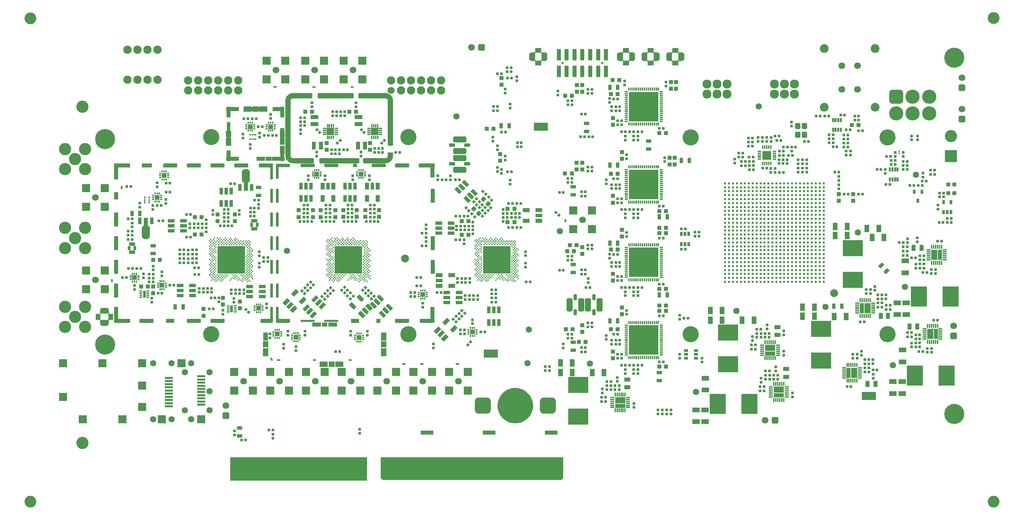
<source format=gts>
G04*
G04 #@! TF.GenerationSoftware,Altium Limited,Altium Designer,19.1.6 (110)*
G04*
G04 Layer_Color=8388736*
%FSLAX44Y44*%
%MOMM*%
G71*
G01*
G75*
%ADD55C,1.6000*%
%ADD69C,0.3500*%
%ADD82R,1.2000X1.2000*%
%ADD124R,1.2000X1.2000*%
%ADD140R,7.0000X7.0000*%
%ADD141R,34.8000X5.9750*%
%ADD142R,2.1000X1.1000*%
%ADD143R,1.5000X1.1000*%
%ADD144R,1.2000X2.1000*%
%ADD145R,1.2000X1.5000*%
%ADD146R,2.1000X1.4000*%
%ADD147R,1.5000X1.4000*%
%ADD148R,1.4000X2.1000*%
%ADD149R,0.9000X2.1000*%
%ADD150R,1.4000X1.5000*%
G04:AMPARAMS|DCode=151|XSize=1.3mm|YSize=1.1mm|CornerRadius=0.15mm|HoleSize=0mm|Usage=FLASHONLY|Rotation=0.000|XOffset=0mm|YOffset=0mm|HoleType=Round|Shape=RoundedRectangle|*
%AMROUNDEDRECTD151*
21,1,1.3000,0.8000,0,0,0.0*
21,1,1.0000,1.1000,0,0,0.0*
1,1,0.3000,0.5000,-0.4000*
1,1,0.3000,-0.5000,-0.4000*
1,1,0.3000,-0.5000,0.4000*
1,1,0.3000,0.5000,0.4000*
%
%ADD151ROUNDEDRECTD151*%
G04:AMPARAMS|DCode=152|XSize=1.3mm|YSize=9.1mm|CornerRadius=0.17mm|HoleSize=0mm|Usage=FLASHONLY|Rotation=270.000|XOffset=0mm|YOffset=0mm|HoleType=Round|Shape=RoundedRectangle|*
%AMROUNDEDRECTD152*
21,1,1.3000,8.7600,0,0,270.0*
21,1,0.9600,9.1000,0,0,270.0*
1,1,0.3400,-4.3800,-0.4800*
1,1,0.3400,-4.3800,0.4800*
1,1,0.3400,4.3800,0.4800*
1,1,0.3400,4.3800,-0.4800*
%
%ADD152ROUNDEDRECTD152*%
G04:AMPARAMS|DCode=153|XSize=1.3mm|YSize=5.1mm|CornerRadius=0.17mm|HoleSize=0mm|Usage=FLASHONLY|Rotation=270.000|XOffset=0mm|YOffset=0mm|HoleType=Round|Shape=RoundedRectangle|*
%AMROUNDEDRECTD153*
21,1,1.3000,4.7600,0,0,270.0*
21,1,0.9600,5.1000,0,0,270.0*
1,1,0.3400,-2.3800,-0.4800*
1,1,0.3400,-2.3800,0.4800*
1,1,0.3400,2.3800,0.4800*
1,1,0.3400,2.3800,-0.4800*
%
%ADD153ROUNDEDRECTD153*%
G04:AMPARAMS|DCode=154|XSize=1.3mm|YSize=7.1mm|CornerRadius=0.17mm|HoleSize=0mm|Usage=FLASHONLY|Rotation=270.000|XOffset=0mm|YOffset=0mm|HoleType=Round|Shape=RoundedRectangle|*
%AMROUNDEDRECTD154*
21,1,1.3000,6.7600,0,0,270.0*
21,1,0.9600,7.1000,0,0,270.0*
1,1,0.3400,-3.3800,-0.4800*
1,1,0.3400,-3.3800,0.4800*
1,1,0.3400,3.3800,0.4800*
1,1,0.3400,3.3800,-0.4800*
%
%ADD154ROUNDEDRECTD154*%
G04:AMPARAMS|DCode=155|XSize=1.3mm|YSize=5.9mm|CornerRadius=0.17mm|HoleSize=0mm|Usage=FLASHONLY|Rotation=270.000|XOffset=0mm|YOffset=0mm|HoleType=Round|Shape=RoundedRectangle|*
%AMROUNDEDRECTD155*
21,1,1.3000,5.5600,0,0,270.0*
21,1,0.9600,5.9000,0,0,270.0*
1,1,0.3400,-2.7800,-0.4800*
1,1,0.3400,-2.7800,0.4800*
1,1,0.3400,2.7800,0.4800*
1,1,0.3400,2.7800,-0.4800*
%
%ADD155ROUNDEDRECTD155*%
G04:AMPARAMS|DCode=156|XSize=1.3mm|YSize=5.6mm|CornerRadius=0.17mm|HoleSize=0mm|Usage=FLASHONLY|Rotation=270.000|XOffset=0mm|YOffset=0mm|HoleType=Round|Shape=RoundedRectangle|*
%AMROUNDEDRECTD156*
21,1,1.3000,5.2600,0,0,270.0*
21,1,0.9600,5.6000,0,0,270.0*
1,1,0.3400,-2.6300,-0.4800*
1,1,0.3400,-2.6300,0.4800*
1,1,0.3400,2.6300,0.4800*
1,1,0.3400,2.6300,-0.4800*
%
%ADD156ROUNDEDRECTD156*%
G04:AMPARAMS|DCode=157|XSize=1.3mm|YSize=11.6mm|CornerRadius=0.17mm|HoleSize=0mm|Usage=FLASHONLY|Rotation=180.000|XOffset=0mm|YOffset=0mm|HoleType=Round|Shape=RoundedRectangle|*
%AMROUNDEDRECTD157*
21,1,1.3000,11.2600,0,0,180.0*
21,1,0.9600,11.6000,0,0,180.0*
1,1,0.3400,-0.4800,5.6300*
1,1,0.3400,0.4800,5.6300*
1,1,0.3400,0.4800,-5.6300*
1,1,0.3400,-0.4800,-5.6300*
%
%ADD157ROUNDEDRECTD157*%
G04:AMPARAMS|DCode=158|XSize=1.3mm|YSize=14.1mm|CornerRadius=0.17mm|HoleSize=0mm|Usage=FLASHONLY|Rotation=180.000|XOffset=0mm|YOffset=0mm|HoleType=Round|Shape=RoundedRectangle|*
%AMROUNDEDRECTD158*
21,1,1.3000,13.7600,0,0,180.0*
21,1,0.9600,14.1000,0,0,180.0*
1,1,0.3400,-0.4800,6.8800*
1,1,0.3400,0.4800,6.8800*
1,1,0.3400,0.4800,-6.8800*
1,1,0.3400,-0.4800,-6.8800*
%
%ADD158ROUNDEDRECTD158*%
G04:AMPARAMS|DCode=159|XSize=1.3mm|YSize=10.1mm|CornerRadius=0.17mm|HoleSize=0mm|Usage=FLASHONLY|Rotation=270.000|XOffset=0mm|YOffset=0mm|HoleType=Round|Shape=RoundedRectangle|*
%AMROUNDEDRECTD159*
21,1,1.3000,9.7600,0,0,270.0*
21,1,0.9600,10.1000,0,0,270.0*
1,1,0.3400,-4.8800,-0.4800*
1,1,0.3400,-4.8800,0.4800*
1,1,0.3400,4.8800,0.4800*
1,1,0.3400,4.8800,-0.4800*
%
%ADD159ROUNDEDRECTD159*%
G04:AMPARAMS|DCode=160|XSize=0.6mm|YSize=0.7mm|CornerRadius=0.1mm|HoleSize=0mm|Usage=FLASHONLY|Rotation=90.000|XOffset=0mm|YOffset=0mm|HoleType=Round|Shape=RoundedRectangle|*
%AMROUNDEDRECTD160*
21,1,0.6000,0.5000,0,0,90.0*
21,1,0.4000,0.7000,0,0,90.0*
1,1,0.2000,0.2500,0.2000*
1,1,0.2000,0.2500,-0.2000*
1,1,0.2000,-0.2500,-0.2000*
1,1,0.2000,-0.2500,0.2000*
%
%ADD160ROUNDEDRECTD160*%
G04:AMPARAMS|DCode=161|XSize=1.1mm|YSize=3.6mm|CornerRadius=0.15mm|HoleSize=0mm|Usage=FLASHONLY|Rotation=270.000|XOffset=0mm|YOffset=0mm|HoleType=Round|Shape=RoundedRectangle|*
%AMROUNDEDRECTD161*
21,1,1.1000,3.3000,0,0,270.0*
21,1,0.8000,3.6000,0,0,270.0*
1,1,0.3000,-1.6500,-0.4000*
1,1,0.3000,-1.6500,0.4000*
1,1,0.3000,1.6500,0.4000*
1,1,0.3000,1.6500,-0.4000*
%
%ADD161ROUNDEDRECTD161*%
G04:AMPARAMS|DCode=162|XSize=0.66mm|YSize=4.01mm|CornerRadius=0.09mm|HoleSize=0mm|Usage=FLASHONLY|Rotation=0.000|XOffset=0mm|YOffset=0mm|HoleType=Round|Shape=RoundedRectangle|*
%AMROUNDEDRECTD162*
21,1,0.6600,3.8300,0,0,0.0*
21,1,0.4800,4.0100,0,0,0.0*
1,1,0.1800,0.2400,-1.9150*
1,1,0.1800,-0.2400,-1.9150*
1,1,0.1800,-0.2400,1.9150*
1,1,0.1800,0.2400,1.9150*
%
%ADD162ROUNDEDRECTD162*%
G04:AMPARAMS|DCode=163|XSize=1.1mm|YSize=2.6mm|CornerRadius=0.15mm|HoleSize=0mm|Usage=FLASHONLY|Rotation=90.000|XOffset=0mm|YOffset=0mm|HoleType=Round|Shape=RoundedRectangle|*
%AMROUNDEDRECTD163*
21,1,1.1000,2.3000,0,0,90.0*
21,1,0.8000,2.6000,0,0,90.0*
1,1,0.3000,1.1500,0.4000*
1,1,0.3000,1.1500,-0.4000*
1,1,0.3000,-1.1500,-0.4000*
1,1,0.3000,-1.1500,0.4000*
%
%ADD163ROUNDEDRECTD163*%
G04:AMPARAMS|DCode=164|XSize=0.66mm|YSize=3.56mm|CornerRadius=0.09mm|HoleSize=0mm|Usage=FLASHONLY|Rotation=0.000|XOffset=0mm|YOffset=0mm|HoleType=Round|Shape=RoundedRectangle|*
%AMROUNDEDRECTD164*
21,1,0.6600,3.3800,0,0,0.0*
21,1,0.4800,3.5600,0,0,0.0*
1,1,0.1800,0.2400,-1.6900*
1,1,0.1800,-0.2400,-1.6900*
1,1,0.1800,-0.2400,1.6900*
1,1,0.1800,0.2400,1.6900*
%
%ADD164ROUNDEDRECTD164*%
G04:AMPARAMS|DCode=165|XSize=1.1mm|YSize=2.1mm|CornerRadius=0.15mm|HoleSize=0mm|Usage=FLASHONLY|Rotation=270.000|XOffset=0mm|YOffset=0mm|HoleType=Round|Shape=RoundedRectangle|*
%AMROUNDEDRECTD165*
21,1,1.1000,1.8000,0,0,270.0*
21,1,0.8000,2.1000,0,0,270.0*
1,1,0.3000,-0.9000,-0.4000*
1,1,0.3000,-0.9000,0.4000*
1,1,0.3000,0.9000,0.4000*
1,1,0.3000,0.9000,-0.4000*
%
%ADD165ROUNDEDRECTD165*%
G04:AMPARAMS|DCode=166|XSize=1.1mm|YSize=4.05mm|CornerRadius=0.15mm|HoleSize=0mm|Usage=FLASHONLY|Rotation=180.000|XOffset=0mm|YOffset=0mm|HoleType=Round|Shape=RoundedRectangle|*
%AMROUNDEDRECTD166*
21,1,1.1000,3.7500,0,0,180.0*
21,1,0.8000,4.0500,0,0,180.0*
1,1,0.3000,-0.4000,1.8750*
1,1,0.3000,0.4000,1.8750*
1,1,0.3000,0.4000,-1.8750*
1,1,0.3000,-0.4000,-1.8750*
%
%ADD166ROUNDEDRECTD166*%
G04:AMPARAMS|DCode=167|XSize=1.1mm|YSize=4.05mm|CornerRadius=0.15mm|HoleSize=0mm|Usage=FLASHONLY|Rotation=270.000|XOffset=0mm|YOffset=0mm|HoleType=Round|Shape=RoundedRectangle|*
%AMROUNDEDRECTD167*
21,1,1.1000,3.7500,0,0,270.0*
21,1,0.8000,4.0500,0,0,270.0*
1,1,0.3000,-1.8750,-0.4000*
1,1,0.3000,-1.8750,0.4000*
1,1,0.3000,1.8750,0.4000*
1,1,0.3000,1.8750,-0.4000*
%
%ADD167ROUNDEDRECTD167*%
G04:AMPARAMS|DCode=168|XSize=1.1mm|YSize=3.6mm|CornerRadius=0.15mm|HoleSize=0mm|Usage=FLASHONLY|Rotation=180.000|XOffset=0mm|YOffset=0mm|HoleType=Round|Shape=RoundedRectangle|*
%AMROUNDEDRECTD168*
21,1,1.1000,3.3000,0,0,180.0*
21,1,0.8000,3.6000,0,0,180.0*
1,1,0.3000,-0.4000,1.6500*
1,1,0.3000,0.4000,1.6500*
1,1,0.3000,0.4000,-1.6500*
1,1,0.3000,-0.4000,-1.6500*
%
%ADD168ROUNDEDRECTD168*%
G04:AMPARAMS|DCode=169|XSize=1.1mm|YSize=1.9mm|CornerRadius=0.15mm|HoleSize=0mm|Usage=FLASHONLY|Rotation=180.000|XOffset=0mm|YOffset=0mm|HoleType=Round|Shape=RoundedRectangle|*
%AMROUNDEDRECTD169*
21,1,1.1000,1.6000,0,0,180.0*
21,1,0.8000,1.9000,0,0,180.0*
1,1,0.3000,-0.4000,0.8000*
1,1,0.3000,0.4000,0.8000*
1,1,0.3000,0.4000,-0.8000*
1,1,0.3000,-0.4000,-0.8000*
%
%ADD169ROUNDEDRECTD169*%
G04:AMPARAMS|DCode=170|XSize=1.1mm|YSize=3.1mm|CornerRadius=0.15mm|HoleSize=0mm|Usage=FLASHONLY|Rotation=180.000|XOffset=0mm|YOffset=0mm|HoleType=Round|Shape=RoundedRectangle|*
%AMROUNDEDRECTD170*
21,1,1.1000,2.8000,0,0,180.0*
21,1,0.8000,3.1000,0,0,180.0*
1,1,0.3000,-0.4000,1.4000*
1,1,0.3000,0.4000,1.4000*
1,1,0.3000,0.4000,-1.4000*
1,1,0.3000,-0.4000,-1.4000*
%
%ADD170ROUNDEDRECTD170*%
G04:AMPARAMS|DCode=171|XSize=0.8mm|YSize=3.6mm|CornerRadius=0.12mm|HoleSize=0mm|Usage=FLASHONLY|Rotation=90.000|XOffset=0mm|YOffset=0mm|HoleType=Round|Shape=RoundedRectangle|*
%AMROUNDEDRECTD171*
21,1,0.8000,3.3600,0,0,90.0*
21,1,0.5600,3.6000,0,0,90.0*
1,1,0.2400,1.6800,0.2800*
1,1,0.2400,1.6800,-0.2800*
1,1,0.2400,-1.6800,-0.2800*
1,1,0.2400,-1.6800,0.2800*
%
%ADD171ROUNDEDRECTD171*%
G04:AMPARAMS|DCode=172|XSize=0.8mm|YSize=1.1mm|CornerRadius=0.12mm|HoleSize=0mm|Usage=FLASHONLY|Rotation=90.000|XOffset=0mm|YOffset=0mm|HoleType=Round|Shape=RoundedRectangle|*
%AMROUNDEDRECTD172*
21,1,0.8000,0.8600,0,0,90.0*
21,1,0.5600,1.1000,0,0,90.0*
1,1,0.2400,0.4300,0.2800*
1,1,0.2400,0.4300,-0.2800*
1,1,0.2400,-0.4300,-0.2800*
1,1,0.2400,-0.4300,0.2800*
%
%ADD172ROUNDEDRECTD172*%
G04:AMPARAMS|DCode=173|XSize=0.66mm|YSize=3.66mm|CornerRadius=0.09mm|HoleSize=0mm|Usage=FLASHONLY|Rotation=180.000|XOffset=0mm|YOffset=0mm|HoleType=Round|Shape=RoundedRectangle|*
%AMROUNDEDRECTD173*
21,1,0.6600,3.4800,0,0,180.0*
21,1,0.4800,3.6600,0,0,180.0*
1,1,0.1800,-0.2400,1.7400*
1,1,0.1800,0.2400,1.7400*
1,1,0.1800,0.2400,-1.7400*
1,1,0.1800,-0.2400,-1.7400*
%
%ADD173ROUNDEDRECTD173*%
G04:AMPARAMS|DCode=174|XSize=0.56mm|YSize=3.56mm|CornerRadius=0.08mm|HoleSize=0mm|Usage=FLASHONLY|Rotation=270.000|XOffset=0mm|YOffset=0mm|HoleType=Round|Shape=RoundedRectangle|*
%AMROUNDEDRECTD174*
21,1,0.5600,3.4000,0,0,270.0*
21,1,0.4000,3.5600,0,0,270.0*
1,1,0.1600,-1.7000,-0.2000*
1,1,0.1600,-1.7000,0.2000*
1,1,0.1600,1.7000,0.2000*
1,1,0.1600,1.7000,-0.2000*
%
%ADD174ROUNDEDRECTD174*%
G04:AMPARAMS|DCode=175|XSize=1.1mm|YSize=1.1mm|CornerRadius=0.15mm|HoleSize=0mm|Usage=FLASHONLY|Rotation=270.000|XOffset=0mm|YOffset=0mm|HoleType=Round|Shape=RoundedRectangle|*
%AMROUNDEDRECTD175*
21,1,1.1000,0.8000,0,0,270.0*
21,1,0.8000,1.1000,0,0,270.0*
1,1,0.3000,-0.4000,-0.4000*
1,1,0.3000,-0.4000,0.4000*
1,1,0.3000,0.4000,0.4000*
1,1,0.3000,0.4000,-0.4000*
%
%ADD175ROUNDEDRECTD175*%
%ADD176R,0.5750X0.3500*%
%ADD177R,0.3500X0.5750*%
G04:AMPARAMS|DCode=178|XSize=0.7mm|YSize=0.7mm|CornerRadius=0.11mm|HoleSize=0mm|Usage=FLASHONLY|Rotation=315.000|XOffset=0mm|YOffset=0mm|HoleType=Round|Shape=RoundedRectangle|*
%AMROUNDEDRECTD178*
21,1,0.7000,0.4800,0,0,315.0*
21,1,0.4800,0.7000,0,0,315.0*
1,1,0.2200,0.0000,-0.3394*
1,1,0.2200,-0.3394,0.0000*
1,1,0.2200,0.0000,0.3394*
1,1,0.2200,0.3394,0.0000*
%
%ADD178ROUNDEDRECTD178*%
G04:AMPARAMS|DCode=179|XSize=0.6mm|YSize=0.7mm|CornerRadius=0.1mm|HoleSize=0mm|Usage=FLASHONLY|Rotation=180.000|XOffset=0mm|YOffset=0mm|HoleType=Round|Shape=RoundedRectangle|*
%AMROUNDEDRECTD179*
21,1,0.6000,0.5000,0,0,180.0*
21,1,0.4000,0.7000,0,0,180.0*
1,1,0.2000,-0.2000,0.2500*
1,1,0.2000,0.2000,0.2500*
1,1,0.2000,0.2000,-0.2500*
1,1,0.2000,-0.2000,-0.2500*
%
%ADD179ROUNDEDRECTD179*%
%ADD180R,1.3000X2.1000*%
%ADD181R,2.2600X1.0600*%
%ADD182R,1.4600X1.0600*%
G04:AMPARAMS|DCode=183|XSize=1.1mm|YSize=2.7mm|CornerRadius=0.15mm|HoleSize=0mm|Usage=FLASHONLY|Rotation=180.000|XOffset=0mm|YOffset=0mm|HoleType=Round|Shape=RoundedRectangle|*
%AMROUNDEDRECTD183*
21,1,1.1000,2.4000,0,0,180.0*
21,1,0.8000,2.7000,0,0,180.0*
1,1,0.3000,-0.4000,1.2000*
1,1,0.3000,0.4000,1.2000*
1,1,0.3000,0.4000,-1.2000*
1,1,0.3000,-0.4000,-1.2000*
%
%ADD183ROUNDEDRECTD183*%
G04:AMPARAMS|DCode=184|XSize=1.1mm|YSize=3.2mm|CornerRadius=0.15mm|HoleSize=0mm|Usage=FLASHONLY|Rotation=90.000|XOffset=0mm|YOffset=0mm|HoleType=Round|Shape=RoundedRectangle|*
%AMROUNDEDRECTD184*
21,1,1.1000,2.9000,0,0,90.0*
21,1,0.8000,3.2000,0,0,90.0*
1,1,0.3000,1.4500,0.4000*
1,1,0.3000,1.4500,-0.4000*
1,1,0.3000,-1.4500,-0.4000*
1,1,0.3000,-1.4500,0.4000*
%
%ADD184ROUNDEDRECTD184*%
G04:AMPARAMS|DCode=185|XSize=1.1mm|YSize=2.9mm|CornerRadius=0.15mm|HoleSize=0mm|Usage=FLASHONLY|Rotation=270.000|XOffset=0mm|YOffset=0mm|HoleType=Round|Shape=RoundedRectangle|*
%AMROUNDEDRECTD185*
21,1,1.1000,2.6000,0,0,270.0*
21,1,0.8000,2.9000,0,0,270.0*
1,1,0.3000,-1.3000,-0.4000*
1,1,0.3000,-1.3000,0.4000*
1,1,0.3000,1.3000,0.4000*
1,1,0.3000,1.3000,-0.4000*
%
%ADD185ROUNDEDRECTD185*%
G04:AMPARAMS|DCode=186|XSize=1.1mm|YSize=3.9mm|CornerRadius=0.15mm|HoleSize=0mm|Usage=FLASHONLY|Rotation=90.000|XOffset=0mm|YOffset=0mm|HoleType=Round|Shape=RoundedRectangle|*
%AMROUNDEDRECTD186*
21,1,1.1000,3.6000,0,0,90.0*
21,1,0.8000,3.9000,0,0,90.0*
1,1,0.3000,1.8000,0.4000*
1,1,0.3000,1.8000,-0.4000*
1,1,0.3000,-1.8000,-0.4000*
1,1,0.3000,-1.8000,0.4000*
%
%ADD186ROUNDEDRECTD186*%
G04:AMPARAMS|DCode=187|XSize=0.9mm|YSize=3.9mm|CornerRadius=0.13mm|HoleSize=0mm|Usage=FLASHONLY|Rotation=180.000|XOffset=0mm|YOffset=0mm|HoleType=Round|Shape=RoundedRectangle|*
%AMROUNDEDRECTD187*
21,1,0.9000,3.6400,0,0,180.0*
21,1,0.6400,3.9000,0,0,180.0*
1,1,0.2600,-0.3200,1.8200*
1,1,0.2600,0.3200,1.8200*
1,1,0.2600,0.3200,-1.8200*
1,1,0.2600,-0.3200,-1.8200*
%
%ADD187ROUNDEDRECTD187*%
G04:AMPARAMS|DCode=188|XSize=2.1mm|YSize=1.1mm|CornerRadius=0.15mm|HoleSize=0mm|Usage=FLASHONLY|Rotation=0.000|XOffset=0mm|YOffset=0mm|HoleType=Round|Shape=RoundedRectangle|*
%AMROUNDEDRECTD188*
21,1,2.1000,0.8000,0,0,0.0*
21,1,1.8000,1.1000,0,0,0.0*
1,1,0.3000,0.9000,-0.4000*
1,1,0.3000,-0.9000,-0.4000*
1,1,0.3000,-0.9000,0.4000*
1,1,0.3000,0.9000,0.4000*
%
%ADD188ROUNDEDRECTD188*%
%ADD189C,1.7000*%
%ADD190R,2.1000X2.1000*%
%ADD191R,0.8500X0.4000*%
%ADD192R,0.4000X0.8500*%
%ADD193R,1.8500X1.8500*%
G04:AMPARAMS|DCode=194|XSize=0.7mm|YSize=0.7mm|CornerRadius=0.11mm|HoleSize=0mm|Usage=FLASHONLY|Rotation=270.000|XOffset=0mm|YOffset=0mm|HoleType=Round|Shape=RoundedRectangle|*
%AMROUNDEDRECTD194*
21,1,0.7000,0.4800,0,0,270.0*
21,1,0.4800,0.7000,0,0,270.0*
1,1,0.2200,-0.2400,-0.2400*
1,1,0.2200,-0.2400,0.2400*
1,1,0.2200,0.2400,0.2400*
1,1,0.2200,0.2400,-0.2400*
%
%ADD194ROUNDEDRECTD194*%
G04:AMPARAMS|DCode=195|XSize=0.6mm|YSize=0.7mm|CornerRadius=0.1mm|HoleSize=0mm|Usage=FLASHONLY|Rotation=135.000|XOffset=0mm|YOffset=0mm|HoleType=Round|Shape=RoundedRectangle|*
%AMROUNDEDRECTD195*
21,1,0.6000,0.5000,0,0,135.0*
21,1,0.4000,0.7000,0,0,135.0*
1,1,0.2000,0.0354,0.3182*
1,1,0.2000,0.3182,0.0354*
1,1,0.2000,-0.0354,-0.3182*
1,1,0.2000,-0.3182,-0.0354*
%
%ADD195ROUNDEDRECTD195*%
G04:AMPARAMS|DCode=196|XSize=0.55mm|YSize=0.9mm|CornerRadius=0.1063mm|HoleSize=0mm|Usage=FLASHONLY|Rotation=270.000|XOffset=0mm|YOffset=0mm|HoleType=Round|Shape=RoundedRectangle|*
%AMROUNDEDRECTD196*
21,1,0.5500,0.6875,0,0,270.0*
21,1,0.3375,0.9000,0,0,270.0*
1,1,0.2125,-0.3438,-0.1688*
1,1,0.2125,-0.3438,0.1688*
1,1,0.2125,0.3438,0.1688*
1,1,0.2125,0.3438,-0.1688*
%
%ADD196ROUNDEDRECTD196*%
G04:AMPARAMS|DCode=197|XSize=0.6mm|YSize=0.7mm|CornerRadius=0.1mm|HoleSize=0mm|Usage=FLASHONLY|Rotation=225.000|XOffset=0mm|YOffset=0mm|HoleType=Round|Shape=RoundedRectangle|*
%AMROUNDEDRECTD197*
21,1,0.6000,0.5000,0,0,225.0*
21,1,0.4000,0.7000,0,0,225.0*
1,1,0.2000,-0.3182,0.0354*
1,1,0.2000,-0.0354,0.3182*
1,1,0.2000,0.3182,-0.0354*
1,1,0.2000,0.0354,-0.3182*
%
%ADD197ROUNDEDRECTD197*%
G04:AMPARAMS|DCode=198|XSize=0.55mm|YSize=0.9mm|CornerRadius=0.1063mm|HoleSize=0mm|Usage=FLASHONLY|Rotation=0.000|XOffset=0mm|YOffset=0mm|HoleType=Round|Shape=RoundedRectangle|*
%AMROUNDEDRECTD198*
21,1,0.5500,0.6875,0,0,0.0*
21,1,0.3375,0.9000,0,0,0.0*
1,1,0.2125,0.1688,-0.3438*
1,1,0.2125,-0.1688,-0.3438*
1,1,0.2125,-0.1688,0.3438*
1,1,0.2125,0.1688,0.3438*
%
%ADD198ROUNDEDRECTD198*%
G04:AMPARAMS|DCode=199|XSize=1.1mm|YSize=1mm|CornerRadius=0.1625mm|HoleSize=0mm|Usage=FLASHONLY|Rotation=90.000|XOffset=0mm|YOffset=0mm|HoleType=Round|Shape=RoundedRectangle|*
%AMROUNDEDRECTD199*
21,1,1.1000,0.6750,0,0,90.0*
21,1,0.7750,1.0000,0,0,90.0*
1,1,0.3250,0.3375,0.3875*
1,1,0.3250,0.3375,-0.3875*
1,1,0.3250,-0.3375,-0.3875*
1,1,0.3250,-0.3375,0.3875*
%
%ADD199ROUNDEDRECTD199*%
G04:AMPARAMS|DCode=200|XSize=0.7mm|YSize=0.7mm|CornerRadius=0.11mm|HoleSize=0mm|Usage=FLASHONLY|Rotation=0.000|XOffset=0mm|YOffset=0mm|HoleType=Round|Shape=RoundedRectangle|*
%AMROUNDEDRECTD200*
21,1,0.7000,0.4800,0,0,0.0*
21,1,0.4800,0.7000,0,0,0.0*
1,1,0.2200,0.2400,-0.2400*
1,1,0.2200,-0.2400,-0.2400*
1,1,0.2200,-0.2400,0.2400*
1,1,0.2200,0.2400,0.2400*
%
%ADD200ROUNDEDRECTD200*%
G04:AMPARAMS|DCode=201|XSize=1.1mm|YSize=1mm|CornerRadius=0.1625mm|HoleSize=0mm|Usage=FLASHONLY|Rotation=0.000|XOffset=0mm|YOffset=0mm|HoleType=Round|Shape=RoundedRectangle|*
%AMROUNDEDRECTD201*
21,1,1.1000,0.6750,0,0,0.0*
21,1,0.7750,1.0000,0,0,0.0*
1,1,0.3250,0.3875,-0.3375*
1,1,0.3250,-0.3875,-0.3375*
1,1,0.3250,-0.3875,0.3375*
1,1,0.3250,0.3875,0.3375*
%
%ADD201ROUNDEDRECTD201*%
G04:AMPARAMS|DCode=202|XSize=1.4mm|YSize=0.9mm|CornerRadius=0.15mm|HoleSize=0mm|Usage=FLASHONLY|Rotation=180.000|XOffset=0mm|YOffset=0mm|HoleType=Round|Shape=RoundedRectangle|*
%AMROUNDEDRECTD202*
21,1,1.4000,0.6000,0,0,180.0*
21,1,1.1000,0.9000,0,0,180.0*
1,1,0.3000,-0.5500,0.3000*
1,1,0.3000,0.5500,0.3000*
1,1,0.3000,0.5500,-0.3000*
1,1,0.3000,-0.5500,-0.3000*
%
%ADD202ROUNDEDRECTD202*%
G04:AMPARAMS|DCode=203|XSize=4.3mm|YSize=4.3mm|CornerRadius=1.1mm|HoleSize=0mm|Usage=FLASHONLY|Rotation=90.000|XOffset=0mm|YOffset=0mm|HoleType=Round|Shape=RoundedRectangle|*
%AMROUNDEDRECTD203*
21,1,4.3000,2.1000,0,0,90.0*
21,1,2.1000,4.3000,0,0,90.0*
1,1,2.2000,1.0500,1.0500*
1,1,2.2000,1.0500,-1.0500*
1,1,2.2000,-1.0500,-1.0500*
1,1,2.2000,-1.0500,1.0500*
%
%ADD203ROUNDEDRECTD203*%
G04:AMPARAMS|DCode=204|XSize=4.1mm|YSize=4.1mm|CornerRadius=1.05mm|HoleSize=0mm|Usage=FLASHONLY|Rotation=90.000|XOffset=0mm|YOffset=0mm|HoleType=Round|Shape=RoundedRectangle|*
%AMROUNDEDRECTD204*
21,1,4.1000,2.0000,0,0,90.0*
21,1,2.0000,4.1000,0,0,90.0*
1,1,2.1000,1.0000,1.0000*
1,1,2.1000,1.0000,-1.0000*
1,1,2.1000,-1.0000,-1.0000*
1,1,2.1000,-1.0000,1.0000*
%
%ADD204ROUNDEDRECTD204*%
%ADD205R,1.1000X2.8500*%
G04:AMPARAMS|DCode=206|XSize=1.4mm|YSize=0.9mm|CornerRadius=0.15mm|HoleSize=0mm|Usage=FLASHONLY|Rotation=270.000|XOffset=0mm|YOffset=0mm|HoleType=Round|Shape=RoundedRectangle|*
%AMROUNDEDRECTD206*
21,1,1.4000,0.6000,0,0,270.0*
21,1,1.1000,0.9000,0,0,270.0*
1,1,0.3000,-0.3000,-0.5500*
1,1,0.3000,-0.3000,0.5500*
1,1,0.3000,0.3000,0.5500*
1,1,0.3000,0.3000,-0.5500*
%
%ADD206ROUNDEDRECTD206*%
%ADD207R,1.7500X1.0000*%
%ADD208R,1.7500X0.8600*%
%ADD209R,3.6000X2.0000*%
%ADD210C,2.0000*%
G04:AMPARAMS|DCode=211|XSize=1.5mm|YSize=1.3mm|CornerRadius=0.2mm|HoleSize=0mm|Usage=FLASHONLY|Rotation=270.000|XOffset=0mm|YOffset=0mm|HoleType=Round|Shape=RoundedRectangle|*
%AMROUNDEDRECTD211*
21,1,1.5000,0.9000,0,0,270.0*
21,1,1.1000,1.3000,0,0,270.0*
1,1,0.4000,-0.4500,-0.5500*
1,1,0.4000,-0.4500,0.5500*
1,1,0.4000,0.4500,0.5500*
1,1,0.4000,0.4500,-0.5500*
%
%ADD211ROUNDEDRECTD211*%
G04:AMPARAMS|DCode=212|XSize=1mm|YSize=1.75mm|CornerRadius=0mm|HoleSize=0mm|Usage=FLASHONLY|Rotation=315.000|XOffset=0mm|YOffset=0mm|HoleType=Round|Shape=Rectangle|*
%AMROTATEDRECTD212*
4,1,4,-0.9723,-0.2652,0.2652,0.9723,0.9723,0.2652,-0.2652,-0.9723,-0.9723,-0.2652,0.0*
%
%ADD212ROTATEDRECTD212*%

G04:AMPARAMS|DCode=213|XSize=0.86mm|YSize=1.75mm|CornerRadius=0mm|HoleSize=0mm|Usage=FLASHONLY|Rotation=315.000|XOffset=0mm|YOffset=0mm|HoleType=Round|Shape=Rectangle|*
%AMROTATEDRECTD213*
4,1,4,-0.9228,-0.3147,0.3147,0.9228,0.9228,0.3147,-0.3147,-0.9228,-0.9228,-0.3147,0.0*
%
%ADD213ROTATEDRECTD213*%

G04:AMPARAMS|DCode=214|XSize=0.7mm|YSize=0.7mm|CornerRadius=0.11mm|HoleSize=0mm|Usage=FLASHONLY|Rotation=225.000|XOffset=0mm|YOffset=0mm|HoleType=Round|Shape=RoundedRectangle|*
%AMROUNDEDRECTD214*
21,1,0.7000,0.4800,0,0,225.0*
21,1,0.4800,0.7000,0,0,225.0*
1,1,0.2200,-0.3394,0.0000*
1,1,0.2200,0.0000,0.3394*
1,1,0.2200,0.3394,0.0000*
1,1,0.2200,0.0000,-0.3394*
%
%ADD214ROUNDEDRECTD214*%
%ADD215R,1.3000X1.3000*%
%ADD216R,1.3000X2.2500*%
%ADD217R,1.6500X1.1000*%
%ADD218R,1.3000X1.7000*%
G04:AMPARAMS|DCode=219|XSize=1mm|YSize=1mm|CornerRadius=0.1625mm|HoleSize=0mm|Usage=FLASHONLY|Rotation=90.000|XOffset=0mm|YOffset=0mm|HoleType=Round|Shape=RoundedRectangle|*
%AMROUNDEDRECTD219*
21,1,1.0000,0.6750,0,0,90.0*
21,1,0.6750,1.0000,0,0,90.0*
1,1,0.3250,0.3375,0.3375*
1,1,0.3250,0.3375,-0.3375*
1,1,0.3250,-0.3375,-0.3375*
1,1,0.3250,-0.3375,0.3375*
%
%ADD219ROUNDEDRECTD219*%
%ADD220R,0.8600X1.7500*%
%ADD221R,1.0000X1.7500*%
G04:AMPARAMS|DCode=222|XSize=0.7mm|YSize=1.1mm|CornerRadius=0.125mm|HoleSize=0mm|Usage=FLASHONLY|Rotation=0.000|XOffset=0mm|YOffset=0mm|HoleType=Round|Shape=RoundedRectangle|*
%AMROUNDEDRECTD222*
21,1,0.7000,0.8500,0,0,0.0*
21,1,0.4500,1.1000,0,0,0.0*
1,1,0.2500,0.2250,-0.4250*
1,1,0.2500,-0.2250,-0.4250*
1,1,0.2500,-0.2250,0.4250*
1,1,0.2500,0.2250,0.4250*
%
%ADD222ROUNDEDRECTD222*%
%ADD223R,0.5000X1.1000*%
%ADD224R,2.1000X0.6000*%
%ADD225R,0.4100X0.4000*%
G04:AMPARAMS|DCode=226|XSize=1.6mm|YSize=0.81mm|CornerRadius=0.2275mm|HoleSize=0mm|Usage=FLASHONLY|Rotation=180.000|XOffset=0mm|YOffset=0mm|HoleType=Round|Shape=RoundedRectangle|*
%AMROUNDEDRECTD226*
21,1,1.6000,0.3550,0,0,180.0*
21,1,1.1450,0.8100,0,0,180.0*
1,1,0.4550,-0.5725,0.1775*
1,1,0.4550,0.5725,0.1775*
1,1,0.4550,0.5725,-0.1775*
1,1,0.4550,-0.5725,-0.1775*
%
%ADD226ROUNDEDRECTD226*%
G04:AMPARAMS|DCode=227|XSize=3.35mm|YSize=1.6mm|CornerRadius=0.425mm|HoleSize=0mm|Usage=FLASHONLY|Rotation=180.000|XOffset=0mm|YOffset=0mm|HoleType=Round|Shape=RoundedRectangle|*
%AMROUNDEDRECTD227*
21,1,3.3500,0.7500,0,0,180.0*
21,1,2.5000,1.6000,0,0,180.0*
1,1,0.8500,-1.2500,0.3750*
1,1,0.8500,1.2500,0.3750*
1,1,0.8500,1.2500,-0.3750*
1,1,0.8500,-1.2500,-0.3750*
%
%ADD227ROUNDEDRECTD227*%
%ADD228R,0.4500X0.5500*%
%ADD229R,0.5500X0.4500*%
%ADD230R,0.4000X0.4100*%
%ADD231R,0.7000X1.0000*%
%ADD232R,1.6000X0.8500*%
%ADD233R,0.8112X1.7000*%
%ADD234R,1.0144X2.1000*%
G04:AMPARAMS|DCode=235|XSize=2.1mm|YSize=3.5mm|CornerRadius=0mm|HoleSize=0mm|Usage=FLASHONLY|Rotation=180.000|XOffset=0mm|YOffset=0mm|HoleType=Round|Shape=Octagon|*
%AMOCTAGOND235*
4,1,8,0.5250,-1.7500,-0.5250,-1.7500,-1.0500,-1.2250,-1.0500,1.2250,-0.5250,1.7500,0.5250,1.7500,1.0500,1.2250,1.0500,-1.2250,0.5250,-1.7500,0.0*
%
%ADD235OCTAGOND235*%

%ADD236R,0.8000X0.4000*%
%ADD237R,0.8000X1.7000*%
G04:AMPARAMS|DCode=238|XSize=0.41mm|YSize=0.4mm|CornerRadius=0mm|HoleSize=0mm|Usage=FLASHONLY|Rotation=135.000|XOffset=0mm|YOffset=0mm|HoleType=Round|Shape=Rectangle|*
%AMROTATEDRECTD238*
4,1,4,0.2864,-0.0035,0.0035,-0.2864,-0.2864,0.0035,-0.0035,0.2864,0.2864,-0.0035,0.0*
%
%ADD238ROTATEDRECTD238*%

G04:AMPARAMS|DCode=239|XSize=1.4mm|YSize=0.9mm|CornerRadius=0.15mm|HoleSize=0mm|Usage=FLASHONLY|Rotation=225.000|XOffset=0mm|YOffset=0mm|HoleType=Round|Shape=RoundedRectangle|*
%AMROUNDEDRECTD239*
21,1,1.4000,0.6000,0,0,225.0*
21,1,1.1000,0.9000,0,0,225.0*
1,1,0.3000,-0.6010,-0.1768*
1,1,0.3000,0.1768,0.6010*
1,1,0.3000,0.6010,0.1768*
1,1,0.3000,-0.1768,-0.6010*
%
%ADD239ROUNDEDRECTD239*%
G04:AMPARAMS|DCode=240|XSize=1.9mm|YSize=1.25mm|CornerRadius=0.1938mm|HoleSize=0mm|Usage=FLASHONLY|Rotation=90.000|XOffset=0mm|YOffset=0mm|HoleType=Round|Shape=RoundedRectangle|*
%AMROUNDEDRECTD240*
21,1,1.9000,0.8625,0,0,90.0*
21,1,1.5125,1.2500,0,0,90.0*
1,1,0.3875,0.4313,0.7563*
1,1,0.3875,0.4313,-0.7563*
1,1,0.3875,-0.4313,-0.7563*
1,1,0.3875,-0.4313,0.7563*
%
%ADD240ROUNDEDRECTD240*%
G04:AMPARAMS|DCode=241|XSize=1.9mm|YSize=1.25mm|CornerRadius=0.1938mm|HoleSize=0mm|Usage=FLASHONLY|Rotation=180.000|XOffset=0mm|YOffset=0mm|HoleType=Round|Shape=RoundedRectangle|*
%AMROUNDEDRECTD241*
21,1,1.9000,0.8625,0,0,180.0*
21,1,1.5125,1.2500,0,0,180.0*
1,1,0.3875,-0.7563,0.4313*
1,1,0.3875,0.7563,0.4313*
1,1,0.3875,0.7563,-0.4313*
1,1,0.3875,-0.7563,-0.4313*
%
%ADD241ROUNDEDRECTD241*%
G04:AMPARAMS|DCode=242|XSize=1.5mm|YSize=1.1mm|CornerRadius=0.175mm|HoleSize=0mm|Usage=FLASHONLY|Rotation=270.000|XOffset=0mm|YOffset=0mm|HoleType=Round|Shape=RoundedRectangle|*
%AMROUNDEDRECTD242*
21,1,1.5000,0.7500,0,0,270.0*
21,1,1.1500,1.1000,0,0,270.0*
1,1,0.3500,-0.3750,-0.5750*
1,1,0.3500,-0.3750,0.5750*
1,1,0.3500,0.3750,0.5750*
1,1,0.3500,0.3750,-0.5750*
%
%ADD242ROUNDEDRECTD242*%
G04:AMPARAMS|DCode=243|XSize=1.5mm|YSize=1.1mm|CornerRadius=0.175mm|HoleSize=0mm|Usage=FLASHONLY|Rotation=0.000|XOffset=0mm|YOffset=0mm|HoleType=Round|Shape=RoundedRectangle|*
%AMROUNDEDRECTD243*
21,1,1.5000,0.7500,0,0,0.0*
21,1,1.1500,1.1000,0,0,0.0*
1,1,0.3500,0.5750,-0.3750*
1,1,0.3500,-0.5750,-0.3750*
1,1,0.3500,-0.5750,0.3750*
1,1,0.3500,0.5750,0.3750*
%
%ADD243ROUNDEDRECTD243*%
%ADD244R,5.1000X4.1000*%
%ADD245R,4.1000X5.1000*%
%ADD246C,3.0000*%
%ADD247R,0.4000X0.9500*%
%ADD248R,0.9500X0.4000*%
%ADD249R,2.2000X2.2000*%
%ADD250O,0.3400X0.8500*%
%ADD251O,0.8500X0.3400*%
%ADD252R,7.5000X7.5000*%
G04:AMPARAMS|DCode=253|XSize=0.7mm|YSize=1.1mm|CornerRadius=0.125mm|HoleSize=0mm|Usage=FLASHONLY|Rotation=90.000|XOffset=0mm|YOffset=0mm|HoleType=Round|Shape=RoundedRectangle|*
%AMROUNDEDRECTD253*
21,1,0.7000,0.8500,0,0,90.0*
21,1,0.4500,1.1000,0,0,90.0*
1,1,0.2500,0.4250,0.2250*
1,1,0.2500,0.4250,-0.2250*
1,1,0.2500,-0.4250,-0.2250*
1,1,0.2500,-0.4250,0.2250*
%
%ADD253ROUNDEDRECTD253*%
%ADD254R,0.4500X0.4000*%
%ADD255C,0.6000*%
G04:AMPARAMS|DCode=256|XSize=1mm|YSize=1.75mm|CornerRadius=0mm|HoleSize=0mm|Usage=FLASHONLY|Rotation=45.000|XOffset=0mm|YOffset=0mm|HoleType=Round|Shape=Rectangle|*
%AMROTATEDRECTD256*
4,1,4,0.2652,-0.9723,-0.9723,0.2652,-0.2652,0.9723,0.9723,-0.2652,0.2652,-0.9723,0.0*
%
%ADD256ROTATEDRECTD256*%

G04:AMPARAMS|DCode=257|XSize=0.86mm|YSize=1.75mm|CornerRadius=0mm|HoleSize=0mm|Usage=FLASHONLY|Rotation=45.000|XOffset=0mm|YOffset=0mm|HoleType=Round|Shape=Rectangle|*
%AMROTATEDRECTD257*
4,1,4,0.3147,-0.9228,-0.9228,0.3147,-0.3147,0.9228,0.9228,-0.3147,0.3147,-0.9228,0.0*
%
%ADD257ROTATEDRECTD257*%

%ADD258R,1.3000X1.3000*%
%ADD259R,2.2500X1.3000*%
%ADD260R,1.1000X1.6500*%
%ADD261R,1.7000X1.3000*%
%ADD262R,0.8000X4.3000*%
%ADD263R,0.8000X3.3000*%
G04:AMPARAMS|DCode=264|XSize=1.1mm|YSize=1mm|CornerRadius=0.1625mm|HoleSize=0mm|Usage=FLASHONLY|Rotation=225.000|XOffset=0mm|YOffset=0mm|HoleType=Round|Shape=RoundedRectangle|*
%AMROUNDEDRECTD264*
21,1,1.1000,0.6750,0,0,225.0*
21,1,0.7750,1.0000,0,0,225.0*
1,1,0.3250,-0.5127,-0.0354*
1,1,0.3250,0.0354,0.5127*
1,1,0.3250,0.5127,0.0354*
1,1,0.3250,-0.0354,-0.5127*
%
%ADD264ROUNDEDRECTD264*%
G04:AMPARAMS|DCode=265|XSize=0.35mm|YSize=0.575mm|CornerRadius=0.1125mm|HoleSize=0mm|Usage=FLASHONLY|Rotation=0.000|XOffset=0mm|YOffset=0mm|HoleType=Round|Shape=RoundedRectangle|*
%AMROUNDEDRECTD265*
21,1,0.3500,0.3500,0,0,0.0*
21,1,0.1250,0.5750,0,0,0.0*
1,1,0.2250,0.0625,-0.1750*
1,1,0.2250,-0.0625,-0.1750*
1,1,0.2250,-0.0625,0.1750*
1,1,0.2250,0.0625,0.1750*
%
%ADD265ROUNDEDRECTD265*%
G04:AMPARAMS|DCode=266|XSize=0.35mm|YSize=0.575mm|CornerRadius=0.1125mm|HoleSize=0mm|Usage=FLASHONLY|Rotation=270.000|XOffset=0mm|YOffset=0mm|HoleType=Round|Shape=RoundedRectangle|*
%AMROUNDEDRECTD266*
21,1,0.3500,0.3500,0,0,270.0*
21,1,0.1250,0.5750,0,0,270.0*
1,1,0.2250,-0.1750,-0.0625*
1,1,0.2250,-0.1750,0.0625*
1,1,0.2250,0.1750,0.0625*
1,1,0.2250,0.1750,-0.0625*
%
%ADD266ROUNDEDRECTD266*%
G04:AMPARAMS|DCode=267|XSize=0.35mm|YSize=1.1mm|CornerRadius=0.1125mm|HoleSize=0mm|Usage=FLASHONLY|Rotation=0.000|XOffset=0mm|YOffset=0mm|HoleType=Round|Shape=RoundedRectangle|*
%AMROUNDEDRECTD267*
21,1,0.3500,0.8750,0,0,0.0*
21,1,0.1250,1.1000,0,0,0.0*
1,1,0.2250,0.0625,-0.4375*
1,1,0.2250,-0.0625,-0.4375*
1,1,0.2250,-0.0625,0.4375*
1,1,0.2250,0.0625,0.4375*
%
%ADD267ROUNDEDRECTD267*%
G04:AMPARAMS|DCode=268|XSize=0.35mm|YSize=1.1mm|CornerRadius=0.1125mm|HoleSize=0mm|Usage=FLASHONLY|Rotation=270.000|XOffset=0mm|YOffset=0mm|HoleType=Round|Shape=RoundedRectangle|*
%AMROUNDEDRECTD268*
21,1,0.3500,0.8750,0,0,270.0*
21,1,0.1250,1.1000,0,0,270.0*
1,1,0.2250,-0.4375,-0.0625*
1,1,0.2250,-0.4375,0.0625*
1,1,0.2250,0.4375,0.0625*
1,1,0.2250,0.4375,-0.0625*
%
%ADD268ROUNDEDRECTD268*%
%ADD269R,1.5000X2.6500*%
%ADD270R,1.0000X2.6500*%
%ADD271R,2.6500X1.5000*%
%ADD272R,2.6500X1.0000*%
G04:AMPARAMS|DCode=273|XSize=3.35mm|YSize=1.6mm|CornerRadius=0.425mm|HoleSize=0mm|Usage=FLASHONLY|Rotation=90.000|XOffset=0mm|YOffset=0mm|HoleType=Round|Shape=RoundedRectangle|*
%AMROUNDEDRECTD273*
21,1,3.3500,0.7500,0,0,90.0*
21,1,2.5000,1.6000,0,0,90.0*
1,1,0.8500,0.3750,1.2500*
1,1,0.8500,0.3750,-1.2500*
1,1,0.8500,-0.3750,-1.2500*
1,1,0.8500,-0.3750,1.2500*
%
%ADD273ROUNDEDRECTD273*%
G04:AMPARAMS|DCode=274|XSize=1.6mm|YSize=0.81mm|CornerRadius=0.2275mm|HoleSize=0mm|Usage=FLASHONLY|Rotation=90.000|XOffset=0mm|YOffset=0mm|HoleType=Round|Shape=RoundedRectangle|*
%AMROUNDEDRECTD274*
21,1,1.6000,0.3550,0,0,90.0*
21,1,1.1450,0.8100,0,0,90.0*
1,1,0.4550,0.1775,0.5725*
1,1,0.4550,0.1775,-0.5725*
1,1,0.4550,-0.1775,-0.5725*
1,1,0.4550,-0.1775,0.5725*
%
%ADD274ROUNDEDRECTD274*%
%ADD275O,2.1000X1.1000*%
%ADD276C,1.8000*%
%ADD277C,2.1000*%
G04:AMPARAMS|DCode=278|XSize=1.1mm|YSize=3.3mm|CornerRadius=0.3mm|HoleSize=0mm|Usage=FLASHONLY|Rotation=270.000|XOffset=0mm|YOffset=0mm|HoleType=Round|Shape=RoundedRectangle|*
%AMROUNDEDRECTD278*
21,1,1.1000,2.7000,0,0,270.0*
21,1,0.5000,3.3000,0,0,270.0*
1,1,0.6000,-1.3500,-0.2500*
1,1,0.6000,-1.3500,0.2500*
1,1,0.6000,1.3500,0.2500*
1,1,0.6000,1.3500,-0.2500*
%
%ADD278ROUNDEDRECTD278*%
%ADD279C,3.1000*%
G04:AMPARAMS|DCode=280|XSize=1.624mm|YSize=1.624mm|CornerRadius=0.2405mm|HoleSize=0mm|Usage=FLASHONLY|Rotation=270.000|XOffset=0mm|YOffset=0mm|HoleType=Round|Shape=RoundedRectangle|*
%AMROUNDEDRECTD280*
21,1,1.6240,1.1430,0,0,270.0*
21,1,1.1430,1.6240,0,0,270.0*
1,1,0.4810,-0.5715,-0.5715*
1,1,0.4810,-0.5715,0.5715*
1,1,0.4810,0.5715,0.5715*
1,1,0.4810,0.5715,-0.5715*
%
%ADD280ROUNDEDRECTD280*%
G04:AMPARAMS|DCode=281|XSize=1.624mm|YSize=1.624mm|CornerRadius=0.2405mm|HoleSize=0mm|Usage=FLASHONLY|Rotation=180.000|XOffset=0mm|YOffset=0mm|HoleType=Round|Shape=RoundedRectangle|*
%AMROUNDEDRECTD281*
21,1,1.6240,1.1430,0,0,180.0*
21,1,1.1430,1.6240,0,0,180.0*
1,1,0.4810,-0.5715,0.5715*
1,1,0.4810,0.5715,0.5715*
1,1,0.4810,0.5715,-0.5715*
1,1,0.4810,-0.5715,-0.5715*
%
%ADD281ROUNDEDRECTD281*%
%ADD282C,1.5600*%
%ADD283C,4.1000*%
%ADD284C,2.3000*%
%ADD285C,5.1000*%
%ADD286R,3.1000X3.1000*%
G04:AMPARAMS|DCode=287|XSize=3.6mm|YSize=3.6mm|CornerRadius=0.925mm|HoleSize=0mm|Usage=FLASHONLY|Rotation=180.000|XOffset=0mm|YOffset=0mm|HoleType=Round|Shape=RoundedRectangle|*
%AMROUNDEDRECTD287*
21,1,3.6000,1.7500,0,0,180.0*
21,1,1.7500,3.6000,0,0,180.0*
1,1,1.8500,-0.8750,0.8750*
1,1,1.8500,0.8750,0.8750*
1,1,1.8500,0.8750,-0.8750*
1,1,1.8500,-0.8750,-0.8750*
%
%ADD287ROUNDEDRECTD287*%
%ADD288C,3.6000*%
G36*
X2087458Y1105577D02*
X2089460Y1104748D01*
X2091262Y1103544D01*
X2092794Y1102012D01*
X2093998Y1100210D01*
X2094827Y1098208D01*
X2095250Y1096083D01*
Y1095000D01*
Y1093916D01*
X2094827Y1091791D01*
X2093998Y1089789D01*
X2092794Y1087988D01*
X2091262Y1086456D01*
X2089460Y1085252D01*
X2087458Y1084423D01*
X2085333Y1084000D01*
X2083166D01*
X2081041Y1084423D01*
X2079039Y1085252D01*
X2077238Y1086456D01*
X2075706Y1087988D01*
X2074502Y1089789D01*
X2073672Y1091791D01*
X2073250Y1093916D01*
Y1095000D01*
Y1096083D01*
X2073672Y1098208D01*
X2074502Y1100210D01*
X2075706Y1102012D01*
X2077238Y1103544D01*
X2079039Y1104748D01*
X2081041Y1105577D01*
X2083166Y1106000D01*
X2085333D01*
X2087458Y1105577D01*
D02*
G37*
G36*
X1958458D02*
X1960460Y1104748D01*
X1962262Y1103544D01*
X1963794Y1102012D01*
X1964998Y1100210D01*
X1965827Y1098208D01*
X1966250Y1096083D01*
Y1095000D01*
Y1093916D01*
X1965827Y1091791D01*
X1964998Y1089789D01*
X1963794Y1087988D01*
X1962262Y1086456D01*
X1960460Y1085252D01*
X1958458Y1084423D01*
X1956333Y1084000D01*
X1955250D01*
Y1095000D01*
X1955250Y1084000D01*
X1955250Y1084000D01*
X1954166D01*
X1952041Y1084423D01*
X1950039Y1085252D01*
X1948238Y1086456D01*
X1946705Y1087988D01*
X1945502Y1089789D01*
X1944673Y1091791D01*
X1944250Y1093916D01*
Y1095000D01*
Y1096083D01*
X1944673Y1098208D01*
X1945502Y1100210D01*
X1946705Y1102012D01*
X1948238Y1103544D01*
X1950039Y1104748D01*
X1952041Y1105577D01*
X1954166Y1106000D01*
X1956333D01*
X1958458Y1105577D01*
D02*
G37*
G36*
X1522833Y1083750D02*
X1520333D01*
X1520333Y1086250D01*
X1522833D01*
Y1083750D01*
D02*
G37*
G36*
X1508833Y1083750D02*
X1506333D01*
Y1086250D01*
X1508833D01*
Y1083750D01*
D02*
G37*
G36*
X1460417D02*
X1457917D01*
Y1086250D01*
X1460417D01*
Y1083750D01*
D02*
G37*
G36*
X1237750D02*
X1235250D01*
Y1086250D01*
X1237750D01*
Y1083750D01*
D02*
G37*
G36*
X1585250Y1083750D02*
X1582750D01*
Y1086250D01*
X1585250D01*
Y1083750D01*
D02*
G37*
G36*
X1446417D02*
X1443917D01*
Y1086250D01*
X1446417D01*
Y1083750D01*
D02*
G37*
G36*
X1223750D02*
X1221250D01*
Y1086250D01*
X1223750D01*
Y1083750D01*
D02*
G37*
G36*
X1571250Y1083750D02*
X1568750D01*
Y1086250D01*
X1571250D01*
Y1083750D01*
D02*
G37*
G36*
X1522833Y1062250D02*
X1520333D01*
Y1064750D01*
X1522833D01*
Y1062250D01*
D02*
G37*
G36*
X1508833D02*
X1506333D01*
Y1064750D01*
X1508833D01*
Y1062250D01*
D02*
G37*
G36*
X1460417D02*
X1457917D01*
Y1064750D01*
X1460417D01*
Y1062250D01*
D02*
G37*
G36*
X1446417D02*
X1443917D01*
Y1064750D01*
X1446417D01*
Y1062250D01*
D02*
G37*
G36*
X1237750D02*
X1235250D01*
Y1064750D01*
X1237750D01*
Y1062250D01*
D02*
G37*
G36*
X1223750D02*
X1221250D01*
Y1064750D01*
X1223750D01*
Y1062250D01*
D02*
G37*
G36*
X1571250Y1062250D02*
X1568750D01*
X1568750Y1064750D01*
X1571250Y1064750D01*
Y1062250D01*
D02*
G37*
G36*
X1585250Y1062250D02*
X1582750D01*
Y1064750D01*
X1585250D01*
Y1062250D01*
D02*
G37*
G36*
X565714Y995542D02*
X557714D01*
Y999542D01*
X565714D01*
Y995542D01*
D02*
G37*
G36*
X761235Y995292D02*
X753235D01*
Y999292D01*
X761235D01*
Y995292D01*
D02*
G37*
G36*
X664225D02*
X656225D01*
Y999292D01*
X664225D01*
Y995292D01*
D02*
G37*
G36*
X843920Y981743D02*
X847494Y981032D01*
X847588Y981003D01*
X850955Y979609D01*
X850955Y979609D01*
X851042Y979563D01*
X854072Y977538D01*
X854148Y977476D01*
X854148Y977475D01*
X856725Y974899D01*
X856725Y974899D01*
X856759Y974857D01*
X856788Y974823D01*
X856788Y974822D01*
X858812Y971793D01*
X858859Y971706D01*
X858859Y971705D01*
X860253Y968339D01*
X860253Y968339D01*
X860282Y968244D01*
X860993Y964670D01*
X861002Y964572D01*
D01*
Y964572D01*
X861002Y962750D01*
X861002Y962750D01*
Y960250D01*
X860993Y960153D01*
X860964Y960058D01*
X860918Y959971D01*
X860855Y959895D01*
X860779Y959833D01*
X860692Y959786D01*
X860598Y959758D01*
X860500Y959748D01*
X848500D01*
X848401Y959758D01*
X848307Y959786D01*
X848220Y959833D01*
X848144Y959895D01*
X848082Y959971D01*
X848035Y960058D01*
X848007Y960153D01*
X847997Y960250D01*
X847997Y962725D01*
X847882Y963895D01*
X846978Y966077D01*
X845326Y967729D01*
X843145Y968632D01*
X841951Y968750D01*
X841940Y968752D01*
X841929Y968752D01*
X841914Y968756D01*
X841902Y968757D01*
X841880Y968764D01*
X841854Y968769D01*
X841844Y968773D01*
X841833Y968776D01*
X841820Y968782D01*
X841807Y968786D01*
X841787Y968797D01*
X841763Y968807D01*
X841754Y968813D01*
X841744Y968817D01*
X841732Y968826D01*
X841721Y968832D01*
X841702Y968847D01*
X841681Y968861D01*
X841674Y968869D01*
X841665Y968876D01*
X841655Y968886D01*
X841645Y968895D01*
X841629Y968913D01*
X841612Y968931D01*
X841606Y968940D01*
X841598Y968948D01*
X841598Y968949D01*
X841591Y968960D01*
X841582Y968971D01*
X841570Y968993D01*
X841557Y969013D01*
X841553Y969023D01*
X841547Y969033D01*
X841542Y969046D01*
X841536Y969058D01*
X841528Y969082D01*
X841519Y969104D01*
X841517Y969114D01*
X841513Y969125D01*
X841511Y969139D01*
X841507Y969152D01*
X841505Y969178D01*
X841500Y969201D01*
Y969211D01*
X841498Y969223D01*
X841499Y969236D01*
X841497Y969250D01*
X841497Y981250D01*
D01*
D01*
Y981250D01*
X841507Y981348D01*
X841536Y981442D01*
X841560Y981489D01*
X841582Y981529D01*
X841645Y981605D01*
X841645D01*
Y981605D01*
X841721Y981668D01*
X841761Y981689D01*
X841807Y981714D01*
X841902Y981743D01*
X842000Y981752D01*
X843822Y981752D01*
X843920Y981743D01*
D02*
G37*
G36*
X607000Y981752D02*
X607098Y981743D01*
X607192Y981714D01*
X607239Y981689D01*
X607279Y981668D01*
X607355Y981605D01*
Y981605D01*
X607355D01*
X607418Y981529D01*
X607439Y981489D01*
X607464Y981442D01*
X607493Y981348D01*
X607503Y981250D01*
Y969250D01*
X607500Y969223D01*
Y969201D01*
X607499Y969194D01*
X607498Y969185D01*
X607495Y969169D01*
X607493Y969152D01*
X607485Y969127D01*
X607481Y969104D01*
X607478Y969097D01*
X607476Y969089D01*
X607469Y969074D01*
X607464Y969058D01*
X607452Y969035D01*
X607443Y969013D01*
X607439Y969007D01*
X607435Y968999D01*
X607426Y968986D01*
X607418Y968971D01*
X607402Y968951D01*
X607388Y968931D01*
X607383Y968925D01*
X607378Y968919D01*
X607378Y968919D01*
X607366Y968907D01*
X607355Y968895D01*
X607336Y968879D01*
X607319Y968861D01*
X607312Y968857D01*
X607306Y968851D01*
X607292Y968842D01*
X607279Y968832D01*
X607258Y968821D01*
X607237Y968807D01*
X607229Y968804D01*
X607223Y968799D01*
X607206Y968793D01*
X607192Y968786D01*
X607170Y968779D01*
X607146Y968769D01*
X607138Y968767D01*
X607131Y968765D01*
X607113Y968762D01*
X607098Y968757D01*
X607075Y968755D01*
X607049Y968750D01*
X605855Y968632D01*
X603674Y967729D01*
X602022Y966077D01*
X601118Y963895D01*
X601003Y962726D01*
Y960250D01*
X600993Y960153D01*
X600965Y960058D01*
X600918Y959971D01*
X600856Y959895D01*
X600779Y959833D01*
X600693Y959786D01*
X600598Y959758D01*
X600500Y959748D01*
X588500D01*
X588402Y959758D01*
X588308Y959786D01*
X588221Y959833D01*
X588145Y959895D01*
X588082Y959971D01*
X588036Y960058D01*
X588007Y960153D01*
X587998Y960250D01*
Y962750D01*
X587998Y964572D01*
Y964572D01*
D01*
X588007Y964670D01*
X588718Y968244D01*
X588747Y968339D01*
X588747Y968339D01*
X590141Y971705D01*
X590141Y971706D01*
X590188Y971793D01*
X592212Y974822D01*
X592212Y974823D01*
X592240Y974857D01*
X592275Y974899D01*
X592275Y974899D01*
X594851Y977475D01*
X594852Y977476D01*
X594928Y977538D01*
X597958Y979563D01*
X598045Y979609D01*
X598045Y979609D01*
X601412Y981003D01*
X601506Y981032D01*
X605080Y981743D01*
X605178Y981752D01*
X607000Y981752D01*
D02*
G37*
G36*
X2087458Y956577D02*
X2089460Y955748D01*
X2091262Y954544D01*
X2092794Y953012D01*
X2093998Y951210D01*
X2094827Y949209D01*
X2095250Y947083D01*
Y946000D01*
Y944917D01*
X2094827Y942791D01*
X2093998Y940789D01*
X2092794Y938988D01*
X2091262Y937456D01*
X2089460Y936252D01*
X2087458Y935423D01*
X2085333Y935000D01*
X2083166D01*
X2081041Y935423D01*
X2079039Y936252D01*
X2077238Y937456D01*
X2075706Y938988D01*
X2074502Y940789D01*
X2073672Y942791D01*
X2073250Y944917D01*
Y946000D01*
Y947083D01*
X2073672Y949209D01*
X2074502Y951210D01*
X2075706Y953012D01*
X2077238Y954544D01*
X2079039Y955748D01*
X2081041Y956577D01*
X2083166Y957000D01*
X2085333D01*
X2087458Y956577D01*
D02*
G37*
G36*
X1958458Y956577D02*
X1960460Y955748D01*
X1962262Y954544D01*
X1963794Y953012D01*
X1964998Y951210D01*
X1965827Y949208D01*
X1966250Y947083D01*
Y946000D01*
Y944916D01*
X1965827Y942791D01*
X1964998Y940789D01*
X1963794Y938988D01*
X1962262Y937456D01*
X1960460Y936252D01*
X1958458Y935423D01*
X1956333Y935000D01*
X1954166D01*
X1952041Y935423D01*
X1950039Y936252D01*
X1948238Y937456D01*
X1946705Y938988D01*
X1945502Y940789D01*
X1944673Y942791D01*
X1944250Y944916D01*
Y946000D01*
Y947083D01*
X1944673Y949208D01*
X1945502Y951210D01*
X1946705Y953012D01*
X1948238Y954544D01*
X1950039Y955748D01*
X1952041Y956577D01*
X1954166Y957000D01*
X1956333D01*
X1958458Y956577D01*
D02*
G37*
G36*
X671189Y916271D02*
X651689D01*
Y926271D01*
X671189D01*
Y916271D01*
D02*
G37*
G36*
X783500Y916250D02*
X764000D01*
Y926250D01*
X783500D01*
Y916250D01*
D02*
G37*
G36*
X671189Y898270D02*
X651689D01*
Y908270D01*
X671189D01*
Y898270D01*
D02*
G37*
G36*
X783500Y898250D02*
X764000D01*
Y908250D01*
X783500D01*
Y898250D01*
D02*
G37*
G36*
X795250Y838750D02*
X785250D01*
Y858250D01*
X795250D01*
Y838750D01*
D02*
G37*
G36*
X777250D02*
X767250D01*
Y858250D01*
X777250D01*
Y838750D01*
D02*
G37*
G36*
X682975Y838735D02*
X672975D01*
Y858235D01*
X682975D01*
Y838735D01*
D02*
G37*
G36*
X664975D02*
X654975D01*
Y858235D01*
X664975D01*
Y838735D01*
D02*
G37*
G36*
X860598Y825742D02*
X860692Y825714D01*
X860779Y825667D01*
X860855Y825605D01*
X860918Y825529D01*
X860964Y825442D01*
X860993Y825348D01*
X861002Y825250D01*
Y822750D01*
X861002Y822750D01*
X861002Y820928D01*
Y820928D01*
D01*
X860993Y820830D01*
X860282Y817256D01*
X860253Y817161D01*
X860253Y817161D01*
X858859Y813795D01*
X858859Y813794D01*
X858812Y813708D01*
X856788Y810678D01*
X856788Y810677D01*
X856759Y810643D01*
X856725Y810601D01*
X856725Y810601D01*
X854148Y808025D01*
X854148Y808025D01*
X854072Y807962D01*
X851042Y805938D01*
X850955Y805891D01*
X850955Y805891D01*
X847588Y804497D01*
X847494Y804468D01*
X843920Y803757D01*
X843822Y803748D01*
X842000Y803748D01*
X841902Y803757D01*
X841807Y803786D01*
X841761Y803811D01*
X841721Y803832D01*
X841645Y803895D01*
Y803895D01*
X841645D01*
X841582Y803971D01*
X841560Y804011D01*
X841536Y804058D01*
X841507Y804152D01*
X841497Y804250D01*
Y804250D01*
D01*
D01*
X841497Y816250D01*
X841500Y816276D01*
Y816300D01*
X841501Y816304D01*
X841501Y816310D01*
X841505Y816329D01*
X841507Y816348D01*
X841515Y816373D01*
X841519Y816396D01*
X841521Y816401D01*
X841522Y816406D01*
X841530Y816424D01*
X841536Y816442D01*
X841548Y816465D01*
X841557Y816487D01*
X841560Y816491D01*
X841562Y816497D01*
X841573Y816512D01*
X841582Y816529D01*
X841598Y816549D01*
X841612Y816569D01*
X841615Y816573D01*
X841618Y816577D01*
X841618Y816577D01*
X841632Y816591D01*
X841645Y816606D01*
X841664Y816621D01*
X841681Y816639D01*
X841686Y816642D01*
X841690Y816646D01*
X841706Y816656D01*
X841721Y816668D01*
X841742Y816679D01*
X841763Y816693D01*
X841768Y816695D01*
X841773Y816698D01*
X841791Y816706D01*
X841807Y816714D01*
X841830Y816721D01*
X841854Y816731D01*
X841860Y816732D01*
X841864Y816734D01*
X841884Y816738D01*
X841902Y816743D01*
X841925Y816745D01*
X841951Y816750D01*
X843145Y816868D01*
X845326Y817772D01*
X846978Y819424D01*
X847882Y821605D01*
X847997Y822775D01*
X847997Y825250D01*
X848007Y825348D01*
X848035Y825442D01*
X848082Y825529D01*
X848144Y825605D01*
X848220Y825667D01*
X848307Y825714D01*
X848401Y825742D01*
X848500Y825752D01*
X860500D01*
X860598Y825742D01*
D02*
G37*
G36*
X600598D02*
X600693Y825714D01*
X600779Y825667D01*
X600856Y825605D01*
X600918Y825529D01*
X600965Y825442D01*
X600993Y825348D01*
X601003Y825250D01*
Y822775D01*
X601118Y821605D01*
X602022Y819424D01*
X603674Y817772D01*
X605855Y816868D01*
X607049Y816750D01*
X607074Y816746D01*
X607098Y816743D01*
X607122Y816736D01*
X607146Y816731D01*
X607169Y816722D01*
X607192Y816714D01*
X607214Y816703D01*
X607237Y816693D01*
X607257Y816680D01*
X607279Y816668D01*
X607299Y816652D01*
X607319Y816639D01*
X607336Y816621D01*
X607355Y816606D01*
X607355Y816606D01*
X607371Y816586D01*
X607388Y816569D01*
X607402Y816549D01*
X607418Y816529D01*
X607430Y816507D01*
X607443Y816487D01*
X607452Y816465D01*
X607464Y816442D01*
X607472Y816418D01*
X607481Y816396D01*
X607485Y816373D01*
X607493Y816348D01*
X607495Y816322D01*
X607500Y816300D01*
Y816277D01*
X607503Y816250D01*
X607503Y816250D01*
Y804250D01*
X607493Y804152D01*
X607464Y804058D01*
X607439Y804011D01*
X607418Y803971D01*
X607355Y803895D01*
X607355D01*
Y803895D01*
X607279Y803832D01*
X607239Y803811D01*
X607192Y803786D01*
X607098Y803757D01*
X607000Y803748D01*
X605178Y803748D01*
X605080Y803757D01*
X601506Y804468D01*
X601412Y804497D01*
X598045Y805891D01*
X598045Y805891D01*
X597958Y805938D01*
X594928Y807962D01*
X594852Y808025D01*
X594851Y808025D01*
X592275Y810601D01*
X592275Y810601D01*
X592240Y810643D01*
X592212Y810677D01*
X592212Y810678D01*
X590188Y813708D01*
X590141Y813794D01*
X590141Y813795D01*
X588747Y817161D01*
X588747Y817161D01*
X588718Y817256D01*
X588007Y820830D01*
X587998Y820928D01*
D01*
Y820928D01*
X587998Y822750D01*
Y825250D01*
X588007Y825348D01*
X588036Y825442D01*
X588082Y825529D01*
X588145Y825605D01*
X588221Y825667D01*
X588308Y825714D01*
X588402Y825742D01*
X588500Y825752D01*
X600500D01*
X600598Y825742D01*
D02*
G37*
G36*
X174000Y738500D02*
X170000D01*
Y746500D01*
X174000D01*
Y738500D01*
D02*
G37*
G36*
X1300500Y654250D02*
X1296500D01*
Y662250D01*
X1300500D01*
Y654250D01*
D02*
G37*
G36*
X149750Y501500D02*
X145750Y501500D01*
Y509500D01*
X149750D01*
Y501500D01*
D02*
G37*
G36*
X944146Y477120D02*
X943646Y476620D01*
X942646Y477620D01*
X943146Y478120D01*
X944146Y477120D01*
D02*
G37*
G36*
X930146Y477620D02*
X929146Y476620D01*
X928646Y477120D01*
X929646Y478120D01*
X930146Y477620D01*
D02*
G37*
G36*
X944146Y463620D02*
X943146Y462620D01*
X942646Y463120D01*
X943646Y464120D01*
X944146Y463620D01*
D02*
G37*
G36*
X930146Y463120D02*
X929646Y462620D01*
X928646Y463620D01*
X929146Y464120D01*
X930146Y463120D01*
D02*
G37*
G36*
X140435Y419750D02*
X137935D01*
Y422250D01*
X140435D01*
Y419750D01*
D02*
G37*
G36*
X118934D02*
X116434D01*
Y422250D01*
X118934D01*
Y419750D01*
D02*
G37*
G36*
X140435Y405750D02*
X137935D01*
Y408250D01*
X140435D01*
Y405750D01*
D02*
G37*
G36*
X118934D02*
X116434D01*
Y408250D01*
X118934D01*
Y405750D01*
D02*
G37*
G36*
X756250Y302208D02*
X748250D01*
Y306208D01*
X756250D01*
Y302208D01*
D02*
G37*
G36*
X665500D02*
X657500D01*
Y306208D01*
X665500D01*
Y302208D01*
D02*
G37*
G36*
X574750D02*
X566750D01*
Y306208D01*
X574750D01*
Y302208D01*
D02*
G37*
G36*
X556743Y304836D02*
X553914Y302007D01*
X548257Y307664D01*
X551086Y310493D01*
X556743Y304836D01*
D02*
G37*
G36*
X892250Y296250D02*
Y292250D01*
X884250D01*
Y296250D01*
X892250Y296250D01*
D02*
G37*
G36*
X1028500Y292208D02*
X1020500D01*
Y296208D01*
X1028500D01*
Y292208D01*
D02*
G37*
G36*
X937750Y292208D02*
X929750D01*
Y296208D01*
X937750Y296208D01*
Y292208D01*
D02*
G37*
G36*
X1180048Y232730D02*
X1185746Y231203D01*
X1191196Y228946D01*
X1196305Y225996D01*
X1200984Y222405D01*
X1205156Y218234D01*
X1208747Y213554D01*
X1211696Y208446D01*
X1213954Y202996D01*
X1215480Y197298D01*
X1216250Y191450D01*
X1216250Y188500D01*
X1216250Y185550D01*
X1215480Y179702D01*
X1213954Y174004D01*
X1211696Y168554D01*
X1208747Y163445D01*
X1205156Y158765D01*
X1200984Y154594D01*
X1196304Y151003D01*
X1191196Y148054D01*
X1185746Y145796D01*
X1180048Y144270D01*
X1174200Y143500D01*
X1171250Y143500D01*
X1171250Y143500D01*
X1168301Y143500D01*
X1162452Y144270D01*
X1156754Y145797D01*
X1151304Y148054D01*
X1146196Y151004D01*
X1141516Y154595D01*
X1137345Y158766D01*
X1133754Y163446D01*
X1130804Y168554D01*
X1128547Y174004D01*
X1127020Y179702D01*
X1126250Y185551D01*
X1126250Y188500D01*
X1126250Y188500D01*
Y191450D01*
X1127020Y197298D01*
X1128547Y202996D01*
X1130804Y208446D01*
X1133754Y213554D01*
X1137345Y218234D01*
X1141516Y222405D01*
X1146196Y225996D01*
X1151304Y228946D01*
X1156754Y231203D01*
X1162452Y232730D01*
X1168301Y233500D01*
X1171250D01*
X1174200Y233500D01*
X1180048Y232730D01*
D02*
G37*
G36*
X1293000Y57251D02*
X1293001Y5001D01*
X1288000Y0D01*
X1175501Y0D01*
Y28625D01*
X1175501Y-0D01*
X834501Y-1D01*
X829500Y5000D01*
X829500Y57250D01*
X1175501Y57250D01*
Y57251D01*
X1293000Y57251D01*
D02*
G37*
%LPC*%
G36*
X1944250Y946000D02*
X1944250Y946000D01*
X1955250D01*
X1944250Y946000D01*
D02*
G37*
%LPD*%
D55*
X2188000Y774500D02*
D03*
X1788750Y948250D02*
D03*
X1284000Y631750D02*
D03*
X1206000Y381750D02*
D03*
X1202000Y295750D02*
D03*
X592000Y581250D02*
D03*
X1022250Y923000D02*
D03*
X1732500Y428750D02*
D03*
X1629750Y223250D02*
D03*
X2160000Y489750D02*
D03*
X2040250Y628000D02*
D03*
X1958250Y439500D02*
D03*
X2129000Y290750D02*
D03*
X1361000Y295250D02*
D03*
X394990Y272910D02*
D03*
X251990Y296160D02*
D03*
X298990D02*
D03*
X348990D02*
D03*
X394990Y224910D02*
D03*
Y176910D02*
D03*
X348990Y153660D02*
D03*
X298990D02*
D03*
X251990D02*
D03*
D69*
X1135550Y613901D02*
D03*
X1122230D02*
D03*
X1108910D02*
D03*
X1095590D02*
D03*
X1088930D02*
D03*
X1098920Y610571D02*
D03*
X1105580D02*
D03*
X1112240D02*
D03*
X1118900D02*
D03*
X1125560D02*
D03*
X1132220D02*
D03*
X1138880D02*
D03*
X1092260D02*
D03*
X1082270Y613900D02*
D03*
X1088930Y607241D02*
D03*
X1148870D02*
D03*
X1142210D02*
D03*
X1135550D02*
D03*
X1128890D02*
D03*
X1122230D02*
D03*
X1115570D02*
D03*
X1108910D02*
D03*
X1102250D02*
D03*
X1095590D02*
D03*
X1145540Y603911D02*
D03*
X1138880D02*
D03*
X1132220D02*
D03*
X1125560D02*
D03*
X1118900D02*
D03*
X1112240D02*
D03*
X1105580D02*
D03*
X1098920D02*
D03*
X1092260D02*
D03*
X1102250Y600581D02*
D03*
X1095590D02*
D03*
X1108910D02*
D03*
X1115570D02*
D03*
X1122230D02*
D03*
X1128890D02*
D03*
X1135550D02*
D03*
X1142210D02*
D03*
X1148870D02*
D03*
X1072280Y597251D02*
D03*
X1078940D02*
D03*
X1085600D02*
D03*
X1092260D02*
D03*
X1098920D02*
D03*
X1105580D02*
D03*
X1112240D02*
D03*
X1118900D02*
D03*
X1125560D02*
D03*
X1132220D02*
D03*
X1138880D02*
D03*
X1145540D02*
D03*
X1152200D02*
D03*
X1172180Y603911D02*
D03*
X1168850Y607241D02*
D03*
X1172180Y597251D02*
D03*
X1168850Y600581D02*
D03*
X1165520Y603911D02*
D03*
X1162190Y607241D02*
D03*
X1155530Y600581D02*
D03*
X1152200Y603911D02*
D03*
X1158860D02*
D03*
X1155530Y607241D02*
D03*
X1162190Y600581D02*
D03*
X1165520Y597251D02*
D03*
X1168850Y593921D02*
D03*
X1175510Y587261D02*
D03*
X1172180Y590591D02*
D03*
X1178841Y583931D02*
D03*
X1158860Y597251D02*
D03*
X1162190Y593921D02*
D03*
X1165520Y590591D02*
D03*
X1172180Y583931D02*
D03*
X1168850Y587261D02*
D03*
X1175511Y580601D02*
D03*
X1165520Y583931D02*
D03*
X1168850Y580601D02*
D03*
X1175510Y573941D02*
D03*
X1172180Y577271D02*
D03*
X1178841Y570611D02*
D03*
X1165520Y577271D02*
D03*
X1168850Y573941D02*
D03*
X1175510Y567281D02*
D03*
X1172180Y570611D02*
D03*
X1165520Y570611D02*
D03*
X1168850Y567281D02*
D03*
X1175510Y560620D02*
D03*
X1172180Y563951D02*
D03*
X1178841Y557290D02*
D03*
X1162190Y567281D02*
D03*
X1165520Y563951D02*
D03*
X1168850Y560620D02*
D03*
X1175510Y553960D02*
D03*
X1172180Y557290D02*
D03*
X1162190Y560620D02*
D03*
X1165520Y557290D02*
D03*
X1168850Y553960D02*
D03*
X1175510Y547300D02*
D03*
X1172180Y550630D02*
D03*
X1178841Y543970D02*
D03*
X1162190Y553960D02*
D03*
X1165520Y550630D02*
D03*
X1168850Y547300D02*
D03*
X1175510Y540640D02*
D03*
X1172180Y543970D02*
D03*
X1162190Y547300D02*
D03*
X1165520Y543970D02*
D03*
X1168850Y540640D02*
D03*
X1175510Y533980D02*
D03*
X1172180Y537310D02*
D03*
X1178841Y530650D02*
D03*
X1162190Y540640D02*
D03*
X1165520Y537310D02*
D03*
X1168850Y533980D02*
D03*
X1175510Y527320D02*
D03*
X1172180Y530650D02*
D03*
X1162190Y533980D02*
D03*
X1165520Y530650D02*
D03*
X1168850Y527320D02*
D03*
X1175510Y520660D02*
D03*
X1172180Y523990D02*
D03*
X1178841Y517330D02*
D03*
X1162190Y527320D02*
D03*
X1165520Y523990D02*
D03*
X1168850Y520660D02*
D03*
X1175510Y514000D02*
D03*
X1172180Y517330D02*
D03*
X1178841Y510670D02*
D03*
X1162190Y520660D02*
D03*
X1165520Y517330D02*
D03*
X1168850Y514000D02*
D03*
X1155530Y520660D02*
D03*
X1158860Y517330D02*
D03*
X1162190Y514000D02*
D03*
X1168850Y507340D02*
D03*
X1165520Y510670D02*
D03*
X1172180Y504010D02*
D03*
X1165520D02*
D03*
X1158860Y510670D02*
D03*
X1162190Y507340D02*
D03*
X1155530Y514000D02*
D03*
X1152200Y517330D02*
D03*
X1148870Y520660D02*
D03*
X1152200Y510670D02*
D03*
X1155530Y507340D02*
D03*
X1152200Y504010D02*
D03*
X1148870Y507340D02*
D03*
X1132220Y510670D02*
D03*
X1145540D02*
D03*
X1142210Y507340D02*
D03*
Y514000D02*
D03*
X1138880Y510670D02*
D03*
X1135550Y514000D02*
D03*
X1138880Y517330D02*
D03*
X1122230Y507340D02*
D03*
X1125560Y510670D02*
D03*
X1128890Y514000D02*
D03*
X1132220Y517330D02*
D03*
X1135550Y520660D02*
D03*
X1128890D02*
D03*
X1075610Y507340D02*
D03*
X1082270Y607240D02*
D03*
X1085600Y603910D02*
D03*
X1078940Y610570D02*
D03*
X1072280D02*
D03*
X1082270Y600580D02*
D03*
X1075610Y607240D02*
D03*
X1078940Y603910D02*
D03*
X1072280D02*
D03*
X1068950Y607240D02*
D03*
X1082270Y593920D02*
D03*
X1085600Y590590D02*
D03*
X1075610Y600580D02*
D03*
X1082270Y587260D02*
D03*
X1085600Y583930D02*
D03*
X1075610Y593920D02*
D03*
X1072280Y590590D02*
D03*
X1068950Y593920D02*
D03*
X1082270Y580600D02*
D03*
X1085600Y577270D02*
D03*
X1075610Y587260D02*
D03*
X1078940Y583930D02*
D03*
X1072280D02*
D03*
X1068950Y587260D02*
D03*
X1075610Y580600D02*
D03*
X1078940Y577270D02*
D03*
X1072280D02*
D03*
X1082270Y567280D02*
D03*
X1085600Y563950D02*
D03*
X1075610Y573940D02*
D03*
X1078940Y570610D02*
D03*
X1072280D02*
D03*
X1068950Y573940D02*
D03*
X1082270Y560620D02*
D03*
X1085600Y557290D02*
D03*
X1075610Y567280D02*
D03*
X1078940Y563950D02*
D03*
Y557290D02*
D03*
X1075610Y560620D02*
D03*
X1085600Y550630D02*
D03*
X1078940D02*
D03*
X1075610Y553960D02*
D03*
X1085600Y543970D02*
D03*
X1082270Y547300D02*
D03*
X1068950Y560620D02*
D03*
X1072280Y557290D02*
D03*
X1082270Y540640D02*
D03*
X1078940Y543970D02*
D03*
X1085600Y537310D02*
D03*
X1072280Y550630D02*
D03*
X1075610Y547300D02*
D03*
X1072280Y543970D02*
D03*
X1068950Y547300D02*
D03*
X1115570Y520660D02*
D03*
X1112240Y517330D02*
D03*
X1108910Y520660D02*
D03*
X1102250D02*
D03*
X1108910Y514000D02*
D03*
X1105580Y517330D02*
D03*
X1102250Y514000D02*
D03*
X1105580Y510670D02*
D03*
X1095590Y520660D02*
D03*
X1098920Y517330D02*
D03*
X1082270Y533980D02*
D03*
X1085600Y530650D02*
D03*
X1075610Y540640D02*
D03*
X1078940Y537310D02*
D03*
X1072280Y530650D02*
D03*
X1068950Y533980D02*
D03*
X1075610D02*
D03*
X1072280Y537310D02*
D03*
X1095590Y507340D02*
D03*
X1098920Y504010D02*
D03*
Y510670D02*
D03*
X1102250Y507340D02*
D03*
X1082270Y527320D02*
D03*
X1078940Y530650D02*
D03*
X1088930Y520660D02*
D03*
X1095590Y514000D02*
D03*
X1092260Y517330D02*
D03*
X1075610Y527320D02*
D03*
X1078940Y523990D02*
D03*
X1085600Y517330D02*
D03*
X1082270Y520660D02*
D03*
X1092260Y510670D02*
D03*
X1088930Y514000D02*
D03*
X1085600Y510670D02*
D03*
X1088930Y507340D02*
D03*
X1078940Y517330D02*
D03*
X1082270Y514000D02*
D03*
X1075610Y520660D02*
D03*
X1072280Y523990D02*
D03*
X1068950Y520660D02*
D03*
X1072280Y517330D02*
D03*
X1075610Y514000D02*
D03*
X1078940Y510670D02*
D03*
X1082270Y507340D02*
D03*
X1085600Y504010D02*
D03*
X461610Y613336D02*
D03*
X448290D02*
D03*
X434970D02*
D03*
X421650D02*
D03*
X414990D02*
D03*
X424980Y610006D02*
D03*
X431640D02*
D03*
X438300D02*
D03*
X444960D02*
D03*
X451620D02*
D03*
X458280D02*
D03*
X464940D02*
D03*
X418320D02*
D03*
X408330Y613336D02*
D03*
X414990Y606676D02*
D03*
X474930D02*
D03*
X468270D02*
D03*
X461610D02*
D03*
X454950D02*
D03*
X448290D02*
D03*
X441630D02*
D03*
X434970D02*
D03*
X428310D02*
D03*
X421650D02*
D03*
X471600Y603346D02*
D03*
X464940D02*
D03*
X458280D02*
D03*
X451620D02*
D03*
X444960D02*
D03*
X438300D02*
D03*
X431640D02*
D03*
X424980D02*
D03*
X418320D02*
D03*
X428310Y600016D02*
D03*
X421650D02*
D03*
X434970D02*
D03*
X441630D02*
D03*
X448290D02*
D03*
X454950D02*
D03*
X461610D02*
D03*
X468270D02*
D03*
X474930D02*
D03*
X398340Y596686D02*
D03*
X405000D02*
D03*
X411660D02*
D03*
X418320D02*
D03*
X424980D02*
D03*
X431640D02*
D03*
X438300D02*
D03*
X444960D02*
D03*
X451620D02*
D03*
X458280D02*
D03*
X464940D02*
D03*
X471600D02*
D03*
X478260D02*
D03*
X498240Y603346D02*
D03*
X494910Y606676D02*
D03*
X498240Y596686D02*
D03*
X494910Y600016D02*
D03*
X491580Y603346D02*
D03*
X488250Y606676D02*
D03*
X481590Y600016D02*
D03*
X478260Y603346D02*
D03*
X484920D02*
D03*
X481590Y606676D02*
D03*
X488250Y600016D02*
D03*
X491580Y596686D02*
D03*
X494910Y593356D02*
D03*
X501571Y586696D02*
D03*
X498240Y590026D02*
D03*
X504901Y583366D02*
D03*
X484920Y596686D02*
D03*
X488250Y593356D02*
D03*
X491580Y590026D02*
D03*
X498241Y583366D02*
D03*
X494910Y586696D02*
D03*
X501571Y580036D02*
D03*
X491580Y583366D02*
D03*
X494910Y580036D02*
D03*
X501571Y573376D02*
D03*
X498240Y576706D02*
D03*
X504901Y570046D02*
D03*
X491580Y576706D02*
D03*
X494910Y573376D02*
D03*
X501571Y566716D02*
D03*
X498240Y570046D02*
D03*
X491580Y570046D02*
D03*
X494910Y566716D02*
D03*
X501571Y560056D02*
D03*
X498240Y563386D02*
D03*
X504901Y556726D02*
D03*
X488250Y566716D02*
D03*
X491580Y563386D02*
D03*
X494910Y560056D02*
D03*
X501571Y553396D02*
D03*
X498240Y556726D02*
D03*
X488250Y560056D02*
D03*
X491580Y556726D02*
D03*
X494910Y553396D02*
D03*
X501571Y546736D02*
D03*
X498240Y550066D02*
D03*
X504901Y543406D02*
D03*
X488250Y553396D02*
D03*
X491580Y550066D02*
D03*
X494910Y546736D02*
D03*
X501571Y540076D02*
D03*
X498240Y543406D02*
D03*
X488250Y546736D02*
D03*
X491580Y543405D02*
D03*
X494910Y540076D02*
D03*
X501571Y533415D02*
D03*
X498240Y536745D02*
D03*
X504901Y530085D02*
D03*
X488250Y540075D02*
D03*
X491580Y536745D02*
D03*
X494910Y533415D02*
D03*
X501571Y526755D02*
D03*
X498240Y530085D02*
D03*
X488250Y533415D02*
D03*
X491580Y530085D02*
D03*
X494910Y526755D02*
D03*
X501571Y520095D02*
D03*
X498240Y523425D02*
D03*
X504901Y516765D02*
D03*
X488250Y526755D02*
D03*
X491580Y523425D02*
D03*
X494910Y520095D02*
D03*
X501571Y513435D02*
D03*
X498240Y516765D02*
D03*
X504901Y510105D02*
D03*
X488250Y520095D02*
D03*
X491580Y516765D02*
D03*
X494910Y513435D02*
D03*
X481590Y520095D02*
D03*
X484920Y516765D02*
D03*
X488250Y513435D02*
D03*
X494910Y506775D02*
D03*
X491580Y510105D02*
D03*
X498241Y503445D02*
D03*
X491580D02*
D03*
X484920Y510105D02*
D03*
X488250Y506775D02*
D03*
X481590Y513435D02*
D03*
X478260Y516765D02*
D03*
X474930Y520095D02*
D03*
X478260Y510105D02*
D03*
X481590Y506775D02*
D03*
X478260Y503445D02*
D03*
X474930Y506775D02*
D03*
X458280Y510105D02*
D03*
X471600D02*
D03*
X468270Y506775D02*
D03*
Y513435D02*
D03*
X464940Y510105D02*
D03*
X461610Y513435D02*
D03*
X464940Y516765D02*
D03*
X448290Y506775D02*
D03*
X451620Y510105D02*
D03*
X454950Y513435D02*
D03*
X458280Y516765D02*
D03*
X461610Y520095D02*
D03*
X454950D02*
D03*
X401670Y506775D02*
D03*
X408330Y606676D02*
D03*
X411660Y603346D02*
D03*
X405000Y610006D02*
D03*
X398340D02*
D03*
X408330Y600016D02*
D03*
X401670Y606676D02*
D03*
X405000Y603346D02*
D03*
X398340D02*
D03*
X395010Y606676D02*
D03*
X408330Y593356D02*
D03*
X411660Y590026D02*
D03*
X401670Y600016D02*
D03*
X408330Y586696D02*
D03*
X411660Y583366D02*
D03*
X401670Y593356D02*
D03*
X398340Y590026D02*
D03*
X395010Y593356D02*
D03*
X408330Y580036D02*
D03*
X411660Y576706D02*
D03*
X401670Y586696D02*
D03*
X405000Y583366D02*
D03*
X398340D02*
D03*
X395010Y586696D02*
D03*
X401670Y580036D02*
D03*
X405000Y576706D02*
D03*
X398340D02*
D03*
X408330Y566716D02*
D03*
X411660Y563386D02*
D03*
X401670Y573376D02*
D03*
X405000Y570046D02*
D03*
X398340D02*
D03*
X395010Y573376D02*
D03*
X408330Y560056D02*
D03*
X411660Y556726D02*
D03*
X401670Y566716D02*
D03*
X405000Y563386D02*
D03*
Y556726D02*
D03*
X401670Y560056D02*
D03*
X411660Y550065D02*
D03*
X405000D02*
D03*
X401670Y553396D02*
D03*
X411660Y543405D02*
D03*
X408330Y546735D02*
D03*
X395010Y560056D02*
D03*
X398340Y556726D02*
D03*
X408330Y540075D02*
D03*
X405000Y543405D02*
D03*
X411660Y536745D02*
D03*
X398340Y550065D02*
D03*
X401670Y546735D02*
D03*
X398340Y543405D02*
D03*
X395010Y546735D02*
D03*
X441630Y520095D02*
D03*
X438300Y516765D02*
D03*
X434970Y520095D02*
D03*
X428310D02*
D03*
X434970Y513435D02*
D03*
X431640Y516765D02*
D03*
X428310Y513435D02*
D03*
X431640Y510105D02*
D03*
X421650Y520095D02*
D03*
X424980Y516765D02*
D03*
X408330Y533415D02*
D03*
X411660Y530085D02*
D03*
X401670Y540075D02*
D03*
X405000Y536745D02*
D03*
X398340Y530085D02*
D03*
X395010Y533415D02*
D03*
X401670D02*
D03*
X398340Y536745D02*
D03*
X421650Y506775D02*
D03*
X424980Y503445D02*
D03*
Y510105D02*
D03*
X428310Y506775D02*
D03*
X408330Y526755D02*
D03*
X405000Y530085D02*
D03*
X414990Y520095D02*
D03*
X421650Y513435D02*
D03*
X418320Y516765D02*
D03*
X401670Y526755D02*
D03*
X405000Y523425D02*
D03*
X411660Y516765D02*
D03*
X408330Y520095D02*
D03*
X418320Y510105D02*
D03*
X414990Y513435D02*
D03*
X411660Y510105D02*
D03*
X414990Y506775D02*
D03*
X405000Y516765D02*
D03*
X408330Y513435D02*
D03*
X401670Y520095D02*
D03*
X398340Y523425D02*
D03*
X395010Y520095D02*
D03*
X398340Y516765D02*
D03*
X401670Y513435D02*
D03*
X405000Y510105D02*
D03*
X408330Y506775D02*
D03*
X411660Y503445D02*
D03*
X759110Y613336D02*
D03*
X745790D02*
D03*
X732470D02*
D03*
X719150D02*
D03*
X712490D02*
D03*
X722480Y610006D02*
D03*
X729140D02*
D03*
X735800D02*
D03*
X742460D02*
D03*
X749120D02*
D03*
X755780D02*
D03*
X762440D02*
D03*
X715820D02*
D03*
X705830Y613336D02*
D03*
X712490Y606676D02*
D03*
X772430D02*
D03*
X765770D02*
D03*
X759110D02*
D03*
X752450D02*
D03*
X745790D02*
D03*
X739130D02*
D03*
X732470D02*
D03*
X725810D02*
D03*
X719150D02*
D03*
X769100Y603346D02*
D03*
X762440D02*
D03*
X755780D02*
D03*
X749120D02*
D03*
X742460D02*
D03*
X735800D02*
D03*
X729140D02*
D03*
X722480D02*
D03*
X715820D02*
D03*
X725810Y600016D02*
D03*
X719150D02*
D03*
X732470D02*
D03*
X739130D02*
D03*
X745790D02*
D03*
X752450D02*
D03*
X759110D02*
D03*
X765770D02*
D03*
X772430D02*
D03*
X695840Y596686D02*
D03*
X702500D02*
D03*
X709160D02*
D03*
X715820D02*
D03*
X722480D02*
D03*
X729140D02*
D03*
X735800D02*
D03*
X742460D02*
D03*
X749120D02*
D03*
X755780D02*
D03*
X762440D02*
D03*
X769100D02*
D03*
X775760D02*
D03*
X795741Y603346D02*
D03*
X792411Y606676D02*
D03*
X795741Y596686D02*
D03*
X792411Y600016D02*
D03*
X789080Y603346D02*
D03*
X785750Y606676D02*
D03*
X779090Y600016D02*
D03*
X775760Y603346D02*
D03*
X782420D02*
D03*
X779090Y606676D02*
D03*
X785750Y600016D02*
D03*
X789080Y596686D02*
D03*
X792411Y593356D02*
D03*
X799071Y586696D02*
D03*
X795741Y590026D02*
D03*
X802401Y583366D02*
D03*
X782420Y596686D02*
D03*
X785750Y593356D02*
D03*
X789080Y590026D02*
D03*
X795741Y583366D02*
D03*
X792411Y586696D02*
D03*
X799071Y580036D02*
D03*
X789080Y583366D02*
D03*
X792411Y580036D02*
D03*
X799071Y573376D02*
D03*
X795741Y576706D02*
D03*
X802401Y570046D02*
D03*
X789080Y576706D02*
D03*
X792411Y573376D02*
D03*
X799071Y566716D02*
D03*
X795741Y570046D02*
D03*
X789080Y570046D02*
D03*
X792411Y566716D02*
D03*
X799071Y560056D02*
D03*
X795741Y563386D02*
D03*
X802401Y556726D02*
D03*
X785750Y566716D02*
D03*
X789080Y563386D02*
D03*
X792411Y560056D02*
D03*
X799071Y553396D02*
D03*
X795741Y556726D02*
D03*
X785750Y560056D02*
D03*
X789080Y556726D02*
D03*
X792411Y553396D02*
D03*
X799071Y546736D02*
D03*
X795741Y550066D02*
D03*
X802401Y543406D02*
D03*
X785750Y553396D02*
D03*
X789080Y550066D02*
D03*
X792411Y546736D02*
D03*
X799071Y540075D02*
D03*
X795741Y543405D02*
D03*
X785750Y546735D02*
D03*
X789080Y543405D02*
D03*
X792411Y540075D02*
D03*
X799071Y533415D02*
D03*
X795741Y536745D02*
D03*
X802401Y530085D02*
D03*
X785750Y540075D02*
D03*
X789080Y536745D02*
D03*
X792411Y533415D02*
D03*
X799071Y526755D02*
D03*
X795741Y530085D02*
D03*
X785750Y533415D02*
D03*
X789080Y530085D02*
D03*
X792411Y526755D02*
D03*
X799071Y520095D02*
D03*
X795741Y523425D02*
D03*
X802401Y516765D02*
D03*
X785750Y526755D02*
D03*
X789080Y523425D02*
D03*
X792411Y520095D02*
D03*
X799071Y513435D02*
D03*
X795741Y516765D02*
D03*
X802401Y510105D02*
D03*
X785750Y520095D02*
D03*
X789080Y516765D02*
D03*
X792411Y513435D02*
D03*
X779090Y520095D02*
D03*
X782420Y516765D02*
D03*
X785750Y513435D02*
D03*
X792411Y506775D02*
D03*
X789080Y510105D02*
D03*
X795741Y503445D02*
D03*
X789080D02*
D03*
X782420Y510105D02*
D03*
X785750Y506775D02*
D03*
X779090Y513435D02*
D03*
X775760Y516765D02*
D03*
X772430Y520095D02*
D03*
X775760Y510105D02*
D03*
X779090Y506775D02*
D03*
X775760Y503445D02*
D03*
X772430Y506775D02*
D03*
X755780Y510105D02*
D03*
X769100D02*
D03*
X765770Y506775D02*
D03*
Y513435D02*
D03*
X762440Y510105D02*
D03*
X759110Y513435D02*
D03*
X762440Y516765D02*
D03*
X745790Y506775D02*
D03*
X749120Y510105D02*
D03*
X752450Y513435D02*
D03*
X755780Y516765D02*
D03*
X759110Y520095D02*
D03*
X752450D02*
D03*
X699170Y506775D02*
D03*
X705830Y606676D02*
D03*
X709160Y603346D02*
D03*
X702500Y610006D02*
D03*
X695840D02*
D03*
X705830Y600016D02*
D03*
X699170Y606676D02*
D03*
X702500Y603346D02*
D03*
X695840D02*
D03*
X692510Y606676D02*
D03*
X705830Y593356D02*
D03*
X709160Y590026D02*
D03*
X699170Y600016D02*
D03*
X705830Y586696D02*
D03*
X709160Y583366D02*
D03*
X699170Y593356D02*
D03*
X695840Y590026D02*
D03*
X692510Y593356D02*
D03*
X705830Y580036D02*
D03*
X709160Y576706D02*
D03*
X699170Y586696D02*
D03*
X702500Y583366D02*
D03*
X695840D02*
D03*
X692510Y586696D02*
D03*
X699170Y580036D02*
D03*
X702500Y576706D02*
D03*
X695840D02*
D03*
X705830Y566716D02*
D03*
X709160Y563386D02*
D03*
X699170Y573376D02*
D03*
X702500Y570046D02*
D03*
X695840D02*
D03*
X692510Y573376D02*
D03*
X705830Y560056D02*
D03*
X709160Y556726D02*
D03*
X699170Y566716D02*
D03*
X702500Y563386D02*
D03*
Y556726D02*
D03*
X699170Y560056D02*
D03*
X709160Y550065D02*
D03*
X702500D02*
D03*
X699170Y553396D02*
D03*
X709160Y543405D02*
D03*
X705830Y546735D02*
D03*
X692510Y560056D02*
D03*
X695840Y556726D02*
D03*
X705830Y540075D02*
D03*
X702500Y543405D02*
D03*
X709160Y536745D02*
D03*
X695840Y550065D02*
D03*
X699170Y546735D02*
D03*
X695840Y543405D02*
D03*
X692510Y546735D02*
D03*
X739130Y520095D02*
D03*
X735800Y516765D02*
D03*
X732470Y520095D02*
D03*
X725810D02*
D03*
X732470Y513435D02*
D03*
X729140Y516765D02*
D03*
X725810Y513435D02*
D03*
X729140Y510105D02*
D03*
X719150Y520095D02*
D03*
X722480Y516765D02*
D03*
X705830Y533415D02*
D03*
X709160Y530085D02*
D03*
X699170Y540075D02*
D03*
X702500Y536745D02*
D03*
X695840Y530085D02*
D03*
X692510Y533415D02*
D03*
X699170D02*
D03*
X695840Y536745D02*
D03*
X719150Y506775D02*
D03*
X722480Y503445D02*
D03*
Y510105D02*
D03*
X725810Y506775D02*
D03*
X705830Y526755D02*
D03*
X702500Y530085D02*
D03*
X712490Y520095D02*
D03*
X719150Y513435D02*
D03*
X715820Y516765D02*
D03*
X699170Y526755D02*
D03*
X702500Y523425D02*
D03*
X709160Y516765D02*
D03*
X705830Y520095D02*
D03*
X715820Y510105D02*
D03*
X712490Y513435D02*
D03*
X709160Y510105D02*
D03*
X712490Y506775D02*
D03*
X702500Y516765D02*
D03*
X705830Y513435D02*
D03*
X699170Y520095D02*
D03*
X695840Y523425D02*
D03*
X692510Y520095D02*
D03*
X695840Y516765D02*
D03*
X699170Y513435D02*
D03*
X702500Y510105D02*
D03*
X705830Y506775D02*
D03*
X709160Y503445D02*
D03*
D82*
X667475Y776601D02*
D03*
X774875Y361446D02*
D03*
X779735Y776601D02*
D03*
X614400Y362198D02*
D03*
X567089Y370686D02*
D03*
X205160Y513315D02*
D03*
X280042Y772894D02*
D03*
X498610Y896695D02*
D03*
X550110Y896695D02*
D03*
D124*
X936396Y470370D02*
D03*
X1062750Y375750D02*
D03*
X519750Y435500D02*
D03*
X274660Y494066D02*
D03*
X262292Y717015D02*
D03*
D140*
X1124000Y559000D02*
D03*
X450060Y558435D02*
D03*
X747560D02*
D03*
D141*
X621500Y27375D02*
D03*
D142*
X525250Y815000D02*
D03*
X565250D02*
D03*
D143*
X545250D02*
D03*
D144*
X580110Y838195D02*
D03*
Y878195D02*
D03*
D145*
Y858195D02*
D03*
D146*
X491860Y941445D02*
D03*
X531860D02*
D03*
X725000Y294000D02*
D03*
X685000D02*
D03*
D147*
X511860Y941445D02*
D03*
X705000Y294000D02*
D03*
D148*
X443610Y858195D02*
D03*
X537500Y324000D02*
D03*
X837500D02*
D03*
Y364000D02*
D03*
D149*
X443610Y898195D02*
D03*
D150*
Y878195D02*
D03*
X537500Y344000D02*
D03*
X837500D02*
D03*
D151*
X854500Y826500D02*
D03*
D152*
X715500Y975250D02*
D03*
D153*
X630750D02*
D03*
D154*
X808750D02*
D03*
D155*
X814750Y810250D02*
D03*
D156*
X632250D02*
D03*
D157*
X854500Y906750D02*
D03*
D158*
X594500Y892750D02*
D03*
D159*
X724500Y810250D02*
D03*
D160*
X1045090Y500851D02*
D03*
X1035090D02*
D03*
X1045090Y510852D02*
D03*
X1035090Y510851D02*
D03*
X337000Y673631D02*
D03*
X347000D02*
D03*
X337000Y616000D02*
D03*
X347000D02*
D03*
X1184961Y701550D02*
D03*
X1174961D02*
D03*
X1184961Y640850D02*
D03*
X1174961D02*
D03*
X1020000Y669750D02*
D03*
X1030000D02*
D03*
X1020000Y609115D02*
D03*
X1030000D02*
D03*
X2032500Y923500D02*
D03*
X2042500D02*
D03*
Y913500D02*
D03*
X2032500D02*
D03*
X1905390Y859360D02*
D03*
X1915390D02*
D03*
X803260Y697706D02*
D03*
X813260D02*
D03*
X803260Y666705D02*
D03*
X813260D02*
D03*
X757000Y697706D02*
D03*
X747000D02*
D03*
X747000Y666705D02*
D03*
X757000D02*
D03*
X2248020Y728270D02*
D03*
X2258020D02*
D03*
X2248020Y718270D02*
D03*
X2258020D02*
D03*
X2277770Y663770D02*
D03*
X2267770D02*
D03*
X2277770Y653770D02*
D03*
X2267770D02*
D03*
X2021000Y888390D02*
D03*
X2011000D02*
D03*
X1977500Y876100D02*
D03*
X1967500D02*
D03*
X1977500Y866100D02*
D03*
X1967500D02*
D03*
Y856100D02*
D03*
X1977500D02*
D03*
X2203750Y758000D02*
D03*
X2213750D02*
D03*
X285042Y730390D02*
D03*
X295042D02*
D03*
X409250Y461858D02*
D03*
X399250D02*
D03*
X199660Y536566D02*
D03*
X189660D02*
D03*
X220660D02*
D03*
X210660D02*
D03*
X636750Y919500D02*
D03*
X626750D02*
D03*
X636750Y909500D02*
D03*
X626750D02*
D03*
X636750Y899500D02*
D03*
X626750D02*
D03*
X921500Y513750D02*
D03*
X931500D02*
D03*
X2005000Y855000D02*
D03*
X2015000D02*
D03*
X2005000Y865000D02*
D03*
X2015000D02*
D03*
Y845000D02*
D03*
X2005000D02*
D03*
X1161425Y666200D02*
D03*
X1171425D02*
D03*
X1171425Y676200D02*
D03*
X1161425D02*
D03*
X1153961Y640850D02*
D03*
X1163961D02*
D03*
X1153961Y701550D02*
D03*
X1163961D02*
D03*
X972896Y475370D02*
D03*
X982896D02*
D03*
X1055142Y457670D02*
D03*
X1065142D02*
D03*
X1176500Y845770D02*
D03*
X1186500D02*
D03*
X1176500Y855640D02*
D03*
X1186500D02*
D03*
X184410Y513315D02*
D03*
X174410D02*
D03*
X565110Y874445D02*
D03*
X555110D02*
D03*
X482610Y916945D02*
D03*
X492610D02*
D03*
X544110Y874445D02*
D03*
X534110D02*
D03*
X503610Y916945D02*
D03*
X513610D02*
D03*
X519360Y896695D02*
D03*
X529360D02*
D03*
X295042Y753144D02*
D03*
X285042D02*
D03*
X195500Y744750D02*
D03*
X185500D02*
D03*
X915896Y465370D02*
D03*
X905896D02*
D03*
Y475370D02*
D03*
X915896D02*
D03*
X921146Y492870D02*
D03*
X931146D02*
D03*
X264660Y473815D02*
D03*
X274660D02*
D03*
X241910Y522315D02*
D03*
X251910D02*
D03*
Y512315D02*
D03*
X241910Y512315D02*
D03*
X241910Y502315D02*
D03*
X251910D02*
D03*
X509500Y710000D02*
D03*
X519500D02*
D03*
X499250Y689500D02*
D03*
X509250D02*
D03*
Y669750D02*
D03*
X499250D02*
D03*
Y679500D02*
D03*
X509250D02*
D03*
X188542Y662515D02*
D03*
X198542D02*
D03*
X188542Y631015D02*
D03*
X198542D02*
D03*
X198542Y610515D02*
D03*
X188542Y610515D02*
D03*
Y621015D02*
D03*
X198542Y621015D02*
D03*
X2013000Y236750D02*
D03*
X2023000D02*
D03*
X2068000Y294750D02*
D03*
X2058000Y294750D02*
D03*
X2068000Y284500D02*
D03*
X2058000D02*
D03*
X2242500Y405750D02*
D03*
X2232500D02*
D03*
X1770761Y331795D02*
D03*
X1780761D02*
D03*
X1792750Y225750D02*
D03*
X1802750D02*
D03*
X2197500Y347750D02*
D03*
X2187500Y347750D02*
D03*
X1784261Y382295D02*
D03*
X1794261D02*
D03*
X1816250Y276250D02*
D03*
X1806250D02*
D03*
X2187500Y358000D02*
D03*
X2197500D02*
D03*
X1413750Y249395D02*
D03*
X1403750D02*
D03*
X2197750Y558500D02*
D03*
X2207750D02*
D03*
X2197750Y548250D02*
D03*
X2207750D02*
D03*
X2252750Y606250D02*
D03*
X2242750D02*
D03*
X1762500Y867500D02*
D03*
X1772500D02*
D03*
X1851500Y780750D02*
D03*
X1841500D02*
D03*
X1772500Y847500D02*
D03*
X1762500D02*
D03*
X1772500Y857500D02*
D03*
X1762500D02*
D03*
X1841500Y824000D02*
D03*
X1851500D02*
D03*
X1851500Y845000D02*
D03*
X1861500D02*
D03*
X1744860Y797650D02*
D03*
X1754860D02*
D03*
X1799000Y791250D02*
D03*
X1809000D02*
D03*
X1314750Y360043D02*
D03*
X1304750D02*
D03*
X1355500Y783750D02*
D03*
X1365500D02*
D03*
X1355500Y793750D02*
D03*
X1365500D02*
D03*
X1355500Y991250D02*
D03*
X1365500D02*
D03*
X1355500Y981250D02*
D03*
X1365500D02*
D03*
X1314750Y755043D02*
D03*
X1304750D02*
D03*
X1314750Y962604D02*
D03*
X1304750D02*
D03*
X1314750Y765104D02*
D03*
X1304750D02*
D03*
X1355500Y586250D02*
D03*
X1365500D02*
D03*
X1314750Y370103D02*
D03*
X1304750D02*
D03*
X1314750Y952543D02*
D03*
X1304750D02*
D03*
X1355500Y596250D02*
D03*
X1365500D02*
D03*
X1314750Y557543D02*
D03*
X1304750D02*
D03*
X1355500Y388750D02*
D03*
X1365500D02*
D03*
X1355500Y398750D02*
D03*
X1365500D02*
D03*
X1314750Y567603D02*
D03*
X1304750D02*
D03*
X1032804Y634433D02*
D03*
X1042804D02*
D03*
X1032804Y644433D02*
D03*
X1042804D02*
D03*
X1421000Y764250D02*
D03*
X1431000D02*
D03*
X1546750Y694500D02*
D03*
X1536750D02*
D03*
X1436336Y739516D02*
D03*
X1426336D02*
D03*
X1436336Y749516D02*
D03*
X1426336D02*
D03*
X1421000Y967000D02*
D03*
X1431000D02*
D03*
X1546750Y892000D02*
D03*
X1536750D02*
D03*
X1436336Y937016D02*
D03*
X1426336D02*
D03*
X1436336Y947016D02*
D03*
X1426336D02*
D03*
X1421000Y572000D02*
D03*
X1431000D02*
D03*
X1546750Y497000D02*
D03*
X1536750D02*
D03*
X1546500Y614000D02*
D03*
X1536500D02*
D03*
X1436336Y542016D02*
D03*
X1426336D02*
D03*
X1436336Y552016D02*
D03*
X1426336D02*
D03*
X1083500Y375750D02*
D03*
X1093500D02*
D03*
X1051019Y669783D02*
D03*
X1041019D02*
D03*
X379910Y476065D02*
D03*
X389910D02*
D03*
X471589Y482775D02*
D03*
X461589D02*
D03*
X471589Y472775D02*
D03*
X461589D02*
D03*
X379910Y486065D02*
D03*
X389910D02*
D03*
X356250Y639815D02*
D03*
X366250D02*
D03*
X432410Y686565D02*
D03*
X442410D02*
D03*
X442410Y655565D02*
D03*
X432410D02*
D03*
X356250Y649815D02*
D03*
X366250D02*
D03*
X1421000Y369500D02*
D03*
X1431000D02*
D03*
X1546500Y416500D02*
D03*
X1536500D02*
D03*
X1546750Y299500D02*
D03*
X1536750D02*
D03*
X1436336Y344516D02*
D03*
X1426336D02*
D03*
X1436336Y354516D02*
D03*
X1426336D02*
D03*
X294910Y494066D02*
D03*
X304910D02*
D03*
X267042Y657515D02*
D03*
X277042D02*
D03*
X459000Y751750D02*
D03*
X449000D02*
D03*
X1592770Y637400D02*
D03*
X1602770D02*
D03*
X1602520Y585650D02*
D03*
X1592520D02*
D03*
X1400250Y199000D02*
D03*
X1390250D02*
D03*
X2091500Y449250D02*
D03*
X2101500D02*
D03*
X2091500Y459250D02*
D03*
X2101500D02*
D03*
X2056500Y401250D02*
D03*
X2046500D02*
D03*
X2134994Y800500D02*
D03*
X2124994D02*
D03*
Y810500D02*
D03*
X2134994D02*
D03*
X2155994Y788250D02*
D03*
X2165994D02*
D03*
X2155994Y798250D02*
D03*
X2165994D02*
D03*
X2165994Y808250D02*
D03*
X2155994D02*
D03*
X1116000Y948000D02*
D03*
X1126000D02*
D03*
X1161221Y1020279D02*
D03*
X1151221D02*
D03*
X1136030Y1030969D02*
D03*
X1126030D02*
D03*
X1116059Y936971D02*
D03*
X1126059D02*
D03*
X1161220Y782530D02*
D03*
X1151221D02*
D03*
X1032250Y370750D02*
D03*
X1042250D02*
D03*
Y380750D02*
D03*
X1032250D02*
D03*
X715250Y326000D02*
D03*
X725250D02*
D03*
X691000Y697706D02*
D03*
X701000D02*
D03*
X691000Y666706D02*
D03*
X701000D02*
D03*
X644699Y697706D02*
D03*
X634699D02*
D03*
Y666705D02*
D03*
X644699D02*
D03*
X486750Y101500D02*
D03*
X476750D02*
D03*
X1029268Y762000D02*
D03*
X1019268D02*
D03*
X1065142Y467670D02*
D03*
X1055142D02*
D03*
D161*
X415704Y403750D02*
D03*
X355704D02*
D03*
X538092Y798046D02*
D03*
X475796Y798250D02*
D03*
X415796D02*
D03*
X355796D02*
D03*
X235704Y403750D02*
D03*
X295796Y798250D02*
D03*
X884296Y798296D02*
D03*
X581908Y404000D02*
D03*
X884204Y403796D02*
D03*
X946500Y404000D02*
D03*
D162*
X552796Y418658D02*
D03*
Y783250D02*
D03*
X567204Y418796D02*
D03*
D163*
X538000Y403954D02*
D03*
X235796Y798250D02*
D03*
D164*
X553000Y480954D02*
D03*
Y540954D02*
D03*
Y600954D02*
D03*
Y720954D02*
D03*
Y660954D02*
D03*
X567000Y721092D02*
D03*
Y661092D02*
D03*
Y601092D02*
D03*
Y481092D02*
D03*
Y541092D02*
D03*
D165*
X295704Y403750D02*
D03*
X764204Y403796D02*
D03*
D166*
X158704Y783342D02*
D03*
Y418750D02*
D03*
X961204Y418796D02*
D03*
D167*
X173500Y798046D02*
D03*
Y404046D02*
D03*
X946592Y798092D02*
D03*
D168*
X158500Y661046D02*
D03*
Y601046D02*
D03*
Y541046D02*
D03*
Y481046D02*
D03*
X961500Y721000D02*
D03*
Y601000D02*
D03*
Y541000D02*
D03*
D169*
X158500Y721046D02*
D03*
D170*
X961296Y783296D02*
D03*
X580110Y878195D02*
D03*
D171*
X824296Y798296D02*
D03*
X644296D02*
D03*
X704296D02*
D03*
X582000Y798092D02*
D03*
D172*
X764296Y798296D02*
D03*
D173*
X567204Y783388D02*
D03*
D174*
X704204Y403796D02*
D03*
X644204D02*
D03*
D175*
X824204D02*
D03*
D176*
X926396Y465370D02*
D03*
Y470370D02*
D03*
Y475370D02*
D03*
X946396D02*
D03*
Y470370D02*
D03*
Y465370D02*
D03*
D177*
X931396Y480370D02*
D03*
X936396D02*
D03*
X941396D02*
D03*
Y460370D02*
D03*
X936396D02*
D03*
X931396D02*
D03*
D178*
X1095017Y676741D02*
D03*
X1102088Y683812D02*
D03*
X753074Y459526D02*
D03*
X760145Y466598D02*
D03*
X1087946Y669670D02*
D03*
X1109159Y690883D02*
D03*
D179*
X1055590Y500851D02*
D03*
Y510851D02*
D03*
X549000Y370750D02*
D03*
Y360750D02*
D03*
X274660Y528065D02*
D03*
Y518065D02*
D03*
X227750Y513250D02*
D03*
Y523250D02*
D03*
X834250Y841000D02*
D03*
Y831000D02*
D03*
X714975Y837985D02*
D03*
Y827985D02*
D03*
X718000Y934250D02*
D03*
Y924250D02*
D03*
X654975Y957551D02*
D03*
Y947551D02*
D03*
X738000Y934250D02*
D03*
Y924250D02*
D03*
X767235Y957551D02*
D03*
Y947551D02*
D03*
X403750Y684000D02*
D03*
Y674000D02*
D03*
X471071Y684000D02*
D03*
Y674000D02*
D03*
X1871650Y898100D02*
D03*
X1871650Y908100D02*
D03*
X637350Y377198D02*
D03*
Y367198D02*
D03*
X593950Y377198D02*
D03*
Y367198D02*
D03*
X758535Y761601D02*
D03*
Y771601D02*
D03*
X813260Y687206D02*
D03*
Y677206D02*
D03*
X803260Y677206D02*
D03*
Y687206D02*
D03*
X800935Y761601D02*
D03*
Y771601D02*
D03*
X284660Y702065D02*
D03*
Y712066D02*
D03*
X419250Y461858D02*
D03*
Y451858D02*
D03*
X457250Y450750D02*
D03*
Y460750D02*
D03*
X704975Y827985D02*
D03*
Y837985D02*
D03*
X724975Y827985D02*
D03*
Y837985D02*
D03*
X963500Y335293D02*
D03*
Y345293D02*
D03*
X1181925Y666200D02*
D03*
Y676200D02*
D03*
X1150925Y666200D02*
D03*
Y676200D02*
D03*
X1160780Y1036029D02*
D03*
Y1046029D02*
D03*
X1150780Y1036029D02*
D03*
Y1046029D02*
D03*
X550110Y917445D02*
D03*
Y927445D02*
D03*
X583410Y344065D02*
D03*
Y334065D02*
D03*
X262292Y744144D02*
D03*
Y754144D02*
D03*
X936396Y438539D02*
D03*
Y448539D02*
D03*
X205160Y493065D02*
D03*
Y483065D02*
D03*
X498610Y841195D02*
D03*
Y851195D02*
D03*
X429250Y421000D02*
D03*
Y431000D02*
D03*
X218542Y692515D02*
D03*
Y702515D02*
D03*
X2028000Y318750D02*
D03*
Y308750D02*
D03*
X2078500Y295250D02*
D03*
Y305250D02*
D03*
X1852761Y316795D02*
D03*
Y326795D02*
D03*
X1874750Y210750D02*
D03*
Y220750D02*
D03*
X2227500Y323750D02*
D03*
Y333750D02*
D03*
X2177000Y337250D02*
D03*
Y347250D02*
D03*
X1794761Y361795D02*
D03*
Y371795D02*
D03*
X1816750Y265750D02*
D03*
Y255750D02*
D03*
X1805261Y371795D02*
D03*
Y361795D02*
D03*
X1827000Y265750D02*
D03*
Y255750D02*
D03*
X1424250Y229000D02*
D03*
X1424250Y239000D02*
D03*
X1414250Y239000D02*
D03*
Y229000D02*
D03*
X2187355Y547750D02*
D03*
Y537750D02*
D03*
X2237750Y524250D02*
D03*
X2237750Y534250D02*
D03*
X2111895Y459750D02*
D03*
Y469750D02*
D03*
X1472250Y184000D02*
D03*
Y194000D02*
D03*
X1841000Y813000D02*
D03*
Y803000D02*
D03*
X1861000D02*
D03*
Y813000D02*
D03*
X1851000Y803000D02*
D03*
Y813000D02*
D03*
X1819500Y780750D02*
D03*
Y790750D02*
D03*
X1748610Y829150D02*
D03*
Y819150D02*
D03*
X1738360D02*
D03*
Y829150D02*
D03*
X1775360Y808150D02*
D03*
Y798150D02*
D03*
X1765360Y808150D02*
D03*
Y798150D02*
D03*
X1820000Y859500D02*
D03*
X1820000Y869500D02*
D03*
X1627500Y618540D02*
D03*
X1627500Y628540D02*
D03*
X1637500Y618540D02*
D03*
Y628540D02*
D03*
X1121570Y462096D02*
D03*
Y472096D02*
D03*
X1111570Y462096D02*
D03*
Y472096D02*
D03*
X1022304Y634433D02*
D03*
Y644433D02*
D03*
X1053304D02*
D03*
Y634433D02*
D03*
X1431250Y713750D02*
D03*
Y703750D02*
D03*
X1441250Y713750D02*
D03*
Y703750D02*
D03*
X1454000Y825250D02*
D03*
Y815250D02*
D03*
X1550000Y808000D02*
D03*
Y818000D02*
D03*
X1401989Y751760D02*
D03*
Y761760D02*
D03*
X1431250Y911250D02*
D03*
Y901250D02*
D03*
X1441250Y911250D02*
D03*
Y901250D02*
D03*
X1448750Y1002250D02*
D03*
Y1012250D02*
D03*
X1553500Y1000000D02*
D03*
Y1010000D02*
D03*
X1410500Y968000D02*
D03*
Y958000D02*
D03*
X1453750Y627750D02*
D03*
Y617750D02*
D03*
X1431250Y516250D02*
D03*
Y506250D02*
D03*
X1441250Y516250D02*
D03*
Y506250D02*
D03*
X1410500Y573000D02*
D03*
Y563000D02*
D03*
X944750Y637500D02*
D03*
Y647500D02*
D03*
X1041019Y599082D02*
D03*
Y609082D02*
D03*
X432410Y676065D02*
D03*
Y666066D02*
D03*
X345750Y639815D02*
D03*
Y649815D02*
D03*
X376750Y649815D02*
D03*
X376750Y639815D02*
D03*
X442410Y676065D02*
D03*
Y666066D02*
D03*
X1431250Y318750D02*
D03*
Y308750D02*
D03*
X1454000Y430250D02*
D03*
Y420250D02*
D03*
X1441250Y318750D02*
D03*
Y308750D02*
D03*
X1402000Y356750D02*
D03*
Y366750D02*
D03*
X540250Y437000D02*
D03*
Y447000D02*
D03*
X688675Y771601D02*
D03*
Y761601D02*
D03*
X646274Y771601D02*
D03*
Y761601D02*
D03*
X2061500Y473250D02*
D03*
Y483250D02*
D03*
X2109744Y788000D02*
D03*
Y778000D02*
D03*
X1158280Y953718D02*
D03*
Y943718D02*
D03*
X1145531Y991969D02*
D03*
Y981969D02*
D03*
Y811841D02*
D03*
Y821841D02*
D03*
X1126030Y848220D02*
D03*
Y838220D02*
D03*
Y793220D02*
D03*
Y783220D02*
D03*
X1158280Y760969D02*
D03*
Y750969D02*
D03*
X1136000Y787750D02*
D03*
Y777750D02*
D03*
X1588335Y309220D02*
D03*
Y319220D02*
D03*
X1644750Y299250D02*
D03*
Y309250D02*
D03*
X1062750Y396500D02*
D03*
Y406500D02*
D03*
X614400Y328699D02*
D03*
Y338699D02*
D03*
X779735Y822051D02*
D03*
Y832051D02*
D03*
X667475Y822051D02*
D03*
Y832051D02*
D03*
X753750Y367199D02*
D03*
Y377198D02*
D03*
X701000Y687206D02*
D03*
Y677206D02*
D03*
X691000D02*
D03*
Y687206D02*
D03*
X747000Y677206D02*
D03*
Y687206D02*
D03*
X757000Y677206D02*
D03*
Y687206D02*
D03*
X634699Y677206D02*
D03*
Y687206D02*
D03*
X644699Y677206D02*
D03*
Y687206D02*
D03*
X458500Y124000D02*
D03*
Y114000D02*
D03*
X796000Y377194D02*
D03*
Y367194D02*
D03*
X824250Y841000D02*
D03*
Y831000D02*
D03*
X728000Y934250D02*
D03*
Y924250D02*
D03*
X814250Y841000D02*
D03*
Y831000D02*
D03*
D180*
X537500Y364000D02*
D03*
D181*
X707500Y394000D02*
D03*
X667500D02*
D03*
D182*
X687500D02*
D03*
D183*
X443360Y822945D02*
D03*
X580360D02*
D03*
Y933445D02*
D03*
X443360D02*
D03*
D184*
X453860Y814945D02*
D03*
X569860D02*
D03*
X453860Y941445D02*
D03*
D185*
X569860D02*
D03*
D186*
X511860D02*
D03*
D187*
X443610Y878195D02*
D03*
D188*
X525750Y815000D02*
D03*
D189*
X564000Y1040500D02*
D03*
X106000Y717015D02*
D03*
X106000Y507750D02*
D03*
X662475Y1040500D02*
D03*
X759500Y1040250D02*
D03*
X1026750Y250500D02*
D03*
X936000D02*
D03*
X845250D02*
D03*
X663750D02*
D03*
X754500D02*
D03*
X573000D02*
D03*
X482000Y250250D02*
D03*
X1342250Y660500D02*
D03*
X1999750Y991000D02*
D03*
Y1051000D02*
D03*
X2039750D02*
D03*
Y991000D02*
D03*
X1059800Y1097750D02*
D03*
X2305000Y1020680D02*
D03*
X437250Y188950D02*
D03*
X1805050Y151000D02*
D03*
X2305000Y941150D02*
D03*
X2283500Y391200D02*
D03*
D190*
X587700Y1064200D02*
D03*
Y1016800D02*
D03*
X540300D02*
D03*
Y1064200D02*
D03*
X82300Y740715D02*
D03*
Y693315D02*
D03*
X129700D02*
D03*
Y740715D02*
D03*
X82300Y531450D02*
D03*
Y484050D02*
D03*
X129700D02*
D03*
Y531450D02*
D03*
X638775Y1064200D02*
D03*
Y1016800D02*
D03*
X686175D02*
D03*
Y1064200D02*
D03*
X735800Y1063950D02*
D03*
Y1016550D02*
D03*
X783200D02*
D03*
Y1063950D02*
D03*
X1003050Y274200D02*
D03*
Y226800D02*
D03*
X1050450D02*
D03*
Y274200D02*
D03*
X912300D02*
D03*
Y226800D02*
D03*
X959700D02*
D03*
Y274200D02*
D03*
X821550D02*
D03*
Y226800D02*
D03*
X868950D02*
D03*
Y274200D02*
D03*
X640050D02*
D03*
Y226800D02*
D03*
X687450D02*
D03*
Y274200D02*
D03*
X730800D02*
D03*
Y226800D02*
D03*
X778200D02*
D03*
Y274200D02*
D03*
X549300D02*
D03*
Y226800D02*
D03*
X596700D02*
D03*
Y274200D02*
D03*
X458300Y273950D02*
D03*
Y226550D02*
D03*
X505700D02*
D03*
Y273950D02*
D03*
X1318550Y684200D02*
D03*
Y636800D02*
D03*
X1365950D02*
D03*
Y684200D02*
D03*
X223990Y185410D02*
D03*
Y239410D02*
D03*
X123990Y296160D02*
D03*
X223990D02*
D03*
X323990D02*
D03*
X373990Y153660D02*
D03*
X273990D02*
D03*
X173990D02*
D03*
X73990D02*
D03*
X23990Y210410D02*
D03*
Y296160D02*
D03*
D191*
X799750Y892000D02*
D03*
Y887000D02*
D03*
Y882000D02*
D03*
Y877000D02*
D03*
X829250D02*
D03*
Y882000D02*
D03*
Y887000D02*
D03*
Y892000D02*
D03*
X716975Y891985D02*
D03*
Y886985D02*
D03*
Y881985D02*
D03*
Y876985D02*
D03*
X687475D02*
D03*
Y881985D02*
D03*
Y886985D02*
D03*
Y891985D02*
D03*
D192*
X807000Y869750D02*
D03*
X812000D02*
D03*
X817000D02*
D03*
X822000D02*
D03*
Y899250D02*
D03*
X817000D02*
D03*
X812000D02*
D03*
X807000D02*
D03*
X694725Y899235D02*
D03*
X699725D02*
D03*
X704725D02*
D03*
X709725D02*
D03*
Y869735D02*
D03*
X704725D02*
D03*
X699725D02*
D03*
X694725D02*
D03*
D193*
X814500Y884500D02*
D03*
X702225Y884485D02*
D03*
D194*
X2172750Y747500D02*
D03*
X2182750D02*
D03*
X2193750D02*
D03*
X2203750D02*
D03*
X2235250Y786750D02*
D03*
X2225250D02*
D03*
X2225250Y775750D02*
D03*
X2235250D02*
D03*
X868000Y831000D02*
D03*
X878000D02*
D03*
X735475Y837985D02*
D03*
X745475D02*
D03*
X320000Y550750D02*
D03*
X330000Y550750D02*
D03*
X320000Y561750D02*
D03*
X330000Y561750D02*
D03*
X352000Y550750D02*
D03*
X362000D02*
D03*
X352000Y561750D02*
D03*
X362000D02*
D03*
X367500Y538500D02*
D03*
X357500D02*
D03*
X368000Y521250D02*
D03*
X358000D02*
D03*
X352000Y583750D02*
D03*
X362000D02*
D03*
X320000Y583750D02*
D03*
X330000D02*
D03*
X352000Y572750D02*
D03*
X362000D02*
D03*
X320000Y572750D02*
D03*
X330000D02*
D03*
X1357750Y871000D02*
D03*
X1367750D02*
D03*
X1346750D02*
D03*
X1336750D02*
D03*
X1609750Y410250D02*
D03*
X1599750D02*
D03*
X2187500Y368250D02*
D03*
X2197500D02*
D03*
X1957000Y923750D02*
D03*
X1967000D02*
D03*
X1934500D02*
D03*
X1944500D02*
D03*
X1882500Y845000D02*
D03*
X1872500D02*
D03*
X813260Y656206D02*
D03*
X823260D02*
D03*
X803260D02*
D03*
X793260D02*
D03*
X2256770Y653770D02*
D03*
X2246770D02*
D03*
X2052500Y886500D02*
D03*
X2042500D02*
D03*
X2005000Y875500D02*
D03*
X2015000D02*
D03*
X1987500Y845500D02*
D03*
X1977500D02*
D03*
X2007000Y925680D02*
D03*
X1997000D02*
D03*
X1874750Y823750D02*
D03*
X1864750D02*
D03*
X404500Y434000D02*
D03*
X394500D02*
D03*
X1350750Y488000D02*
D03*
X1360750D02*
D03*
X1208750Y503000D02*
D03*
X1198750D02*
D03*
X2099250Y788000D02*
D03*
X2089250D02*
D03*
X272292Y696352D02*
D03*
X262292D02*
D03*
X995595Y762000D02*
D03*
X985595D02*
D03*
X944839Y626454D02*
D03*
X934839D02*
D03*
X944839Y594454D02*
D03*
X934839Y594454D02*
D03*
X2089000Y279250D02*
D03*
X2079000D02*
D03*
X2068000Y274000D02*
D03*
X2058000D02*
D03*
Y305250D02*
D03*
X2068000D02*
D03*
X2176500Y374250D02*
D03*
X2166500Y374250D02*
D03*
X2195477Y325728D02*
D03*
X2205477D02*
D03*
X2166500Y363250D02*
D03*
X2176500D02*
D03*
X1780761Y342545D02*
D03*
X1770761D02*
D03*
X1802750Y236500D02*
D03*
X1792750D02*
D03*
X2197500Y337250D02*
D03*
X2187500D02*
D03*
X2155750Y602250D02*
D03*
X2145750D02*
D03*
X2091500Y469750D02*
D03*
X2101500D02*
D03*
X2165750Y591250D02*
D03*
X2155750Y591250D02*
D03*
X2207750Y537750D02*
D03*
X2197750Y537750D02*
D03*
Y569000D02*
D03*
X2207750D02*
D03*
X2176750Y563750D02*
D03*
X2186750D02*
D03*
X2215591Y526227D02*
D03*
X2205591D02*
D03*
X2165750Y580250D02*
D03*
X2155750D02*
D03*
X2155750Y569250D02*
D03*
X2165750Y569250D02*
D03*
X1834860Y861400D02*
D03*
X1844860D02*
D03*
X1754860Y808150D02*
D03*
X1744860D02*
D03*
X1841500Y834500D02*
D03*
X1851500D02*
D03*
X1774860Y819150D02*
D03*
X1764860D02*
D03*
X1765360Y787150D02*
D03*
X1775360D02*
D03*
X1840500Y872500D02*
D03*
X1830500D02*
D03*
X1283250Y730000D02*
D03*
X1293250D02*
D03*
X1349000Y720000D02*
D03*
X1339000D02*
D03*
X1349000Y522500D02*
D03*
X1339000D02*
D03*
Y731000D02*
D03*
X1349000D02*
D03*
X1339000Y928500D02*
D03*
X1349000D02*
D03*
X1283250Y532500D02*
D03*
X1293250D02*
D03*
X1339000Y533500D02*
D03*
X1349000D02*
D03*
X1349000Y325250D02*
D03*
X1339000D02*
D03*
X1339000Y336000D02*
D03*
X1349000D02*
D03*
X1482750Y686250D02*
D03*
X1492750D02*
D03*
X1471750D02*
D03*
X1461750D02*
D03*
X1450750Y686250D02*
D03*
X1440750D02*
D03*
X1482750Y883750D02*
D03*
X1492750D02*
D03*
X1471750D02*
D03*
X1461750D02*
D03*
X1450750Y883750D02*
D03*
X1440750D02*
D03*
X1482750Y488750D02*
D03*
X1492750D02*
D03*
X1471750D02*
D03*
X1461750D02*
D03*
X1450750Y488750D02*
D03*
X1440750D02*
D03*
X1111570Y451096D02*
D03*
X1121570D02*
D03*
X1111570Y482522D02*
D03*
X1121570D02*
D03*
X1482750Y291250D02*
D03*
X1492750D02*
D03*
X1471750D02*
D03*
X1461750D02*
D03*
X1450750Y291250D02*
D03*
X1440750D02*
D03*
X452410Y645065D02*
D03*
X442410D02*
D03*
X422410Y645066D02*
D03*
X432410D02*
D03*
X1400250Y209750D02*
D03*
X1390250D02*
D03*
X2101500Y438750D02*
D03*
X2091500D02*
D03*
X2122500Y443750D02*
D03*
X2112500Y443750D02*
D03*
X2122500Y432750D02*
D03*
X2112500D02*
D03*
X2111994Y749763D02*
D03*
X2121994D02*
D03*
X2113500Y821000D02*
D03*
X2123500Y821000D02*
D03*
X1982000Y781250D02*
D03*
X1992000D02*
D03*
X2005500Y725250D02*
D03*
X2015500D02*
D03*
X2042250D02*
D03*
X2052250D02*
D03*
X556500Y127000D02*
D03*
X546500D02*
D03*
X691000Y656206D02*
D03*
X681000D02*
D03*
X701000D02*
D03*
X711000D02*
D03*
X757000D02*
D03*
X767000D02*
D03*
X747000D02*
D03*
X737000D02*
D03*
X644699D02*
D03*
X654699D02*
D03*
X634699D02*
D03*
X624699D02*
D03*
X1136500Y883000D02*
D03*
X1146500D02*
D03*
D195*
X839286Y862071D02*
D03*
X832215Y855000D02*
D03*
X1028438Y422663D02*
D03*
X1021367Y415592D02*
D03*
X1035509Y415592D02*
D03*
X1028438Y408521D02*
D03*
X651735Y487755D02*
D03*
X644664Y480684D02*
D03*
Y494826D02*
D03*
X637593Y487755D02*
D03*
X719939Y854985D02*
D03*
X727010Y862056D02*
D03*
X805799Y459458D02*
D03*
X812870Y466529D02*
D03*
X695122Y480369D02*
D03*
X688051Y473298D02*
D03*
X1087592Y684165D02*
D03*
X1094663Y691236D02*
D03*
X737871Y488871D02*
D03*
X730800Y481800D02*
D03*
X1057750Y350000D02*
D03*
X1050679Y342929D02*
D03*
X702193Y473298D02*
D03*
X695122Y466227D02*
D03*
X783879Y481379D02*
D03*
X790950Y488450D02*
D03*
X1072743Y713157D02*
D03*
X1065672Y706086D02*
D03*
D196*
X772250Y855000D02*
D03*
Y848500D02*
D03*
Y842000D02*
D03*
X790250Y842000D02*
D03*
X790250Y848500D02*
D03*
X790250Y855000D02*
D03*
X659975Y854985D02*
D03*
Y848485D02*
D03*
Y841985D02*
D03*
X677975Y841985D02*
D03*
X677975Y848485D02*
D03*
X677975Y854985D02*
D03*
D197*
X780214Y889036D02*
D03*
X787286Y881964D02*
D03*
X667939Y889056D02*
D03*
X675010Y881985D02*
D03*
X1110786Y710464D02*
D03*
X1103715Y717535D02*
D03*
X1068286Y668214D02*
D03*
X1061215Y675285D02*
D03*
X1042934Y423017D02*
D03*
X1035863Y430088D02*
D03*
X652036Y502199D02*
D03*
X659107Y495128D02*
D03*
X798374Y481025D02*
D03*
X805445Y473954D02*
D03*
X1281500Y671783D02*
D03*
X1274429Y678854D02*
D03*
X487715Y432785D02*
D03*
X494785Y425714D02*
D03*
X1046357Y690300D02*
D03*
X1053428Y683229D02*
D03*
X1088941Y732309D02*
D03*
X1096012Y725238D02*
D03*
X745296Y467305D02*
D03*
X738225Y474376D02*
D03*
X752367D02*
D03*
X745296Y481447D02*
D03*
X680627Y465873D02*
D03*
X687698Y458802D02*
D03*
X791303Y473954D02*
D03*
X798374Y466883D02*
D03*
X702547Y487794D02*
D03*
X709618Y480722D02*
D03*
X1087239Y698661D02*
D03*
X1080167Y705732D02*
D03*
X1080167Y691590D02*
D03*
X1073096Y698661D02*
D03*
D198*
X767250Y903250D02*
D03*
X773750D02*
D03*
X780250D02*
D03*
X780250Y921250D02*
D03*
X773750Y921250D02*
D03*
X767250Y921250D02*
D03*
X654939Y903270D02*
D03*
X661439D02*
D03*
X667939D02*
D03*
X667939Y921271D02*
D03*
X661439D02*
D03*
X654939D02*
D03*
D199*
X1303250Y580500D02*
D03*
X1320250D02*
D03*
X251910Y558660D02*
D03*
X268910D02*
D03*
X2042500Y900500D02*
D03*
X2025500D02*
D03*
X750250Y934250D02*
D03*
X767250D02*
D03*
X638000Y934750D02*
D03*
X655000D02*
D03*
X1151826Y688360D02*
D03*
X1168826D02*
D03*
X1151826Y654040D02*
D03*
X1168826D02*
D03*
X238410Y490816D02*
D03*
X221410D02*
D03*
X1316500Y382500D02*
D03*
X1299500D02*
D03*
X1326500Y595500D02*
D03*
X1309500D02*
D03*
X1314750Y975250D02*
D03*
X1297750D02*
D03*
X1314500Y778125D02*
D03*
X1297500D02*
D03*
X1332500Y350500D02*
D03*
X1349500D02*
D03*
X1052404Y656592D02*
D03*
X1035404D02*
D03*
X1052404Y622273D02*
D03*
X1035404D02*
D03*
X1414000Y777250D02*
D03*
X1431000D02*
D03*
X1536750Y682500D02*
D03*
X1553750D02*
D03*
X1414000Y979750D02*
D03*
X1431000D02*
D03*
X1435250Y1014750D02*
D03*
X1418250D02*
D03*
X1536750Y880000D02*
D03*
X1553750D02*
D03*
X1431000Y584750D02*
D03*
X1414000D02*
D03*
X1553750Y485000D02*
D03*
X1536750D02*
D03*
X1536500Y626750D02*
D03*
X1553500D02*
D03*
X1536500Y639750D02*
D03*
X1553500D02*
D03*
X375400Y666815D02*
D03*
X358400D02*
D03*
X375400Y622815D02*
D03*
X358400D02*
D03*
X1414000Y382250D02*
D03*
X1431000D02*
D03*
X1553500Y429250D02*
D03*
X1536500D02*
D03*
X1536750Y287500D02*
D03*
X1553750D02*
D03*
X1536500Y442250D02*
D03*
X1553500D02*
D03*
X1099000Y891000D02*
D03*
X1116000D02*
D03*
D200*
X341000Y551250D02*
D03*
Y561250D02*
D03*
X341000Y583250D02*
D03*
Y573250D02*
D03*
X1247250Y287750D02*
D03*
Y277750D02*
D03*
X1258250Y287750D02*
D03*
Y277750D02*
D03*
X1434750Y239000D02*
D03*
Y229000D02*
D03*
X1837250Y265750D02*
D03*
Y255750D02*
D03*
X1815261Y371795D02*
D03*
Y361795D02*
D03*
X1024590Y510852D02*
D03*
Y500852D02*
D03*
X1872500Y845000D02*
D03*
Y835000D02*
D03*
X1279000Y987250D02*
D03*
Y977250D02*
D03*
X1588750Y407750D02*
D03*
Y417750D02*
D03*
X2244020Y687520D02*
D03*
Y697520D02*
D03*
X2010500Y834500D02*
D03*
Y824500D02*
D03*
X2021500D02*
D03*
Y834500D02*
D03*
X2205500Y768475D02*
D03*
Y778475D02*
D03*
X626750Y889000D02*
D03*
Y879000D02*
D03*
X1356000Y501000D02*
D03*
Y511000D02*
D03*
X1140425Y686200D02*
D03*
Y676200D02*
D03*
X1140425Y656200D02*
D03*
Y666200D02*
D03*
X1175500Y1023250D02*
D03*
Y1013250D02*
D03*
X1076142Y467670D02*
D03*
Y457670D02*
D03*
X1044142Y467670D02*
D03*
Y457670D02*
D03*
X1533250Y167750D02*
D03*
Y177750D02*
D03*
X1544250Y167750D02*
D03*
Y177750D02*
D03*
X1555250Y167750D02*
D03*
Y177750D02*
D03*
X1566250Y167750D02*
D03*
Y177750D02*
D03*
X480360Y867445D02*
D03*
Y877445D02*
D03*
X1006595Y762000D02*
D03*
X1006595Y772000D02*
D03*
X974595Y762000D02*
D03*
Y772000D02*
D03*
X248660Y461065D02*
D03*
Y451065D02*
D03*
X251910Y532816D02*
D03*
Y542815D02*
D03*
X522110Y869945D02*
D03*
Y879945D02*
D03*
X519500Y699500D02*
D03*
Y689500D02*
D03*
X944839Y615454D02*
D03*
Y605454D02*
D03*
X251042Y686765D02*
D03*
Y696765D02*
D03*
X198542Y652015D02*
D03*
Y642015D02*
D03*
X1197312Y549983D02*
D03*
Y539983D02*
D03*
X2079000Y268250D02*
D03*
Y258250D02*
D03*
X2049841Y316772D02*
D03*
Y326772D02*
D03*
X2038750Y318750D02*
D03*
Y308750D02*
D03*
X1852250Y378000D02*
D03*
Y368000D02*
D03*
X1772739Y363886D02*
D03*
Y353886D02*
D03*
X1794727Y247841D02*
D03*
Y257841D02*
D03*
X1832250Y286750D02*
D03*
Y276750D02*
D03*
X1810261Y393295D02*
D03*
Y383295D02*
D03*
X2216750Y323750D02*
D03*
Y333750D02*
D03*
X1784261Y361795D02*
D03*
Y371795D02*
D03*
X1806250Y255750D02*
D03*
Y265750D02*
D03*
X1392227Y231159D02*
D03*
Y221159D02*
D03*
X2227000Y534250D02*
D03*
Y524250D02*
D03*
X2191000Y604500D02*
D03*
Y614500D02*
D03*
X1830500Y790750D02*
D03*
Y780750D02*
D03*
X1727860Y814150D02*
D03*
Y804150D02*
D03*
X1787500Y859500D02*
D03*
Y869500D02*
D03*
X1809500D02*
D03*
Y859500D02*
D03*
X1798500Y869500D02*
D03*
Y859500D02*
D03*
X2177000Y863000D02*
D03*
Y873000D02*
D03*
X2192250Y863100D02*
D03*
Y873100D02*
D03*
X1293250Y345250D02*
D03*
Y335250D02*
D03*
X1482750Y665250D02*
D03*
Y675250D02*
D03*
X1471750Y665250D02*
D03*
Y675250D02*
D03*
X1450750Y665250D02*
D03*
Y675250D02*
D03*
X1415336Y749516D02*
D03*
Y739516D02*
D03*
X1482750Y862750D02*
D03*
Y872750D02*
D03*
X1471750Y862750D02*
D03*
Y872750D02*
D03*
X1450750Y862750D02*
D03*
Y872750D02*
D03*
X1415336Y947016D02*
D03*
Y937017D02*
D03*
X1482750Y467750D02*
D03*
Y477750D02*
D03*
X1471750Y467750D02*
D03*
Y477750D02*
D03*
X1450750Y467750D02*
D03*
Y477750D02*
D03*
X1415336Y552016D02*
D03*
Y542016D02*
D03*
X1063804Y654433D02*
D03*
Y644433D02*
D03*
Y624433D02*
D03*
Y634433D02*
D03*
X1482750Y270250D02*
D03*
Y280250D02*
D03*
X1471750Y270250D02*
D03*
Y280250D02*
D03*
X1450750Y270250D02*
D03*
Y280250D02*
D03*
X1415336Y354516D02*
D03*
Y344516D02*
D03*
X368910Y486065D02*
D03*
Y476065D02*
D03*
X482589Y472775D02*
D03*
X482589Y482775D02*
D03*
X450641Y472775D02*
D03*
Y482775D02*
D03*
X387250Y659815D02*
D03*
X387250Y649815D02*
D03*
X387250Y629815D02*
D03*
Y639815D02*
D03*
X1403750Y229000D02*
D03*
Y239000D02*
D03*
X1429750Y260000D02*
D03*
Y250000D02*
D03*
X2166750Y602250D02*
D03*
Y612250D02*
D03*
X2072250Y473250D02*
D03*
Y483250D02*
D03*
X2083659Y481159D02*
D03*
Y491159D02*
D03*
X2134994Y831000D02*
D03*
Y821000D02*
D03*
X2155994Y821000D02*
D03*
X2155994Y831000D02*
D03*
X1992000Y760250D02*
D03*
Y770250D02*
D03*
X1992000Y739000D02*
D03*
Y749000D02*
D03*
X1889000Y812500D02*
D03*
Y802500D02*
D03*
X1900000Y812500D02*
D03*
Y802500D02*
D03*
X1911000Y812500D02*
D03*
Y802500D02*
D03*
X1889000Y791500D02*
D03*
Y781500D02*
D03*
X1900000Y791500D02*
D03*
Y781500D02*
D03*
X1911000Y791500D02*
D03*
Y781500D02*
D03*
X1197250Y569250D02*
D03*
Y579250D02*
D03*
X521660Y568815D02*
D03*
Y578815D02*
D03*
X543910Y554566D02*
D03*
Y564565D02*
D03*
X532910D02*
D03*
Y554566D02*
D03*
X521910Y549815D02*
D03*
Y539815D02*
D03*
X776500Y128500D02*
D03*
Y118500D02*
D03*
X556500Y116000D02*
D03*
Y106000D02*
D03*
X400410Y476065D02*
D03*
Y486065D02*
D03*
X707500Y924250D02*
D03*
Y934250D02*
D03*
X1114500Y870000D02*
D03*
Y860000D02*
D03*
D201*
X1327250Y1002500D02*
D03*
Y985500D02*
D03*
X791101Y667606D02*
D03*
Y684606D02*
D03*
X825420Y667606D02*
D03*
Y684606D02*
D03*
X769160Y667606D02*
D03*
Y684606D02*
D03*
X734840Y667606D02*
D03*
Y684606D02*
D03*
X380000Y433750D02*
D03*
Y416750D02*
D03*
X692725Y837985D02*
D03*
Y854985D02*
D03*
X802500Y838000D02*
D03*
Y855000D02*
D03*
X251910Y473815D02*
D03*
Y490816D02*
D03*
X429250Y462000D02*
D03*
Y445000D02*
D03*
X472250Y436000D02*
D03*
Y453000D02*
D03*
X1327000Y788000D02*
D03*
Y805000D02*
D03*
X1340750Y788000D02*
D03*
Y805000D02*
D03*
X1341250Y985500D02*
D03*
Y1002500D02*
D03*
X1340750Y590500D02*
D03*
Y573500D02*
D03*
Y393000D02*
D03*
Y376000D02*
D03*
X1441500Y815250D02*
D03*
Y832250D02*
D03*
X1419000Y703750D02*
D03*
Y720750D02*
D03*
X1562750Y801000D02*
D03*
Y818000D02*
D03*
X1575750D02*
D03*
Y801000D02*
D03*
X1419000Y901250D02*
D03*
Y918250D02*
D03*
X1566250Y993000D02*
D03*
Y1010000D02*
D03*
X1579250D02*
D03*
Y993000D02*
D03*
X1441500Y634750D02*
D03*
X1441500Y617750D02*
D03*
X1419000Y506250D02*
D03*
Y523250D02*
D03*
X459410Y656916D02*
D03*
X459410Y673915D02*
D03*
X415410Y656916D02*
D03*
Y673915D02*
D03*
X1441500Y420250D02*
D03*
Y437250D02*
D03*
X1419000Y308750D02*
D03*
Y325750D02*
D03*
X1992000Y708250D02*
D03*
Y725250D02*
D03*
X2029000Y708250D02*
D03*
X2029000Y725250D02*
D03*
X1136250Y1020250D02*
D03*
Y1003250D02*
D03*
X1132500Y827250D02*
D03*
Y810250D02*
D03*
X677600Y667365D02*
D03*
Y684365D02*
D03*
X714400Y667365D02*
D03*
Y684365D02*
D03*
X658100Y667365D02*
D03*
Y684365D02*
D03*
X621299Y667365D02*
D03*
Y684365D02*
D03*
D202*
X1352250Y884500D02*
D03*
X1352250Y904500D02*
D03*
X251910Y594505D02*
D03*
Y574505D02*
D03*
X519500Y742000D02*
D03*
Y722000D02*
D03*
X471500Y111750D02*
D03*
Y131750D02*
D03*
X1318250Y744000D02*
D03*
Y724000D02*
D03*
X1318250Y349250D02*
D03*
Y329250D02*
D03*
X1318250Y546500D02*
D03*
Y526500D02*
D03*
X1510000Y860000D02*
D03*
Y840000D02*
D03*
X1536750Y272500D02*
D03*
Y252500D02*
D03*
D203*
X1171250Y188500D02*
D03*
D204*
X1088750D02*
D03*
X1253750D02*
D03*
D205*
X1281500Y1036750D02*
D03*
Y1079250D02*
D03*
X1301500Y1036750D02*
D03*
Y1079250D02*
D03*
X1321500Y1036750D02*
D03*
Y1079250D02*
D03*
X1341500Y1036750D02*
D03*
Y1079250D02*
D03*
X1361500Y1036750D02*
D03*
Y1079250D02*
D03*
X1381500Y1036750D02*
D03*
Y1079250D02*
D03*
X1401500Y1036750D02*
D03*
Y1079250D02*
D03*
D206*
X1592500Y810500D02*
D03*
X1612500D02*
D03*
X308500Y439250D02*
D03*
X328500D02*
D03*
X218542Y676515D02*
D03*
X198542D02*
D03*
X1979637Y440568D02*
D03*
X1999637D02*
D03*
X1431000Y798750D02*
D03*
X1411000D02*
D03*
X1536750Y667500D02*
D03*
X1556750D02*
D03*
X1431000Y996250D02*
D03*
X1411000D02*
D03*
X1431000Y601250D02*
D03*
X1411000D02*
D03*
X1536750Y470000D02*
D03*
X1556750D02*
D03*
X1431000Y403750D02*
D03*
X1411000D02*
D03*
X1135490Y899255D02*
D03*
X1155490Y899255D02*
D03*
D207*
X1010040Y492664D02*
D03*
Y519564D02*
D03*
X978240D02*
D03*
Y492664D02*
D03*
X1198850Y684733D02*
D03*
Y657832D02*
D03*
X1230650D02*
D03*
Y684733D02*
D03*
D208*
X978240Y506114D02*
D03*
X1230650Y671283D02*
D03*
X1029046Y449970D02*
D03*
Y462670D02*
D03*
Y475370D02*
D03*
X997246D02*
D03*
Y462670D02*
D03*
Y449970D02*
D03*
X1008458Y626733D02*
D03*
Y639433D02*
D03*
Y652133D02*
D03*
X976658Y652133D02*
D03*
X976658Y639433D02*
D03*
Y626733D02*
D03*
X496935Y490475D02*
D03*
X496935Y477775D02*
D03*
Y465075D02*
D03*
X528735Y465075D02*
D03*
X528735Y477775D02*
D03*
X528735Y490475D02*
D03*
X329404Y632115D02*
D03*
X329404Y644815D02*
D03*
Y657515D02*
D03*
X297604D02*
D03*
Y644815D02*
D03*
Y632115D02*
D03*
X320764Y468365D02*
D03*
Y481065D02*
D03*
Y493765D02*
D03*
X352564D02*
D03*
Y481065D02*
D03*
Y468365D02*
D03*
D209*
X1108750Y320500D02*
D03*
X2068750Y213250D02*
D03*
X1236250Y896750D02*
D03*
D210*
X891750Y562000D02*
D03*
X1980750Y473750D02*
D03*
D211*
X1888390Y898100D02*
D03*
Y876100D02*
D03*
X1905390Y876100D02*
D03*
X1905390Y898100D02*
D03*
D212*
X1015077Y383209D02*
D03*
X996056Y402231D02*
D03*
X973569Y379745D02*
D03*
X992591Y360723D02*
D03*
X631302Y455372D02*
D03*
X612281Y474394D02*
D03*
X589795Y451908D02*
D03*
X608816Y432887D02*
D03*
D213*
X983080Y370234D02*
D03*
X599306Y442397D02*
D03*
X658745Y418960D02*
D03*
X649764Y427940D02*
D03*
X640784Y436920D02*
D03*
X663270Y459406D02*
D03*
X672250Y450426D02*
D03*
X681230Y441446D02*
D03*
D214*
X1020660Y400743D02*
D03*
X1013589Y407814D02*
D03*
X636885Y472906D02*
D03*
X629814Y479977D02*
D03*
D215*
X1452167Y1058250D02*
D03*
Y1090250D02*
D03*
X1229500Y1058250D02*
D03*
Y1090250D02*
D03*
X1577000Y1090250D02*
D03*
Y1058250D02*
D03*
X1514583Y1058250D02*
D03*
Y1090250D02*
D03*
D216*
X1466167Y1074250D02*
D03*
X1438167D02*
D03*
X1243500D02*
D03*
X1215500D02*
D03*
X1563000Y1074250D02*
D03*
X1591000Y1074250D02*
D03*
X1528583D02*
D03*
X1500583D02*
D03*
D217*
X1452167Y1091250D02*
D03*
Y1057250D02*
D03*
X1229500Y1091250D02*
D03*
Y1057250D02*
D03*
X1577000Y1057250D02*
D03*
X1577000Y1091250D02*
D03*
X1514583Y1091250D02*
D03*
Y1057250D02*
D03*
D218*
X1435167Y1074250D02*
D03*
X1469167D02*
D03*
X1212500D02*
D03*
X1246500D02*
D03*
X1594000Y1074250D02*
D03*
X1560000Y1074250D02*
D03*
X1497583D02*
D03*
X1531583D02*
D03*
D219*
X2270270Y728270D02*
D03*
X2270270Y750270D02*
D03*
X2284770Y750270D02*
D03*
Y728270D02*
D03*
D220*
X739259Y714051D02*
D03*
X751960D02*
D03*
X764660D02*
D03*
Y745851D02*
D03*
X751960D02*
D03*
X739259D02*
D03*
X808260D02*
D03*
X1129270Y431346D02*
D03*
X1116570D02*
D03*
X1103870D02*
D03*
Y399546D02*
D03*
X1116570D02*
D03*
X1129270D02*
D03*
X626999Y714051D02*
D03*
X639699D02*
D03*
X652399D02*
D03*
Y745851D02*
D03*
X639699D02*
D03*
X626999D02*
D03*
X696000D02*
D03*
X424710Y733211D02*
D03*
X437410D02*
D03*
X450110D02*
D03*
Y701411D02*
D03*
X437410D02*
D03*
X424710D02*
D03*
D221*
X794810Y714051D02*
D03*
X821710D02*
D03*
Y745851D02*
D03*
X794810D02*
D03*
X682550Y714051D02*
D03*
X709450D02*
D03*
Y745851D02*
D03*
X682550D02*
D03*
D222*
X2277000Y705370D02*
D03*
X2258000Y679370D02*
D03*
X2267500D02*
D03*
X2277000D02*
D03*
X2258000Y705370D02*
D03*
X2193250Y708500D02*
D03*
X2183750Y731500D02*
D03*
X2202750D02*
D03*
X1592500Y624500D02*
D03*
X1611500Y598500D02*
D03*
X1602000D02*
D03*
X1592500D02*
D03*
X1611500Y624500D02*
D03*
X1602000D02*
D03*
D223*
X1977500Y888390D02*
D03*
X1984000D02*
D03*
X1990500D02*
D03*
Y913390D02*
D03*
X1984000D02*
D03*
X1977500D02*
D03*
X1997000D02*
D03*
X1997000Y888390D02*
D03*
X2141500Y787900D02*
D03*
X2135000Y787900D02*
D03*
X2128500Y787900D02*
D03*
X2128500Y762900D02*
D03*
X2135000D02*
D03*
X2141500D02*
D03*
X2122000D02*
D03*
Y787900D02*
D03*
D224*
X373990Y262910D02*
D03*
X373990Y254910D02*
D03*
X373990Y246910D02*
D03*
X373990Y238910D02*
D03*
X373990Y230910D02*
D03*
X373990Y222910D02*
D03*
X373990Y214910D02*
D03*
X373990Y206910D02*
D03*
Y198910D02*
D03*
Y190910D02*
D03*
X291990Y186910D02*
D03*
X291990Y194910D02*
D03*
Y202910D02*
D03*
Y210910D02*
D03*
Y218910D02*
D03*
Y226910D02*
D03*
X291990Y234910D02*
D03*
X291990Y242910D02*
D03*
X291990Y250910D02*
D03*
Y258910D02*
D03*
D225*
X750000Y304207D02*
D03*
X754500D02*
D03*
X890500Y294250D02*
D03*
X886000D02*
D03*
X563964Y997542D02*
D03*
X559464D02*
D03*
X1026750Y294207D02*
D03*
X1022250D02*
D03*
X663750Y304207D02*
D03*
X659250D02*
D03*
X759485Y997292D02*
D03*
X754985D02*
D03*
X573000Y304207D02*
D03*
X568500D02*
D03*
X936000Y294207D02*
D03*
X931500Y294207D02*
D03*
X662475Y997292D02*
D03*
X657975D02*
D03*
D226*
X1049000Y849750D02*
D03*
X1011000D02*
D03*
X1049000Y802250D02*
D03*
X1011000D02*
D03*
D227*
X1030000Y835000D02*
D03*
Y864500D02*
D03*
X1030000Y787500D02*
D03*
Y817000D02*
D03*
D228*
X242042Y717015D02*
D03*
Y710515D02*
D03*
Y704015D02*
D03*
X231542D02*
D03*
Y710515D02*
D03*
Y717015D02*
D03*
D229*
X498610Y865445D02*
D03*
X505110D02*
D03*
X511610D02*
D03*
Y875945D02*
D03*
X505110D02*
D03*
X498610D02*
D03*
D230*
X1298500Y660500D02*
D03*
Y656000D02*
D03*
X147750Y507750D02*
D03*
Y503250D02*
D03*
X172000Y744750D02*
D03*
Y740250D02*
D03*
D231*
X502250Y647500D02*
D03*
X516250D02*
D03*
X191542Y588265D02*
D03*
X205542Y588265D02*
D03*
D232*
X509250Y658000D02*
D03*
Y637000D02*
D03*
X198542Y598765D02*
D03*
Y577765D02*
D03*
D233*
X472445Y742015D02*
D03*
X502445D02*
D03*
X248542Y657515D02*
D03*
X218542D02*
D03*
D234*
X487445Y744015D02*
D03*
X233542Y655515D02*
D03*
D235*
X487445Y771015D02*
D03*
X233542Y628515D02*
D03*
D236*
X220910Y478815D02*
D03*
Y473815D02*
D03*
Y468815D02*
D03*
Y463815D02*
D03*
X238910D02*
D03*
X238910Y468815D02*
D03*
Y473815D02*
D03*
Y478815D02*
D03*
X442438Y441688D02*
D03*
Y436688D02*
D03*
Y431688D02*
D03*
X442438Y426688D02*
D03*
X460437Y426688D02*
D03*
X460438Y431688D02*
D03*
Y436688D02*
D03*
Y441688D02*
D03*
D237*
X229910Y471315D02*
D03*
X451437Y434188D02*
D03*
D238*
X554091Y304659D02*
D03*
X550909Y307841D02*
D03*
D239*
X2099429Y544071D02*
D03*
X2113571Y529929D02*
D03*
D240*
X1930000Y438750D02*
D03*
X1900000D02*
D03*
X1930000Y415500D02*
D03*
X1900000D02*
D03*
X1980500Y414750D02*
D03*
X2010500D02*
D03*
X1746761Y405545D02*
D03*
X1776761D02*
D03*
X1696261Y405545D02*
D03*
X1666261D02*
D03*
X1696261Y429545D02*
D03*
X1666261D02*
D03*
X1315750Y296750D02*
D03*
X1285750D02*
D03*
X1366250Y272750D02*
D03*
X1396250D02*
D03*
X1315750D02*
D03*
X1285750D02*
D03*
X2013000Y643006D02*
D03*
X1983000D02*
D03*
X2013000Y620500D02*
D03*
X1983000D02*
D03*
X2063500Y638000D02*
D03*
X2093500D02*
D03*
X2106500Y615750D02*
D03*
X2076500D02*
D03*
D241*
X2129750Y249250D02*
D03*
Y219250D02*
D03*
X2153000Y249250D02*
D03*
X2153000Y219250D02*
D03*
X2153750Y299750D02*
D03*
Y329750D02*
D03*
X1653500Y228250D02*
D03*
Y258250D02*
D03*
X1652750Y177750D02*
D03*
Y147750D02*
D03*
X1629500Y177750D02*
D03*
Y147750D02*
D03*
X2140000Y449750D02*
D03*
Y419750D02*
D03*
X2163250Y449750D02*
D03*
X2163250Y419750D02*
D03*
X2160500Y525750D02*
D03*
Y555750D02*
D03*
D242*
X2065000Y243750D02*
D03*
X2085000D02*
D03*
X2191500Y389000D02*
D03*
X2171500Y389000D02*
D03*
X2201750Y589500D02*
D03*
X2181750Y589500D02*
D03*
X2098500Y416250D02*
D03*
X2116500D02*
D03*
D243*
X1836011Y367795D02*
D03*
Y387795D02*
D03*
X1858000Y261750D02*
D03*
X1858000Y281750D02*
D03*
X1455500Y235000D02*
D03*
Y255000D02*
D03*
D244*
X1947000Y383750D02*
D03*
Y303250D02*
D03*
X1711511Y293295D02*
D03*
Y373795D02*
D03*
X2028000Y508000D02*
D03*
Y588500D02*
D03*
X1331250Y160750D02*
D03*
X1331250Y241250D02*
D03*
D245*
X1685000Y192750D02*
D03*
X1765500D02*
D03*
X2265750Y264750D02*
D03*
X2185250D02*
D03*
X2195500Y465500D02*
D03*
X2276000D02*
D03*
D246*
X-59450Y1171800D02*
D03*
X2385250Y-55050D02*
D03*
X2384950Y1172100D02*
D03*
X-59200Y-55350D02*
D03*
D247*
X1799500Y803500D02*
D03*
X1804500D02*
D03*
X1809500D02*
D03*
X1814500D02*
D03*
X1819500D02*
D03*
Y844500D02*
D03*
X1814500D02*
D03*
X1809500D02*
D03*
X1804500D02*
D03*
X1799500D02*
D03*
D248*
X1828500Y814000D02*
D03*
Y819000D02*
D03*
X1828500Y824000D02*
D03*
X1828500Y829000D02*
D03*
Y834000D02*
D03*
X1790500Y834000D02*
D03*
Y829000D02*
D03*
Y824000D02*
D03*
Y819000D02*
D03*
Y814000D02*
D03*
D249*
X1809500Y824000D02*
D03*
D250*
X1534500Y597000D02*
D03*
X1529500D02*
D03*
X1524500D02*
D03*
X1519500D02*
D03*
X1514500D02*
D03*
X1509500D02*
D03*
X1504500D02*
D03*
X1499500D02*
D03*
X1494500D02*
D03*
X1489500D02*
D03*
X1484500D02*
D03*
X1479500D02*
D03*
X1474500D02*
D03*
X1469500D02*
D03*
X1464500D02*
D03*
X1459500D02*
D03*
Y508000D02*
D03*
X1464500D02*
D03*
X1469500D02*
D03*
X1474500D02*
D03*
X1479500D02*
D03*
X1484500D02*
D03*
X1489500Y508000D02*
D03*
X1494500D02*
D03*
X1499500Y508000D02*
D03*
X1504500D02*
D03*
X1509500D02*
D03*
X1514500D02*
D03*
X1519500D02*
D03*
X1524500Y508000D02*
D03*
X1529500Y508000D02*
D03*
X1534500D02*
D03*
X1534500Y705500D02*
D03*
X1529500D02*
D03*
X1524500Y705500D02*
D03*
X1519500Y705500D02*
D03*
X1514500D02*
D03*
X1509500D02*
D03*
X1504500D02*
D03*
X1499500D02*
D03*
X1494500Y705500D02*
D03*
X1489500D02*
D03*
X1484500Y705500D02*
D03*
X1479500D02*
D03*
X1474500D02*
D03*
X1469500D02*
D03*
X1464500D02*
D03*
X1459500D02*
D03*
Y794500D02*
D03*
X1464500D02*
D03*
X1469500D02*
D03*
X1474500D02*
D03*
X1479500D02*
D03*
X1484500D02*
D03*
X1489500D02*
D03*
X1494500D02*
D03*
X1499500D02*
D03*
X1504500D02*
D03*
X1509500D02*
D03*
X1514500D02*
D03*
X1519500D02*
D03*
X1524500D02*
D03*
X1529500D02*
D03*
X1534500D02*
D03*
X1534500Y903000D02*
D03*
X1529500D02*
D03*
X1524500Y903000D02*
D03*
X1519500Y903000D02*
D03*
X1514500D02*
D03*
X1509500D02*
D03*
X1504500D02*
D03*
X1499500D02*
D03*
X1494500Y903000D02*
D03*
X1489500D02*
D03*
X1484500Y903000D02*
D03*
X1479500D02*
D03*
X1474500D02*
D03*
X1469500D02*
D03*
X1464500D02*
D03*
X1459500D02*
D03*
Y992000D02*
D03*
X1464500D02*
D03*
X1469500D02*
D03*
X1474500D02*
D03*
X1479500D02*
D03*
X1484500D02*
D03*
X1489500D02*
D03*
X1494500D02*
D03*
X1499500D02*
D03*
X1504500D02*
D03*
X1509500D02*
D03*
X1514500D02*
D03*
X1519500D02*
D03*
X1524500D02*
D03*
X1529500D02*
D03*
X1534500D02*
D03*
X1534500Y310500D02*
D03*
X1529500D02*
D03*
X1524500Y310500D02*
D03*
X1519500Y310500D02*
D03*
X1514500D02*
D03*
X1509500D02*
D03*
X1504500D02*
D03*
X1499500D02*
D03*
X1494500Y310500D02*
D03*
X1489500D02*
D03*
X1484500Y310500D02*
D03*
X1479500D02*
D03*
X1474500D02*
D03*
X1469500D02*
D03*
X1464500D02*
D03*
X1459500D02*
D03*
Y399500D02*
D03*
X1464500D02*
D03*
X1469500D02*
D03*
X1474500D02*
D03*
X1479500D02*
D03*
X1484500D02*
D03*
X1489500D02*
D03*
X1494500D02*
D03*
X1499500D02*
D03*
X1504500D02*
D03*
X1509500D02*
D03*
X1514500D02*
D03*
X1519500D02*
D03*
X1524500D02*
D03*
X1529500D02*
D03*
X1534500D02*
D03*
D251*
X1452500Y590000D02*
D03*
Y585000D02*
D03*
X1452500Y580000D02*
D03*
X1452500Y575000D02*
D03*
Y570000D02*
D03*
Y565000D02*
D03*
Y560000D02*
D03*
Y555000D02*
D03*
X1452500Y550000D02*
D03*
Y545000D02*
D03*
X1452500Y540000D02*
D03*
Y535000D02*
D03*
Y530000D02*
D03*
Y525000D02*
D03*
Y520000D02*
D03*
Y515000D02*
D03*
X1541500D02*
D03*
Y520000D02*
D03*
Y525000D02*
D03*
Y530000D02*
D03*
Y535000D02*
D03*
Y540000D02*
D03*
Y545000D02*
D03*
Y550000D02*
D03*
Y555000D02*
D03*
Y560000D02*
D03*
Y565000D02*
D03*
Y570000D02*
D03*
Y575000D02*
D03*
Y580000D02*
D03*
Y585000D02*
D03*
Y590000D02*
D03*
X1541500Y787500D02*
D03*
Y782500D02*
D03*
Y777500D02*
D03*
Y772500D02*
D03*
Y767500D02*
D03*
Y762500D02*
D03*
Y757500D02*
D03*
Y752500D02*
D03*
Y747500D02*
D03*
Y742500D02*
D03*
Y737500D02*
D03*
Y732500D02*
D03*
Y727500D02*
D03*
Y722500D02*
D03*
Y717500D02*
D03*
Y712500D02*
D03*
X1452500D02*
D03*
Y717500D02*
D03*
Y722500D02*
D03*
Y727500D02*
D03*
Y732500D02*
D03*
Y737500D02*
D03*
X1452500Y742500D02*
D03*
Y747500D02*
D03*
X1452500Y752500D02*
D03*
Y757500D02*
D03*
Y762500D02*
D03*
Y767500D02*
D03*
Y772500D02*
D03*
X1452500Y777500D02*
D03*
X1452500Y782500D02*
D03*
Y787500D02*
D03*
X1541500Y985000D02*
D03*
Y980000D02*
D03*
Y975000D02*
D03*
Y970000D02*
D03*
Y965000D02*
D03*
Y960000D02*
D03*
Y955000D02*
D03*
Y950000D02*
D03*
Y945000D02*
D03*
Y940000D02*
D03*
Y935000D02*
D03*
Y930000D02*
D03*
Y925000D02*
D03*
Y920000D02*
D03*
Y915000D02*
D03*
Y910000D02*
D03*
X1452500D02*
D03*
Y915000D02*
D03*
Y920000D02*
D03*
Y925000D02*
D03*
Y930000D02*
D03*
Y935000D02*
D03*
X1452500Y940000D02*
D03*
Y945000D02*
D03*
X1452500Y950000D02*
D03*
Y955000D02*
D03*
Y960000D02*
D03*
Y965000D02*
D03*
Y970000D02*
D03*
X1452500Y975000D02*
D03*
X1452500Y980000D02*
D03*
Y985000D02*
D03*
X1541500Y392500D02*
D03*
Y387500D02*
D03*
Y382500D02*
D03*
Y377500D02*
D03*
Y372500D02*
D03*
Y367500D02*
D03*
Y362500D02*
D03*
Y357500D02*
D03*
Y352500D02*
D03*
Y347500D02*
D03*
Y342500D02*
D03*
Y337500D02*
D03*
Y332500D02*
D03*
Y327500D02*
D03*
Y322500D02*
D03*
Y317500D02*
D03*
X1452500D02*
D03*
Y322500D02*
D03*
Y327500D02*
D03*
Y332500D02*
D03*
Y337500D02*
D03*
Y342500D02*
D03*
X1452500Y347500D02*
D03*
Y352500D02*
D03*
X1452500Y357500D02*
D03*
Y362500D02*
D03*
Y367500D02*
D03*
Y372500D02*
D03*
Y377500D02*
D03*
X1452500Y382500D02*
D03*
X1452500Y387500D02*
D03*
Y392500D02*
D03*
D252*
X1497000Y552500D02*
D03*
X1497000Y750000D02*
D03*
Y947500D02*
D03*
Y355000D02*
D03*
D253*
X1604220Y309220D02*
D03*
X1630220Y328220D02*
D03*
Y318720D02*
D03*
Y309220D02*
D03*
X1604220Y328220D02*
D03*
Y318720D02*
D03*
D254*
X2145250Y834850D02*
D03*
X2145250Y829250D02*
D03*
D255*
X1953750Y502750D02*
D03*
X1943750D02*
D03*
X1933750D02*
D03*
X1923750D02*
D03*
X1913750D02*
D03*
X1903750D02*
D03*
X1893750D02*
D03*
X1883750D02*
D03*
X1873750D02*
D03*
X1863750D02*
D03*
X1853750D02*
D03*
X1843750D02*
D03*
X1833750D02*
D03*
X1823750D02*
D03*
X1813750D02*
D03*
X1803750D02*
D03*
X1793750D02*
D03*
X1783750D02*
D03*
X1773750D02*
D03*
X1763750D02*
D03*
X1753750D02*
D03*
X1743750D02*
D03*
X1733750D02*
D03*
X1723750D02*
D03*
X1713750D02*
D03*
X1703750D02*
D03*
X1953750Y512750D02*
D03*
X1943750D02*
D03*
X1933750Y512750D02*
D03*
X1923750D02*
D03*
X1913750Y512750D02*
D03*
X1903750D02*
D03*
X1893750Y512750D02*
D03*
X1883750Y512750D02*
D03*
X1873750D02*
D03*
X1863750Y512750D02*
D03*
X1853750Y512750D02*
D03*
X1843750D02*
D03*
X1833750D02*
D03*
X1823750Y512750D02*
D03*
X1813750Y512750D02*
D03*
X1803750D02*
D03*
X1793750Y512750D02*
D03*
X1783750D02*
D03*
X1773750Y512750D02*
D03*
X1763750Y512750D02*
D03*
X1753750Y512750D02*
D03*
X1743750Y512750D02*
D03*
X1733750Y512750D02*
D03*
X1723750Y512750D02*
D03*
X1713750Y512750D02*
D03*
X1703750D02*
D03*
X1953750Y522750D02*
D03*
X1943750D02*
D03*
X1933750Y522750D02*
D03*
X1923750D02*
D03*
X1913750Y522750D02*
D03*
X1903750Y522750D02*
D03*
X1893750D02*
D03*
X1883750Y522750D02*
D03*
X1873750D02*
D03*
X1863750Y522750D02*
D03*
X1853750Y522750D02*
D03*
X1843750D02*
D03*
X1833750D02*
D03*
X1823750Y522750D02*
D03*
X1813750Y522750D02*
D03*
X1803750D02*
D03*
X1793750Y522750D02*
D03*
X1783750Y522750D02*
D03*
X1773750Y522750D02*
D03*
X1763750Y522750D02*
D03*
X1753750D02*
D03*
X1743750Y522750D02*
D03*
X1733750D02*
D03*
X1723750Y522750D02*
D03*
X1713750Y522750D02*
D03*
X1703750D02*
D03*
X1953750Y532750D02*
D03*
X1943750D02*
D03*
X1933750Y532750D02*
D03*
X1923750Y532750D02*
D03*
X1913750Y532750D02*
D03*
X1903750Y532750D02*
D03*
X1893750D02*
D03*
X1883750Y532750D02*
D03*
X1873750D02*
D03*
X1863750Y532750D02*
D03*
X1853750D02*
D03*
X1843750Y532750D02*
D03*
X1833750D02*
D03*
X1823750Y532750D02*
D03*
X1813750Y532750D02*
D03*
X1803750Y532750D02*
D03*
X1793750D02*
D03*
X1783750D02*
D03*
X1773750Y532750D02*
D03*
X1763750Y532750D02*
D03*
X1753750D02*
D03*
X1743750Y532750D02*
D03*
X1733750D02*
D03*
X1723750Y532750D02*
D03*
X1713750Y532750D02*
D03*
X1703750D02*
D03*
X1953750Y542750D02*
D03*
X1943750D02*
D03*
X1933750D02*
D03*
X1923750D02*
D03*
X1913750D02*
D03*
X1903750D02*
D03*
X1893750D02*
D03*
X1883750D02*
D03*
X1873750D02*
D03*
X1863750D02*
D03*
X1853750D02*
D03*
X1843750D02*
D03*
X1833750D02*
D03*
X1823750D02*
D03*
X1813750D02*
D03*
X1803750D02*
D03*
X1793750D02*
D03*
X1783750D02*
D03*
X1773750D02*
D03*
X1763750D02*
D03*
X1753750D02*
D03*
X1743750D02*
D03*
X1733750D02*
D03*
X1723750D02*
D03*
X1713750D02*
D03*
X1703750D02*
D03*
X1953750Y552750D02*
D03*
X1943750Y552750D02*
D03*
X1933750D02*
D03*
X1923750D02*
D03*
X1913750D02*
D03*
X1903750D02*
D03*
X1893750D02*
D03*
X1883750D02*
D03*
X1873750D02*
D03*
X1863750D02*
D03*
X1853750D02*
D03*
X1843750D02*
D03*
X1833750D02*
D03*
X1823750D02*
D03*
X1813750D02*
D03*
X1803750D02*
D03*
X1793750D02*
D03*
X1783750D02*
D03*
X1773750D02*
D03*
X1763750D02*
D03*
X1753750D02*
D03*
X1743750D02*
D03*
X1733750D02*
D03*
X1723750D02*
D03*
X1713750Y552750D02*
D03*
X1703750Y552750D02*
D03*
X1953750Y562750D02*
D03*
X1943750D02*
D03*
X1933750D02*
D03*
X1923750D02*
D03*
X1913750Y562750D02*
D03*
X1903750Y562750D02*
D03*
X1893750D02*
D03*
X1883750Y562750D02*
D03*
X1873750D02*
D03*
X1863750Y562750D02*
D03*
X1853750D02*
D03*
X1843750Y562750D02*
D03*
X1833750Y562750D02*
D03*
X1823750D02*
D03*
X1813750Y562750D02*
D03*
X1803750Y562750D02*
D03*
X1793750D02*
D03*
X1783750D02*
D03*
X1773750Y562750D02*
D03*
X1763750Y562750D02*
D03*
X1753750D02*
D03*
X1743750Y562750D02*
D03*
X1733750D02*
D03*
X1723750Y562750D02*
D03*
X1713750D02*
D03*
X1703750D02*
D03*
X1953750Y572750D02*
D03*
X1943750D02*
D03*
X1933750Y572750D02*
D03*
X1923750D02*
D03*
X1913750Y572750D02*
D03*
X1903750Y572750D02*
D03*
X1893750D02*
D03*
X1883750Y572750D02*
D03*
X1873750D02*
D03*
X1863750Y572750D02*
D03*
X1853750D02*
D03*
X1843750Y572750D02*
D03*
X1833750Y572750D02*
D03*
X1823750Y572750D02*
D03*
X1813750Y572750D02*
D03*
X1803750Y572750D02*
D03*
X1793750D02*
D03*
X1783750D02*
D03*
X1773750Y572750D02*
D03*
X1763750Y572750D02*
D03*
X1753750D02*
D03*
X1743750Y572750D02*
D03*
X1733750D02*
D03*
X1723750Y572750D02*
D03*
X1713750Y572750D02*
D03*
X1703750D02*
D03*
X1953750Y582750D02*
D03*
X1943750D02*
D03*
X1933750Y582750D02*
D03*
X1923750D02*
D03*
X1913750Y582750D02*
D03*
X1903750Y582750D02*
D03*
X1893750D02*
D03*
X1883750Y582750D02*
D03*
X1873750D02*
D03*
X1863750Y582750D02*
D03*
X1853750Y582750D02*
D03*
X1843750D02*
D03*
X1833750D02*
D03*
X1823750Y582750D02*
D03*
X1813750Y582750D02*
D03*
X1803750D02*
D03*
X1793750Y582750D02*
D03*
X1783750D02*
D03*
X1773750Y582750D02*
D03*
X1763750Y582750D02*
D03*
X1753750D02*
D03*
X1743750Y582750D02*
D03*
X1733750Y582750D02*
D03*
X1723750Y582750D02*
D03*
X1713750Y582750D02*
D03*
X1703750D02*
D03*
X1953750Y592750D02*
D03*
X1943750D02*
D03*
X1933750D02*
D03*
X1923750D02*
D03*
X1913750D02*
D03*
X1903750D02*
D03*
X1893750D02*
D03*
X1883750D02*
D03*
X1873750D02*
D03*
X1863750D02*
D03*
X1853750D02*
D03*
X1843750D02*
D03*
X1833750D02*
D03*
X1823750D02*
D03*
X1813750D02*
D03*
X1803750D02*
D03*
X1793750D02*
D03*
X1783750D02*
D03*
X1773750D02*
D03*
X1763750D02*
D03*
X1753750D02*
D03*
X1743750D02*
D03*
X1733750D02*
D03*
X1723750D02*
D03*
X1713750D02*
D03*
X1703750D02*
D03*
X1953750Y602750D02*
D03*
X1943750D02*
D03*
X1933750D02*
D03*
X1923750D02*
D03*
X1913750D02*
D03*
X1903750Y602750D02*
D03*
X1893750Y602750D02*
D03*
X1883750D02*
D03*
X1873750D02*
D03*
X1863750D02*
D03*
X1853750D02*
D03*
X1843750D02*
D03*
X1833750D02*
D03*
X1823750D02*
D03*
X1813750D02*
D03*
X1803750D02*
D03*
X1793750D02*
D03*
X1783750D02*
D03*
X1773750D02*
D03*
X1763750Y602750D02*
D03*
X1753750D02*
D03*
X1743750Y602750D02*
D03*
X1733750D02*
D03*
X1723750D02*
D03*
X1713750D02*
D03*
X1703750D02*
D03*
X1953750Y612750D02*
D03*
X1943750D02*
D03*
X1933750Y612750D02*
D03*
X1923750D02*
D03*
X1913750Y612750D02*
D03*
X1903750D02*
D03*
X1893750Y612750D02*
D03*
X1883750Y612750D02*
D03*
X1873750D02*
D03*
X1863750Y612750D02*
D03*
X1853750Y612750D02*
D03*
X1843750D02*
D03*
X1833750D02*
D03*
X1823750Y612750D02*
D03*
X1813750Y612750D02*
D03*
X1803750D02*
D03*
X1793750Y612750D02*
D03*
X1783750D02*
D03*
X1773750Y612750D02*
D03*
X1763750Y612750D02*
D03*
X1753750Y612750D02*
D03*
X1743750D02*
D03*
X1733750D02*
D03*
X1723750Y612750D02*
D03*
X1713750Y612750D02*
D03*
X1703750D02*
D03*
X1953750Y622750D02*
D03*
X1943750D02*
D03*
X1933750Y622750D02*
D03*
X1923750D02*
D03*
X1913750Y622750D02*
D03*
X1903750D02*
D03*
X1893750Y622750D02*
D03*
X1883750Y622750D02*
D03*
X1873750D02*
D03*
X1863750Y622750D02*
D03*
X1853750Y622750D02*
D03*
X1843750D02*
D03*
X1833750D02*
D03*
X1823750Y622750D02*
D03*
X1813750Y622750D02*
D03*
X1803750D02*
D03*
X1793750Y622750D02*
D03*
X1783750D02*
D03*
X1773750Y622750D02*
D03*
X1763750Y622750D02*
D03*
X1753750Y622750D02*
D03*
X1743750Y622750D02*
D03*
X1733750Y622750D02*
D03*
X1723750Y622750D02*
D03*
X1713750Y622750D02*
D03*
X1703750D02*
D03*
X1953750Y632750D02*
D03*
X1943750D02*
D03*
X1933750Y632750D02*
D03*
X1923750D02*
D03*
X1913750Y632750D02*
D03*
X1903750Y632750D02*
D03*
X1893750D02*
D03*
X1883750Y632750D02*
D03*
X1873750D02*
D03*
X1863750Y632750D02*
D03*
X1853750Y632750D02*
D03*
X1843750D02*
D03*
X1833750D02*
D03*
X1823750Y632750D02*
D03*
X1813750Y632750D02*
D03*
X1803750D02*
D03*
X1793750Y632750D02*
D03*
X1783750Y632750D02*
D03*
X1773750Y632750D02*
D03*
X1763750Y632750D02*
D03*
X1753750D02*
D03*
X1743750Y632750D02*
D03*
X1733750D02*
D03*
X1723750Y632750D02*
D03*
X1713750Y632750D02*
D03*
X1703750D02*
D03*
X1953750Y642750D02*
D03*
X1943750D02*
D03*
X1933750D02*
D03*
X1923750D02*
D03*
X1913750D02*
D03*
X1903750D02*
D03*
X1893750D02*
D03*
X1883750D02*
D03*
X1873750D02*
D03*
X1863750D02*
D03*
X1853750D02*
D03*
X1843750D02*
D03*
X1833750D02*
D03*
X1823750D02*
D03*
X1813750D02*
D03*
X1803750D02*
D03*
X1793750D02*
D03*
X1783750D02*
D03*
X1773750D02*
D03*
X1763750D02*
D03*
X1753750D02*
D03*
X1743750D02*
D03*
X1733750D02*
D03*
X1723750D02*
D03*
X1713750D02*
D03*
X1703750D02*
D03*
X1953750Y652750D02*
D03*
X1943750D02*
D03*
X1933750Y652750D02*
D03*
X1923750D02*
D03*
X1913750Y652750D02*
D03*
X1903750Y652750D02*
D03*
X1893750D02*
D03*
X1883750Y652750D02*
D03*
X1873750D02*
D03*
X1863750Y652750D02*
D03*
X1853750Y652750D02*
D03*
X1843750Y652750D02*
D03*
X1833750Y652750D02*
D03*
X1823750Y652750D02*
D03*
X1813750Y652750D02*
D03*
X1803750D02*
D03*
X1793750Y652750D02*
D03*
X1783750D02*
D03*
X1773750Y652750D02*
D03*
X1763750Y652750D02*
D03*
X1753750D02*
D03*
X1743750Y652750D02*
D03*
X1733750D02*
D03*
X1723750Y652750D02*
D03*
X1713750Y652750D02*
D03*
X1703750D02*
D03*
X1953750Y662750D02*
D03*
X1943750D02*
D03*
X1933750Y662750D02*
D03*
X1923750Y662750D02*
D03*
X1913750Y662750D02*
D03*
X1903750Y662750D02*
D03*
X1893750D02*
D03*
X1883750Y662750D02*
D03*
X1873750D02*
D03*
X1863750Y662750D02*
D03*
X1853750D02*
D03*
X1843750Y662750D02*
D03*
X1833750D02*
D03*
X1823750Y662750D02*
D03*
X1813750Y662750D02*
D03*
X1803750Y662750D02*
D03*
X1793750D02*
D03*
X1783750D02*
D03*
X1773750Y662750D02*
D03*
X1763750Y662750D02*
D03*
X1753750D02*
D03*
X1743750Y662750D02*
D03*
X1733750D02*
D03*
X1723750Y662750D02*
D03*
X1713750Y662750D02*
D03*
X1703750D02*
D03*
X1953750Y672750D02*
D03*
X1943750D02*
D03*
X1933750Y672750D02*
D03*
X1923750Y672750D02*
D03*
X1913750Y672750D02*
D03*
X1903750Y672750D02*
D03*
X1893750D02*
D03*
X1883750Y672750D02*
D03*
X1873750D02*
D03*
X1863750Y672750D02*
D03*
X1853750D02*
D03*
X1843750Y672750D02*
D03*
X1833750Y672750D02*
D03*
X1823750Y672750D02*
D03*
X1813750Y672750D02*
D03*
X1803750Y672750D02*
D03*
X1793750D02*
D03*
X1783750D02*
D03*
X1773750Y672750D02*
D03*
X1763750Y672750D02*
D03*
X1753750D02*
D03*
X1743750Y672750D02*
D03*
X1733750D02*
D03*
X1723750Y672750D02*
D03*
X1713750D02*
D03*
X1703750D02*
D03*
X1953750Y682750D02*
D03*
X1943750D02*
D03*
X1933750Y682750D02*
D03*
X1923750D02*
D03*
X1913750Y682750D02*
D03*
X1903750Y682750D02*
D03*
X1893750D02*
D03*
X1883750Y682750D02*
D03*
X1873750D02*
D03*
X1863750Y682750D02*
D03*
X1853750D02*
D03*
X1843750Y682750D02*
D03*
X1833750Y682750D02*
D03*
X1823750Y682750D02*
D03*
X1813750Y682750D02*
D03*
X1803750Y682750D02*
D03*
X1793750D02*
D03*
X1783750D02*
D03*
X1773750Y682750D02*
D03*
X1763750Y682750D02*
D03*
X1753750D02*
D03*
X1743750Y682750D02*
D03*
X1733750D02*
D03*
X1723750Y682750D02*
D03*
X1713750Y682750D02*
D03*
X1703750D02*
D03*
X1953750Y692750D02*
D03*
X1943750D02*
D03*
X1933750D02*
D03*
X1923750D02*
D03*
X1913750D02*
D03*
X1903750D02*
D03*
X1893750D02*
D03*
X1883750D02*
D03*
X1873750D02*
D03*
X1863750D02*
D03*
X1853750D02*
D03*
X1843750D02*
D03*
X1833750D02*
D03*
X1823750D02*
D03*
X1813750D02*
D03*
X1803750D02*
D03*
X1793750D02*
D03*
X1783750D02*
D03*
X1773750D02*
D03*
X1763750D02*
D03*
X1753750D02*
D03*
X1743750D02*
D03*
X1733750D02*
D03*
X1723750D02*
D03*
X1713750D02*
D03*
X1703750D02*
D03*
X1953750Y702750D02*
D03*
X1943750D02*
D03*
X1933750Y702750D02*
D03*
X1923750D02*
D03*
X1913750Y702750D02*
D03*
X1903750Y702750D02*
D03*
X1893750D02*
D03*
X1883750Y702750D02*
D03*
X1873750D02*
D03*
X1863750Y702750D02*
D03*
X1853750D02*
D03*
X1843750Y702750D02*
D03*
X1833750D02*
D03*
X1823750Y702750D02*
D03*
X1813750Y702750D02*
D03*
X1803750Y702750D02*
D03*
X1793750Y702750D02*
D03*
X1783750Y702750D02*
D03*
X1773750Y702750D02*
D03*
X1763750Y702750D02*
D03*
X1753750D02*
D03*
X1743750Y702750D02*
D03*
X1733750D02*
D03*
X1723750Y702750D02*
D03*
X1713750Y702750D02*
D03*
X1703750D02*
D03*
X1953750Y712750D02*
D03*
X1943750D02*
D03*
X1933750Y712750D02*
D03*
X1923750D02*
D03*
X1913750Y712750D02*
D03*
X1903750Y712750D02*
D03*
X1893750D02*
D03*
X1883750Y712750D02*
D03*
X1873750D02*
D03*
X1863750Y712750D02*
D03*
X1853750Y712750D02*
D03*
X1843750D02*
D03*
X1833750D02*
D03*
X1823750Y712750D02*
D03*
X1813750Y712750D02*
D03*
X1803750D02*
D03*
X1793750Y712750D02*
D03*
X1783750D02*
D03*
X1773750Y712750D02*
D03*
X1763750Y712750D02*
D03*
X1753750D02*
D03*
X1743750Y712750D02*
D03*
X1733750Y712750D02*
D03*
X1723750Y712750D02*
D03*
X1713750Y712750D02*
D03*
X1703750D02*
D03*
X1953750Y722750D02*
D03*
X1943750D02*
D03*
X1933750Y722750D02*
D03*
X1923750D02*
D03*
X1913750Y722750D02*
D03*
X1903750D02*
D03*
X1893750Y722750D02*
D03*
X1883750Y722750D02*
D03*
X1873750D02*
D03*
X1863750Y722750D02*
D03*
X1853750Y722750D02*
D03*
X1843750D02*
D03*
X1833750D02*
D03*
X1823750Y722750D02*
D03*
X1813750Y722750D02*
D03*
X1803750D02*
D03*
X1793750Y722750D02*
D03*
X1783750D02*
D03*
X1773750Y722750D02*
D03*
X1763750Y722750D02*
D03*
X1753750Y722750D02*
D03*
X1743750D02*
D03*
X1733750D02*
D03*
X1723750Y722750D02*
D03*
X1713750Y722750D02*
D03*
X1703750D02*
D03*
X1953750Y732750D02*
D03*
X1943750D02*
D03*
X1933750Y732750D02*
D03*
X1923750D02*
D03*
X1913750Y732750D02*
D03*
X1903750D02*
D03*
X1893750Y732750D02*
D03*
X1883750Y732750D02*
D03*
X1873750D02*
D03*
X1863750Y732750D02*
D03*
X1853750Y732750D02*
D03*
X1843750D02*
D03*
X1833750D02*
D03*
X1823750Y732750D02*
D03*
X1813750Y732750D02*
D03*
X1803750D02*
D03*
X1793750Y732750D02*
D03*
X1783750D02*
D03*
X1773750Y732750D02*
D03*
X1763750Y732750D02*
D03*
X1753750Y732750D02*
D03*
X1743750D02*
D03*
X1733750D02*
D03*
X1723750Y732750D02*
D03*
X1713750Y732750D02*
D03*
X1703750D02*
D03*
X1953750Y742750D02*
D03*
X1943750D02*
D03*
X1933750D02*
D03*
X1923750D02*
D03*
X1913750D02*
D03*
X1903750D02*
D03*
X1893750D02*
D03*
X1883750D02*
D03*
X1873750D02*
D03*
X1863750D02*
D03*
X1853750D02*
D03*
X1843750D02*
D03*
X1833750D02*
D03*
X1823750D02*
D03*
X1813750D02*
D03*
X1803750D02*
D03*
X1793750D02*
D03*
X1783750D02*
D03*
X1773750D02*
D03*
X1763750D02*
D03*
X1753750D02*
D03*
X1743750D02*
D03*
X1733750D02*
D03*
X1723750D02*
D03*
X1713750D02*
D03*
X1703750D02*
D03*
X1953750Y752750D02*
D03*
X1943750D02*
D03*
X1933750Y752750D02*
D03*
X1923750D02*
D03*
X1913750Y752750D02*
D03*
X1903750D02*
D03*
X1893750Y752750D02*
D03*
X1883750Y752750D02*
D03*
X1873750D02*
D03*
X1863750Y752750D02*
D03*
X1853750Y752750D02*
D03*
X1843750D02*
D03*
X1833750D02*
D03*
X1823750Y752750D02*
D03*
X1813750Y752750D02*
D03*
X1803750D02*
D03*
X1793750Y752750D02*
D03*
X1783750D02*
D03*
X1773750Y752750D02*
D03*
X1763750Y752750D02*
D03*
X1753750Y752750D02*
D03*
X1743750Y752750D02*
D03*
X1733750Y752750D02*
D03*
X1723750Y752750D02*
D03*
X1713750Y752750D02*
D03*
X1703750D02*
D03*
X1291500Y1058000D02*
D03*
X1391500D02*
D03*
X1530000Y585500D02*
D03*
Y574500D02*
D03*
Y563500D02*
D03*
Y552500D02*
D03*
Y541500D02*
D03*
Y530500D02*
D03*
Y519500D02*
D03*
X1519000Y585500D02*
D03*
Y574500D02*
D03*
X1519000Y563500D02*
D03*
X1519000Y552500D02*
D03*
Y541500D02*
D03*
Y530500D02*
D03*
X1519000Y519500D02*
D03*
X1508000Y585500D02*
D03*
Y574500D02*
D03*
Y563500D02*
D03*
X1508000Y552500D02*
D03*
X1508000Y541500D02*
D03*
Y530500D02*
D03*
Y519500D02*
D03*
X1497000Y585500D02*
D03*
Y574500D02*
D03*
Y563500D02*
D03*
Y552500D02*
D03*
Y541500D02*
D03*
Y530500D02*
D03*
Y519500D02*
D03*
X1486000Y585500D02*
D03*
Y574500D02*
D03*
Y563500D02*
D03*
Y552500D02*
D03*
Y541500D02*
D03*
Y530500D02*
D03*
Y519500D02*
D03*
X1475000Y585500D02*
D03*
Y574500D02*
D03*
Y563500D02*
D03*
Y552500D02*
D03*
Y541500D02*
D03*
Y530500D02*
D03*
Y519500D02*
D03*
X1464000Y585500D02*
D03*
Y574500D02*
D03*
Y563500D02*
D03*
X1464000Y552500D02*
D03*
X1464000Y541500D02*
D03*
Y530500D02*
D03*
Y519500D02*
D03*
X1464000Y717000D02*
D03*
Y728000D02*
D03*
Y739000D02*
D03*
X1464000Y750000D02*
D03*
X1464000Y761000D02*
D03*
Y772000D02*
D03*
Y783000D02*
D03*
X1475000Y717000D02*
D03*
Y728000D02*
D03*
Y739000D02*
D03*
Y750000D02*
D03*
Y761000D02*
D03*
Y772000D02*
D03*
Y783000D02*
D03*
X1486000Y717000D02*
D03*
Y728000D02*
D03*
Y739000D02*
D03*
Y750000D02*
D03*
Y761000D02*
D03*
Y772000D02*
D03*
Y783000D02*
D03*
X1497000Y717000D02*
D03*
Y728000D02*
D03*
Y739000D02*
D03*
Y750000D02*
D03*
Y761000D02*
D03*
Y772000D02*
D03*
Y783000D02*
D03*
X1508000Y717000D02*
D03*
Y728000D02*
D03*
Y739000D02*
D03*
X1508000Y750000D02*
D03*
X1508000Y761000D02*
D03*
Y772000D02*
D03*
Y783000D02*
D03*
X1519000Y717000D02*
D03*
X1519000Y728000D02*
D03*
Y739000D02*
D03*
Y750000D02*
D03*
X1519000Y761000D02*
D03*
X1519000Y772000D02*
D03*
Y783000D02*
D03*
X1530000Y717000D02*
D03*
Y728000D02*
D03*
Y739000D02*
D03*
Y750000D02*
D03*
Y761000D02*
D03*
Y772000D02*
D03*
Y783000D02*
D03*
X1464000Y914500D02*
D03*
Y925500D02*
D03*
Y936500D02*
D03*
X1464000Y947500D02*
D03*
X1464000Y958500D02*
D03*
Y969500D02*
D03*
Y980500D02*
D03*
X1475000Y914500D02*
D03*
Y925500D02*
D03*
Y936500D02*
D03*
Y947500D02*
D03*
Y958500D02*
D03*
Y969500D02*
D03*
Y980500D02*
D03*
X1486000Y914500D02*
D03*
Y925500D02*
D03*
Y936500D02*
D03*
Y947500D02*
D03*
Y958500D02*
D03*
Y969500D02*
D03*
Y980500D02*
D03*
X1497000Y914500D02*
D03*
Y925500D02*
D03*
Y936500D02*
D03*
Y947500D02*
D03*
Y958500D02*
D03*
Y969500D02*
D03*
Y980500D02*
D03*
X1508000Y914500D02*
D03*
Y925500D02*
D03*
Y936500D02*
D03*
X1508000Y947500D02*
D03*
X1508000Y958500D02*
D03*
Y969500D02*
D03*
Y980500D02*
D03*
X1519000Y914500D02*
D03*
X1519000Y925500D02*
D03*
Y936500D02*
D03*
Y947500D02*
D03*
X1519000Y958500D02*
D03*
X1519000Y969500D02*
D03*
Y980500D02*
D03*
X1530000Y914500D02*
D03*
Y925500D02*
D03*
Y936500D02*
D03*
Y947500D02*
D03*
Y958500D02*
D03*
Y969500D02*
D03*
Y980500D02*
D03*
X1464000Y322000D02*
D03*
Y333000D02*
D03*
Y344000D02*
D03*
X1464000Y355000D02*
D03*
X1464000Y366000D02*
D03*
Y377000D02*
D03*
Y388000D02*
D03*
X1475000Y322000D02*
D03*
Y333000D02*
D03*
Y344000D02*
D03*
Y355000D02*
D03*
Y366000D02*
D03*
Y377000D02*
D03*
Y388000D02*
D03*
X1486000Y322000D02*
D03*
Y333000D02*
D03*
Y344000D02*
D03*
Y355000D02*
D03*
Y366000D02*
D03*
Y377000D02*
D03*
Y388000D02*
D03*
X1497000Y322000D02*
D03*
Y333000D02*
D03*
Y344000D02*
D03*
Y355000D02*
D03*
Y366000D02*
D03*
Y377000D02*
D03*
Y388000D02*
D03*
X1508000Y322000D02*
D03*
Y333000D02*
D03*
Y344000D02*
D03*
X1508000Y355000D02*
D03*
X1508000Y366000D02*
D03*
Y377000D02*
D03*
Y388000D02*
D03*
X1519000Y322000D02*
D03*
X1519000Y333000D02*
D03*
Y344000D02*
D03*
Y355000D02*
D03*
X1519000Y366000D02*
D03*
X1519000Y377000D02*
D03*
Y388000D02*
D03*
X1530000Y322000D02*
D03*
Y333000D02*
D03*
Y344000D02*
D03*
Y355000D02*
D03*
Y366000D02*
D03*
Y377000D02*
D03*
Y388000D02*
D03*
D256*
X777679Y461014D02*
D03*
X758657Y441993D02*
D03*
X781143Y419507D02*
D03*
X800164Y438528D02*
D03*
D257*
X790654Y429018D02*
D03*
X829169Y461120D02*
D03*
X820189Y452140D02*
D03*
X811208Y443159D02*
D03*
X833694Y420674D02*
D03*
X842675Y429654D02*
D03*
X851655Y438634D02*
D03*
X1026427Y734441D02*
D03*
X1035408Y743421D02*
D03*
X1044388Y752401D02*
D03*
X1066874Y729915D02*
D03*
X1057894Y720935D02*
D03*
X1048913Y711955D02*
D03*
D258*
X112435Y414000D02*
D03*
X144434D02*
D03*
D259*
X128434Y400000D02*
D03*
Y428000D02*
D03*
D260*
X145435Y414000D02*
D03*
X111434D02*
D03*
D261*
X128434Y431000D02*
D03*
Y397000D02*
D03*
D262*
X586500Y35000D02*
D03*
X616500D02*
D03*
X626500D02*
D03*
X606500D02*
D03*
X646500D02*
D03*
X596500D02*
D03*
X556500D02*
D03*
X546500D02*
D03*
X516500D02*
D03*
X496500D02*
D03*
X486500D02*
D03*
X526500D02*
D03*
X476500D02*
D03*
X506500D02*
D03*
X536500D02*
D03*
X466500D02*
D03*
X456500D02*
D03*
X786500D02*
D03*
X676500D02*
D03*
X666500D02*
D03*
X656500D02*
D03*
X696500D02*
D03*
X766500D02*
D03*
X746500D02*
D03*
X726500D02*
D03*
X706500D02*
D03*
X756500D02*
D03*
X686500D02*
D03*
X716500D02*
D03*
X736500D02*
D03*
D263*
X636500Y40000D02*
D03*
X776500D02*
D03*
D264*
X1066337Y688225D02*
D03*
X1078357Y676204D02*
D03*
X1090604Y712492D02*
D03*
X1102625Y700471D02*
D03*
D265*
X672475Y766601D02*
D03*
X667475D02*
D03*
X662475D02*
D03*
Y786601D02*
D03*
X667475D02*
D03*
X672475D02*
D03*
X769875Y351446D02*
D03*
X774875D02*
D03*
X779875D02*
D03*
Y371446D02*
D03*
X774875D02*
D03*
X769875D02*
D03*
X784735Y766601D02*
D03*
X779735D02*
D03*
X774735D02*
D03*
Y786601D02*
D03*
X779735D02*
D03*
X784735D02*
D03*
X609400Y352198D02*
D03*
X614400D02*
D03*
X619400D02*
D03*
Y372198D02*
D03*
X614400D02*
D03*
X609400D02*
D03*
X1057750Y385750D02*
D03*
X1062750D02*
D03*
X1067750D02*
D03*
Y365750D02*
D03*
X1062750D02*
D03*
X1057750D02*
D03*
X514750Y425500D02*
D03*
X519750D02*
D03*
X524750D02*
D03*
Y445500D02*
D03*
X519750D02*
D03*
X514750D02*
D03*
X572089Y360686D02*
D03*
X567089D02*
D03*
X562089D02*
D03*
X562089Y380686D02*
D03*
X567089D02*
D03*
X572089D02*
D03*
X269660Y484066D02*
D03*
X274660D02*
D03*
X279660D02*
D03*
Y504066D02*
D03*
X274660D02*
D03*
X269660D02*
D03*
X200160Y523315D02*
D03*
X205160D02*
D03*
X210160D02*
D03*
Y503315D02*
D03*
X205160D02*
D03*
X200160D02*
D03*
X267292Y707015D02*
D03*
X262292D02*
D03*
X257292D02*
D03*
Y727015D02*
D03*
X262292D02*
D03*
X267292D02*
D03*
X285042Y782894D02*
D03*
X280042D02*
D03*
X275042D02*
D03*
X275042Y762894D02*
D03*
X280042D02*
D03*
X285042Y762894D02*
D03*
X493610Y906695D02*
D03*
X498610D02*
D03*
X503610D02*
D03*
Y886695D02*
D03*
X498610D02*
D03*
X493610D02*
D03*
X555110Y906695D02*
D03*
X550110D02*
D03*
X545110D02*
D03*
Y886695D02*
D03*
X550110D02*
D03*
X555110D02*
D03*
D266*
X657475Y771601D02*
D03*
Y776601D02*
D03*
Y781601D02*
D03*
X677475D02*
D03*
Y776601D02*
D03*
Y771601D02*
D03*
X764875Y366446D02*
D03*
Y361446D02*
D03*
Y356446D02*
D03*
X784875D02*
D03*
Y361446D02*
D03*
Y366446D02*
D03*
X769735Y771601D02*
D03*
Y776601D02*
D03*
Y781601D02*
D03*
X789735D02*
D03*
Y776601D02*
D03*
Y771601D02*
D03*
X604400Y367198D02*
D03*
Y362198D02*
D03*
Y357198D02*
D03*
X624400D02*
D03*
Y362198D02*
D03*
Y367198D02*
D03*
X1052750Y370750D02*
D03*
Y375750D02*
D03*
Y380750D02*
D03*
X1072750D02*
D03*
Y375750D02*
D03*
Y370750D02*
D03*
X529750Y430500D02*
D03*
Y435500D02*
D03*
Y440500D02*
D03*
X509750D02*
D03*
Y435500D02*
D03*
Y430500D02*
D03*
X557089Y365686D02*
D03*
Y370686D02*
D03*
Y375686D02*
D03*
X577089Y375686D02*
D03*
Y370686D02*
D03*
Y365686D02*
D03*
X284660Y489066D02*
D03*
Y494066D02*
D03*
Y499065D02*
D03*
X264660D02*
D03*
Y494066D02*
D03*
Y489066D02*
D03*
X215160Y518315D02*
D03*
Y513315D02*
D03*
Y508315D02*
D03*
X195160D02*
D03*
Y513315D02*
D03*
Y518315D02*
D03*
X272292Y722015D02*
D03*
Y717015D02*
D03*
Y712015D02*
D03*
X252292D02*
D03*
Y717015D02*
D03*
Y722015D02*
D03*
X290042Y767894D02*
D03*
Y772894D02*
D03*
Y777894D02*
D03*
X270042D02*
D03*
X270042Y772894D02*
D03*
Y767894D02*
D03*
X508610Y901695D02*
D03*
Y896695D02*
D03*
Y891695D02*
D03*
X488610D02*
D03*
Y896695D02*
D03*
Y901695D02*
D03*
X560110Y891695D02*
D03*
Y896695D02*
D03*
Y901695D02*
D03*
X540110D02*
D03*
Y896695D02*
D03*
Y891695D02*
D03*
D267*
X2071500Y456250D02*
D03*
X2066500D02*
D03*
X2061500D02*
D03*
X2056500D02*
D03*
X2051500D02*
D03*
X2046500D02*
D03*
Y416250D02*
D03*
X2051500D02*
D03*
X2056500D02*
D03*
X2061500D02*
D03*
X2066500D02*
D03*
X2071500D02*
D03*
X2227750Y591250D02*
D03*
X2232750D02*
D03*
X2237750D02*
D03*
X2242750D02*
D03*
X2247750D02*
D03*
X2252750D02*
D03*
Y551250D02*
D03*
X2247750D02*
D03*
X2242750D02*
D03*
X2237750D02*
D03*
X2232750D02*
D03*
X2227750D02*
D03*
X1424750Y176500D02*
D03*
X1429750D02*
D03*
X1434750D02*
D03*
X1439750D02*
D03*
X1444750D02*
D03*
X1449750D02*
D03*
Y216500D02*
D03*
X1444750D02*
D03*
X1439750D02*
D03*
X1434750D02*
D03*
X1429750D02*
D03*
X1424750D02*
D03*
X1805261Y349295D02*
D03*
X1810261D02*
D03*
X1815261D02*
D03*
X1820261D02*
D03*
X1825261D02*
D03*
X1830261D02*
D03*
Y309295D02*
D03*
X1825261D02*
D03*
X1820261D02*
D03*
X1815261D02*
D03*
X1810261D02*
D03*
X1805261D02*
D03*
X2038000Y291750D02*
D03*
X2033000D02*
D03*
X2028000D02*
D03*
X2023000D02*
D03*
X2018000D02*
D03*
X2013000D02*
D03*
Y251750D02*
D03*
X2018000D02*
D03*
X2023000D02*
D03*
X2028000D02*
D03*
X2033000D02*
D03*
X2038000D02*
D03*
X2217500Y390750D02*
D03*
X2222500D02*
D03*
X2227500D02*
D03*
X2232500D02*
D03*
X2237500D02*
D03*
X2242500D02*
D03*
Y350750D02*
D03*
X2237500D02*
D03*
X2232500D02*
D03*
X2227500D02*
D03*
X2222500D02*
D03*
X2217500D02*
D03*
X1827250Y203250D02*
D03*
X1832250D02*
D03*
X1837250D02*
D03*
X1842250D02*
D03*
X1847250D02*
D03*
X1852250D02*
D03*
Y243250D02*
D03*
X1847250D02*
D03*
X1842250D02*
D03*
X1837250D02*
D03*
X1832250D02*
D03*
X1827250D02*
D03*
D268*
X2039000Y448750D02*
D03*
Y443750D02*
D03*
Y438750D02*
D03*
Y433750D02*
D03*
Y428750D02*
D03*
Y423750D02*
D03*
X2079000D02*
D03*
Y428750D02*
D03*
Y433750D02*
D03*
Y438750D02*
D03*
Y443750D02*
D03*
Y448750D02*
D03*
X2220250Y558750D02*
D03*
Y563750D02*
D03*
Y568750D02*
D03*
Y573750D02*
D03*
Y578750D02*
D03*
Y583750D02*
D03*
X2260250D02*
D03*
Y578750D02*
D03*
Y573750D02*
D03*
Y568750D02*
D03*
Y563750D02*
D03*
Y558750D02*
D03*
X1417250Y209000D02*
D03*
Y204000D02*
D03*
Y199000D02*
D03*
Y194000D02*
D03*
Y189000D02*
D03*
Y184000D02*
D03*
X1457250D02*
D03*
Y189000D02*
D03*
Y194000D02*
D03*
Y199000D02*
D03*
Y204000D02*
D03*
Y209000D02*
D03*
X1837761Y341795D02*
D03*
Y336795D02*
D03*
Y331795D02*
D03*
Y326795D02*
D03*
Y321795D02*
D03*
Y316795D02*
D03*
X1797761D02*
D03*
Y321795D02*
D03*
Y326795D02*
D03*
Y331795D02*
D03*
Y336795D02*
D03*
Y341795D02*
D03*
X2005500Y284250D02*
D03*
Y279250D02*
D03*
Y274250D02*
D03*
Y269250D02*
D03*
Y264250D02*
D03*
Y259250D02*
D03*
X2045500D02*
D03*
Y264250D02*
D03*
Y269250D02*
D03*
Y274250D02*
D03*
Y279250D02*
D03*
Y284250D02*
D03*
X2210000Y358250D02*
D03*
Y363250D02*
D03*
Y368250D02*
D03*
Y373250D02*
D03*
Y378250D02*
D03*
Y383250D02*
D03*
X2250000D02*
D03*
Y378250D02*
D03*
Y373250D02*
D03*
Y368250D02*
D03*
Y363250D02*
D03*
Y358250D02*
D03*
X1819750Y235750D02*
D03*
Y230750D02*
D03*
Y225750D02*
D03*
Y220750D02*
D03*
Y215750D02*
D03*
Y210750D02*
D03*
X1859750D02*
D03*
Y215750D02*
D03*
Y220750D02*
D03*
Y225750D02*
D03*
Y230750D02*
D03*
Y235750D02*
D03*
D269*
X2065000Y436250D02*
D03*
X2234250Y571250D02*
D03*
X2031500Y271750D02*
D03*
X2224000Y370750D02*
D03*
D270*
X2050500Y436250D02*
D03*
X2248750Y571250D02*
D03*
X2017000Y271750D02*
D03*
X2238500Y370750D02*
D03*
D271*
X1437250Y202500D02*
D03*
X1817761Y335295D02*
D03*
X1839750Y229250D02*
D03*
D272*
X1437250Y188000D02*
D03*
X1817761Y320795D02*
D03*
X1839750Y214750D02*
D03*
D273*
X1338464Y444406D02*
D03*
X1308964D02*
D03*
X1385214D02*
D03*
X1355714D02*
D03*
D274*
X1323714Y463406D02*
D03*
Y425406D02*
D03*
X1370464Y463406D02*
D03*
Y425406D02*
D03*
D275*
X822500Y975250D02*
D03*
X627500Y810250D02*
D03*
D276*
X856057Y989036D02*
D03*
D277*
Y1014464D02*
D03*
X881485Y989036D02*
D03*
Y1014464D02*
D03*
X906914Y989036D02*
D03*
Y1014464D02*
D03*
X932342Y989036D02*
D03*
Y1014464D02*
D03*
X957771Y989036D02*
D03*
Y1014464D02*
D03*
X983199Y989036D02*
D03*
Y1014464D02*
D03*
X341464Y989036D02*
D03*
Y1014464D02*
D03*
X366893Y989036D02*
D03*
Y1014464D02*
D03*
X392322Y989036D02*
D03*
Y1014464D02*
D03*
X417750Y989036D02*
D03*
Y1014464D02*
D03*
X443179Y989036D02*
D03*
Y1014464D02*
D03*
X468607Y989036D02*
D03*
Y1014464D02*
D03*
X186900Y1016150D02*
D03*
Y1092350D02*
D03*
X212300Y1016150D02*
D03*
Y1092350D02*
D03*
X237700Y1016150D02*
D03*
Y1092350D02*
D03*
X263100Y1016150D02*
D03*
Y1092350D02*
D03*
D278*
X947499Y119750D02*
D03*
X1104749D02*
D03*
X1262000D02*
D03*
D279*
X72500Y93500D02*
D03*
X79750Y839500D02*
D03*
X54250Y814000D02*
D03*
X28750Y839500D02*
D03*
X79750Y788500D02*
D03*
X28750D02*
D03*
X28750Y388500D02*
D03*
X79750D02*
D03*
X28750Y439500D02*
D03*
X54250Y414000D02*
D03*
X79750Y439500D02*
D03*
X28750Y588500D02*
D03*
X79750D02*
D03*
X28750Y639500D02*
D03*
X54250Y614000D02*
D03*
X79750Y639500D02*
D03*
X2276500Y872900D02*
D03*
X72500Y947500D02*
D03*
D280*
X1085200Y1097750D02*
D03*
X1830450Y151000D02*
D03*
D281*
X2305000Y995280D02*
D03*
X437250Y163550D02*
D03*
X2305000Y915750D02*
D03*
X2283500Y365800D02*
D03*
D282*
X332990Y176910D02*
D03*
Y272910D02*
D03*
D283*
X400000Y870000D02*
D03*
X900000D02*
D03*
Y370000D02*
D03*
X400000D02*
D03*
X2116000Y369500D02*
D03*
X1616000D02*
D03*
Y869500D02*
D03*
X2116000D02*
D03*
D284*
X1879900Y1004750D02*
D03*
Y979350D02*
D03*
X1854500Y1004750D02*
D03*
Y979350D02*
D03*
X1829100Y1004750D02*
D03*
Y979350D02*
D03*
X1708400Y1004750D02*
D03*
Y979350D02*
D03*
X1683000Y1004750D02*
D03*
Y979350D02*
D03*
X1657600Y1004750D02*
D03*
Y979350D02*
D03*
D285*
X2285000Y167500D02*
D03*
X2285000Y1071500D02*
D03*
X130250Y864750D02*
D03*
Y343500D02*
D03*
D286*
X2276500Y822100D02*
D03*
D287*
X2137500Y972500D02*
D03*
D288*
Y930500D02*
D03*
X2179500Y930500D02*
D03*
Y972500D02*
D03*
X2221500D02*
D03*
Y930500D02*
D03*
M02*

</source>
